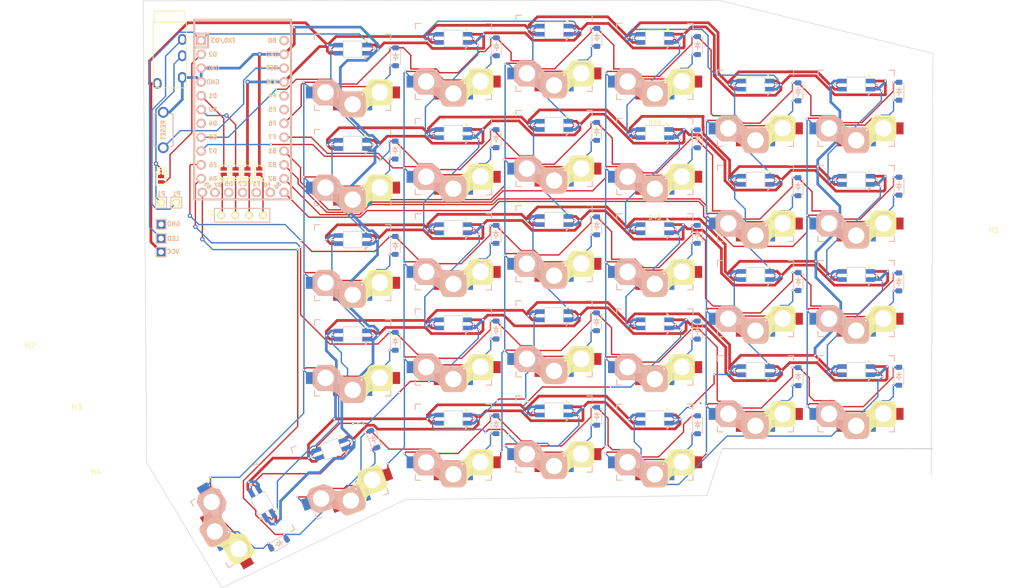
<source format=kicad_pcb>
(kicad_pcb (version 20221018) (generator pcbnew)
  (layers (0 "F.Cu" signal) (31 "B.Cu" signal) (34 "B.Paste" user) (35 "F.Paste" user) (36 "B.SilkS" user "B.Silkscreen") (37 "F.SilkS" user "F.Silkscreen") (38 "B.Mask" user) (39 "F.Mask" user) (44 "Edge.Cuts" user))
  (net 0 "")
  (net 1 "Row 0")
  (net 2 "Net-(D1-A)")
  (net 3 "Net-(D2-A)")
  (net 4 "Net-(D3-A)")
  (net 5 "Net-(D4-A)")
  (net 6 "Net-(D5-A)")
  (net 7 "Net-(D6-A)")
  (net 8 "Row 1")
  (net 9 "Net-(D7-A)")
  (net 10 "Net-(D8-A)")
  (net 11 "Net-(D9-A)")
  (net 12 "Net-(D10-A)")
  (net 13 "Net-(D11-A)")
  (net 14 "Net-(D12-A)")
  (net 15 "Row 2")
  (net 16 "Net-(D13-A)")
  (net 17 "Net-(D14-A)")
  (net 18 "Net-(D15-A)")
  (net 19 "Net-(D16-A)")
  (net 20 "Net-(D17-A)")
  (net 21 "Net-(D18-A)")
  (net 22 "Column 0")
  (net 23 "Column 1")
  (net 24 "Column 2")
  (net 25 "Column 3")
  (net 26 "Column 4")
  (net 27 "Column 5")
  (net 28 "GND")
  (net 29 "VCC")
  (net 31 "Net-(D30-DOUT)")
  (net 32 "Net-(D31-DOUT)")
  (net 33 "Net-(D32-DOUT)")
  (net 34 "Net-(D33-DOUT)")
  (net 35 "Net-(D34-DOUT)")
  (net 36 "Net-(D31-DIN)")
  (net 37 "LED")
  (net 38 "DATA")
  (net 39 "SDA")
  (net 40 "SCL")
  (net 41 "Row 3")
  (net 42 "Row 4")
  (net 43 "Net-(D35-DIN)")
  (net 44 "Net-(D40-DOUT)")
  (net 45 "Net-(D33-DIN)")
  (net 46 "unconnected-(D35-DOUT-Pad2)")
  (net 47 "Net-(D45-DIN)")
  (net 48 "Net-(D36-DOUT)")
  (net 49 "Net-(D47-DIN)")
  (net 50 "Net-(D54-DOUT)")
  (net 51 "Net-(D50-DOUT)")
  (net 52 "Net-(D38-DOUT)")
  (net 53 "Net-(D52-DOUT)")
  (net 54 "Net-(D39-DIN)")
  (net 57 "RESET")
  (net 64 "Net-(J3-Pin_1)")
  (net 65 "Net-(D19-A)")
  (net 66 "Net-(D20-A)")
  (net 67 "Net-(D21-A)")
  (net 68 "Net-(D22-A)")
  (net 69 "Net-(D23-A)")
  (net 70 "Net-(D24-A)")
  (net 71 "Net-(D25-A)")
  (net 72 "Net-(D26-A)")
  (net 73 "Net-(D27-A)")
  (net 74 "Net-(D28-A)")
  (net 75 "Net-(D29-A)")
  (net 76 "Net-(D41-DIN)")
  (net 77 "Net-(D37-DIN)")
  (net 78 "Net-(D43-DIN)")
  (net 79 "Net-(D46-DOUT)")
  (net 80 "Net-(D48-DOUT)")
  (net 81 "Net-(D42-DOUT)")
  (net 82 "Net-(D49-DIN)")
  (net 83 "Net-(D44-DOUT)")
  (net 84 "Net-(D51-DIN)")
  (net 85 "Net-(D53-DIN)")
  (net 86 "Net-(D56-DOUT)")
  (net 87 "Net-(J1-P1)")
  (net 88 "Net-(J1-P2)")
  (net 89 "Net-(J1-P3)")
  (net 90 "Net-(J1-P4)")
  (net 91 "Net-(J2-Pin_1)")
  (footprint "mylocal_footprints:Choc_Hotswap-double-sided" (layer "F.Cu") (at 142.231753 118.615542 180)
    (fp_text reference "S28" hide)
    (fp_text value "Keyswitch" hide)
  )
  (footprint "mylocal_footprints:SK6812-MINI-E-double-side" (layer "F.Cu") (at 179.231753 89.465542)
    (fp_text reference "D46" hide)
    (fp_text value "SK6812MINI-E" hide)
    (fp_line (start -1.7 -1.5) (end 1.7 -1.5) (stroke (width 0.12)) (layer "Edge.Cuts"))
    (fp_line (start -1.7 1.5) (end -1.7 -1.5) (stroke (width 0.12)) (layer "Edge.Cuts"))
    (fp_line (start 1.7 -1.5) (end 1.7 1.5) (stroke (width 0.12)) (layer "Edge.Cuts"))
    (fp_line (start 1.7 1.5) (end -1.7 1.5) (stroke (width 0.12)) (layer "Edge.Cuts"))
  )
  (footprint "mylocal_footprints:SK6812-MINI-E-double-side" (layer "F.Cu") (at 179.231753 54.465542)
    (fp_text reference "D34" hide)
    (fp_text value "SK6812MINI-E" hide)
    (fp_line (start -1.7 -1.5) (end 1.7 -1.5) (stroke (width 0.12)) (layer "Edge.Cuts"))
    (fp_line (start -1.7 1.5) (end -1.7 -1.5) (stroke (width 0.12)) (layer "Edge.Cuts"))
    (fp_line (start 1.7 -1.5) (end 1.7 1.5) (stroke (width 0.12)) (layer "Edge.Cuts"))
    (fp_line (start 1.7 1.5) (end -1.7 1.5) (stroke (width 0.12)) (layer "Edge.Cuts"))
  )
  (footprint "MountingHole:MountingHole_3.2mm_M3" (layer "F.Cu") (at 45.971753 106.545542)
    (fp_text reference "H2")
    (fp_text value "Mounting_Hole")
  )
  (footprint "mylocal_footprints:SK6812-MINI-E-double-side" (layer "F.Cu") (at 142.231753 79.365542)
    (fp_text reference "D44" hide)
    (fp_text value "SK6812MINI-E" hide)
    (fp_line (start -1.7 -1.5) (end 1.7 -1.5) (stroke (width 0.12)) (layer "Edge.Cuts"))
    (fp_line (start -1.7 1.5) (end -1.7 -1.5) (stroke (width 0.12)) (layer "Edge.Cuts"))
    (fp_line (start 1.7 -1.5) (end 1.7 1.5) (stroke (width 0.12)) (layer "Edge.Cuts"))
    (fp_line (start 1.7 1.5) (end -1.7 1.5) (stroke (width 0.12)) (layer "Edge.Cuts"))
  )
  (footprint "mylocal_footprints:SK6812-MINI-E-double-side" (layer "F.Cu") (at 197.731753 106.965542)
    (fp_text reference "D53" hide)
    (fp_text value "SK6812MINI-E" hide)
    (fp_line (start -1.7 -1.5) (end 1.7 -1.5) (stroke (width 0.12)) (layer "Edge.Cuts"))
    (fp_line (start -1.7 1.5) (end -1.7 -1.5) (stroke (width 0.12)) (layer "Edge.Cuts"))
    (fp_line (start 1.7 -1.5) (end 1.7 1.5) (stroke (width 0.12)) (layer "Edge.Cuts"))
    (fp_line (start 1.7 1.5) (end -1.7 1.5) (stroke (width 0.12)) (layer "Edge.Cuts"))
  )
  (footprint "mylocal_footprints:jumper_data-MOD" (layer "F.Cu") (at 85.903753 70.365922 90)
    (fp_text reference "JP3")
    (fp_text value "Jumper" hide)
  )
  (footprint "mylocal_footprints:SK6812-MINI-E-double-side" (layer "F.Cu") (at 88.578021 131.341084 -60)
    (fp_text reference "D54" hide)
    (fp_text value "SK6812MINI-E" hide)
    (fp_line (start -1.7 -1.5) (end 1.7 -1.5) (stroke (width 0.12)) (layer "Edge.Cuts"))
    (fp_line (start -1.7 1.5) (end -1.7 -1.5) (stroke (width 0.12)) (layer "Edge.Cuts"))
    (fp_line (start 1.7 -1.5) (end 1.7 1.5) (stroke (width 0.12)) (layer "Edge.Cuts"))
    (fp_line (start 1.7 1.5) (end -1.7 1.5) (stroke (width 0.12)) (layer "Edge.Cuts"))
  )
  (footprint "mylocal_footprints:SK6812-MINI-E-double-side" (layer "F.Cu") (at 142.231753 114.365542)
    (fp_text reference "D57" hide)
    (fp_text value "SK6812MINI-E" hide)
    (fp_line (start -1.7 -1.5) (end 1.7 -1.5) (stroke (width 0.12)) (layer "Edge.Cuts"))
    (fp_line (start -1.7 1.5) (end -1.7 -1.5) (stroke (width 0.12)) (layer "Edge.Cuts"))
    (fp_line (start 1.7 -1.5) (end 1.7 1.5) (stroke (width 0.12)) (layer "Edge.Cuts"))
    (fp_line (start 1.7 1.5) (end -1.7 1.5) (stroke (width 0.12)) (layer "Edge.Cuts"))
  )
  (footprint "mylocal_footprints:Choc_Hotswap-double-sided" (layer "F.Cu") (at 123.731753 50.115542 180)
    (fp_text reference "S2" hide)
    (fp_text value "Keyswitch" hide)
  )
  (footprint "mylocal_footprints:Choc_Hotswap-double-sided" (layer "F.Cu") (at 160.731753 120.115542 180)
    (fp_text reference "S29" hide)
    (fp_text value "Keyswitch" hide)
  )
  (footprint "untitled:1pin_conn" (layer "F.Cu") (at 72.831753 76.065542)
    (fp_text reference "J3")
    (fp_text value "i2c" hide)
  )
  (footprint "mylocal_footprints:SK6812-MINI-E-double-side" (layer "F.Cu") (at 160.731753 98.365542)
    (fp_text reference "D51" hide)
    (fp_text value "SK6812MINI-E" hide)
    (fp_line (start -1.7 -1.5) (end 1.7 -1.5) (stroke (width 0.12)) (layer "Edge.Cuts"))
    (fp_line (start -1.7 1.5) (end -1.7 -1.5) (stroke (width 0.12)) (layer "Edge.Cuts"))
    (fp_line (start 1.7 -1.5) (end 1.7 1.5) (stroke (width 0.12)) (layer "Edge.Cuts"))
    (fp_line (start 1.7 1.5) (end -1.7 1.5) (stroke (width 0.12)) (layer "Edge.Cuts"))
  )
  (footprint "mylocal_footprints:Choc_Hotswap-double-sided" (layer "F.Cu") (at 179.231753 93.715542 180)
    (fp_text reference "S17" hide)
    (fp_text value "Keyswitch" hide)
  )
  (footprint "mylocal_footprints:Choc_Hotswap-double-sided" (layer "F.Cu") (at 142.231753 66.115542 180)
    (fp_text reference "S9" hide)
    (fp_text value "Keyswitch" hide)
  )
  (footprint "mylocal_footprints:Choc_Hotswap-double-sided" (layer "F.Cu") (at 102.867959 125.306653 -160)
    (fp_text reference "S26" hide)
    (fp_text value "Keyswitch" hide)
  )
  (footprint "mylocal_footprints:Choc_Hotswap-double-sided" (layer "F.Cu") (at 197.731753 76.215542 180)
    (fp_text reference "S12" hide)
    (fp_text value "Keyswitch" hide)
  )
  (footprint "mylocal_footprints:SK6812-MINI-E-double-side" (layer "F.Cu") (at 105.231753 82.865542)
    (fp_text reference "D42" hide)
    (fp_text value "SK6812MINI-E" hide)
    (fp_line (start -1.7 -1.5) (end 1.7 -1.5) (stroke (width 0.12)) (layer "Edge.Cuts"))
    (fp_line (start -1.7 1.5) (end -1.7 -1.5) (stroke (width 0.12)) (layer "Edge.Cuts"))
    (fp_line (start 1.7 -1.5) (end 1.7 1.5) (stroke (width 0.12)) (layer "Edge.Cuts"))
    (fp_line (start 1.7 1.5) (end -1.7 1.5) (stroke (width 0.12)) (layer "Edge.Cuts"))
  )
  (footprint "mylocal_footprints:SK6812-MINI-E-double-side" (layer "F.Cu") (at 123.731753 115.865542)
    (fp_text reference "D56" hide)
    (fp_text value "SK6812MINI-E" hide)
    (fp_line (start -1.7 -1.5) (end 1.7 -1.5) (stroke (width 0.12)) (layer "Edge.Cuts"))
    (fp_line (start -1.7 1.5) (end -1.7 -1.5) (stroke (width 0.12)) (layer "Edge.Cuts"))
    (fp_line (start 1.7 -1.5) (end 1.7 1.5) (stroke (width 0.12)) (layer "Edge.Cuts"))
    (fp_line (start 1.7 1.5) (end -1.7 1.5) (stroke (width 0.12)) (layer "Edge.Cuts"))
  )
  (footprint "mylocal_footprints:SK6812-MINI-E-double-side" (layer "F.Cu") (at 142.231753 96.865542)
    (fp_text reference "D50" hide)
    (fp_text value "SK6812MINI-E" hide)
    (fp_line (start -1.7 -1.5) (end 1.7 -1.5) (stroke (width 0.12)) (layer "Edge.Cuts"))
    (fp_line (start -1.7 1.5) (end -1.7 -1.5) (stroke (width 0.12)) (layer "Edge.Cuts"))
    (fp_line (start 1.7 -1.5) (end 1.7 1.5) (stroke (width 0.12)) (layer "Edge.Cuts"))
    (fp_line (start 1.7 1.5) (end -1.7 1.5) (stroke (width 0.12)) (layer "Edge.Cuts"))
  )
  (footprint "mylocal_footprints:Choc_Hotswap-double-sided" (layer "F.Cu") (at 142.231753 48.615542 180)
    (fp_text reference "S3" hide)
    (fp_text value "Keyswitch" hide)
  )
  (footprint "mylocal_footprints:SK6812-MINI-E-double-side" (layer "F.Cu") (at 179.231753 106.965542)
    (fp_text reference "D52" hide)
    (fp_text value "SK6812MINI-E" hide)
    (fp_line (start -1.7 -1.5) (end 1.7 -1.5) (stroke (width 0.12)) (layer "Edge.Cuts"))
    (fp_line (start -1.7 1.5) (end -1.7 -1.5) (stroke (width 0.12)) (layer "Edge.Cuts"))
    (fp_line (start 1.7 -1.5) (end 1.7 1.5) (stroke (width 0.12)) (layer "Edge.Cuts"))
    (fp_line (start 1.7 1.5) (end -1.7 1.5) (stroke (width 0.12)) (layer "Edge.Cuts"))
  )
  (footprint "mylocal_footprints:SK6812-MINI-E-double-side" (layer "F.Cu") (at 123.731753 63.365542)
    (fp_text reference "D37" hide)
    (fp_text value "SK6812MINI-E" hide)
    (fp_line (start -1.7 -1.5) (end 1.7 -1.5) (stroke (width 0.12)) (layer "Edge.Cuts"))
    (fp_line (start -1.7 1.5) (end -1.7 -1.5) (stroke (width 0.12)) (layer "Edge.Cuts"))
    (fp_line (start 1.7 -1.5) (end 1.7 1.5) (stroke (width 0.12)) (layer "Edge.Cuts"))
    (fp_line (start 1.7 1.5) (end -1.7 1.5) (stroke (width 0.12)) (layer "Edge.Cuts"))
  )
  (footprint "mylocal_footprints:Choc_Hotswap-double-sided" (layer "F.Cu") (at 142.231753 83.615542 180)
    (fp_text reference "S15" hide)
    (fp_text value "Keyswitch" hide)
  )
  (footprint "mylocal_footprints:Choc_Hotswap-double-sided" (layer "F.Cu") (at 160.731753 85.115542 180)
    (fp_text reference "S16" hide)
    (fp_text value "Keyswitch" hide)
  )
  (footprint "mylocal_footprints:jumper_data-MOD" (layer "F.Cu") (at 88.081753 70.365922 90)
    (fp_text reference "JP4")
    (fp_text value "Jumper" hide)
  )
  (footprint "mylocal_footprints:Choc_Hotswap-double-sided" (layer "F.Cu") (at 179.231753 76.215542 180)
    (fp_text reference "S11" hide)
    (fp_text value "Keyswitch" hide)
  )
  (footprint "mylocal_footprints:Choc_Hotswap-double-sided" (layer "F.Cu") (at 197.731753 93.715542 180)
    (fp_text reference "S18" hide)
    (fp_text value "Keyswitch" hide)
  )
  (footprint "mylocal_footprints:Choc_Hotswap-double-sided" (layer "F.Cu") (at 123.731753 67.615542 180)
    (fp_text reference "S8" hide)
    (fp_text value "Keyswitch" hide)
  )
  (footprint "mylocal_footprints:Choc_Hotswap-double-sided" (layer "F.Cu") (at 160.731753 50.115542 180)
    (fp_text reference "S4" hide)
    (fp_text value "Keyswitch" hide)
  )
  (footprint "Keebio-Parts:Elite-C" (layer "F.Cu") (at 85.011753 60.235542 -90)
    (fp_text reference "U1" hide)
    (fp_text value "EliteC_Pro_Micro" hide)
  )
  (footprint "mylocal_footprints:Choc_Hotswap-double-sided" (layer "F.Cu") (at 105.231753 104.615542 180)
    (fp_text reference "S19" hide)
    (fp_text value "Keyswitch" hide)
  )
  (footprint "mylocal_footprints:Choc_Hotswap-double-sided" (layer "F.Cu") (at 105.231753 87.115542 180)
    (fp_text reference "S13" hide)
    (fp_text value "Keyswitch" hide)
  )
  (footprint "mylocal_footprints:SK6812-MINI-E-double-side" (layer "F.Cu") (at 197.731753 71.965542)
    (fp_text reference "D41" hide)
    (fp_text value "SK6812MINI-E" hide)
    (fp_line (start -1.7 -1.5) (end 1.7 -1.5) (stroke (width 0.12)) (layer "Edge.Cuts"))
    (fp_line (start -1.7 1.5) (end -1.7 -1.5) (stroke (width 0.12)) (layer "Edge.Cuts"))
    (fp_line (start 1.7 -1.5) (end 1.7 1.5) (stroke (width 0.12)) (layer "Edge.Cuts"))
    (fp_line (start 1.7 1.5) (end -1.7 1.5) (stroke (width 0.12)) (layer "Edge.Cuts"))
  )
  (footprint "mylocal_footprints:Choc_Hotswap-double-sided" (layer "F.Cu") (at 197.731753 111.215542 180)
    (fp_text reference "S24" hide)
    (fp_text value "Keyswitch" hide)
  )
  (footprint "MountingHole:MountingHole_3.2mm_M3" (layer "F.Cu") (at 223.04 85.27)
    (fp_text reference "H1")
    (fp_text value "Mounting_Hole")
  )
  (footprint "mylocal_footprints:SK6812-MINI-E-double-side" (layer "F.Cu") (at 160.731753 63.365542)
    (fp_text reference "D39")
    (fp_text value "SK6812MINI-E" hide)
    (fp_line (start -1.7 -1.5) (end 1.7 -1.5) (stroke (width 0.12)) (layer "Edge.Cuts"))
    (fp_line (start -1.7 1.5) (end -1.7 -1.5) (stroke (width 0.12)) (layer "Edge.Cuts"))
    (fp_line (start 1.7 -1.5) (end 1.7 1.5) (stroke (width 0.12)) (layer "Edge.Cuts"))
    (fp_line (start 1.7 1.5) (end -1.7 1.5) (stroke (width 0.12)) (layer "Edge.Cuts"))
  )
  (footprint "mylocal_footprints:SK6812-MINI-E-double-side" (layer "F.Cu") (at 123.731753 80.865542)
    (fp_text reference "D43" hide)
    (fp_text value "SK6812MINI-E" hide)
    (fp_line (start -1.7 -1.5) (end 1.7 -1.5) (stroke (width 0.12)) (layer "Edge.Cuts"))
    (fp_line (start -1.7 1.5) (end -1.7 -1.5) (stroke (width 0.12)) (layer "Edge.Cuts"))
    (fp_line (start 1.7 -1.5) (end 1.7 1.5) (stroke (width 0.12)) (layer "Edge.Cuts"))
    (fp_line (start 1.7 1.5) (end -1.7 1.5) (stroke (width 0.12)) (layer "Edge.Cuts"))
  )
  (footprint "mylocal_footprints:SK6812-MINI-E-double-side" (layer "F.Cu") (at 105.231753 100.415542)
    (fp_text reference "D48" hide)
    (fp_text value "SK6812MINI-E" hide)
    (fp_line (start -1.7 -1.5) (end 1.7 -1.5) (stroke (width 0.12)) (layer "Edge.Cuts"))
    (fp_line (start -1.7 1.5) (end -1.7 -1.5) (stroke (width 0.12)) (layer "Edge.Cuts"))
    (fp_line (start 1.7 -1.5) (end 1.7 1.5) (stroke (width 0.12)) (layer "Edge.Cuts"))
    (fp_line (start 1.7 1.5) (end -1.7 1.5) (stroke (width 0.12)) (layer "Edge.Cuts"))
  )
  (footprint "mylocal_footprints:Choc_Hotswap-double-sided" (layer "F.Cu") (at 160.731753 102.615542 180)
    (fp_text reference "S22" hide)
    (fp_text value "Keyswitch" hide)
  )
  (footprint "mylocal_footprints:SK6812-MINI-E-double-side" (layer "F.Cu") (at 197.731753 54.465542)
    (fp_text reference "D35" hide)
    (fp_text value "SK6812MINI-E" hide)
    (fp_line (start -1.7 -1.5) (end 1.7 -1.5) (stroke (width 0.12)) (layer "Edge.Cuts"))
    (fp_line (start -1.7 1.5) (end -1.7 -1.5) (stroke (width 0.12)) (layer "Edge.Cuts"))
    (fp_line (start 1.7 -1.5) (end 1.7 1.5) (stroke (width 0.12)) (layer "Edge.Cuts"))
    (fp_line (start 1.7 1.5) (end -1.7 1.5) (stroke (width 0.12)) (layer "Edge.Cuts"))
  )
  (footprint "untitled:TACT_SWITCH_TVBP06" (layer "F.Cu") (at 70.431753 62.715542 -90)
    (fp_text reference "RSW1" hide)
    (fp_text value "SW_RST" hide)
  )
  (footprint "mylocal_footprints:SK6812-MINI-E-double-side" (layer "F.Cu") (at 179.231753 71.965542)
    (fp_text reference "D40" hide)
    (fp_text value "SK6812MINI-E" hide)
    (fp_line (start -1.7 -1.5) (end 1.7 -1.5) (stroke (width 0.12)) (layer "Edge.Cuts"))
    (fp_line (start -1.7 1.5) (end -1.7 -1.5) (stroke (width 0.12)) (layer "Edge.Cuts"))
    (fp_line (start 1.7 -1.5) (end 1.7 1.5) (stroke (width 0.12)) (layer "Edge.Cuts"))
    (fp_line (start 1.7 1.5) (end -1.7 1.5) (stroke (width 0.12)) (layer "Edge.Cuts"))
  )
  (footprint "mylocal_footprints:SK6812-MINI-E-double-side" (layer "F.Cu") (at 160.731753 45.865542)
    (fp_text reference "D33" hide)
    (fp_text value "SK6812MINI-E" hide)
    (fp_line (start -1.7 -1.5) (end 1.7 -1.5) (stroke (width 0.12)) (layer "Edge.Cuts"))
    (fp_line (start -1.7 1.5) (end -1.7 -1.5) (stroke (width 0.12)) (layer "Edge.Cuts"))
    (fp_line (start 1.7 -1.5) (end 1.7 1.5) (stroke (width 0.12)) (layer "Edge.Cuts"))
    (fp_line (start 1.7 1.5) (end -1.7 1.5) (stroke (width 0.12)) (layer "Edge.Cuts"))
  )
  (footprint "untitled:OLED_4Pin" (layer "F.Cu") (at 81.121753 78.385542)
    (fp_text reference "J1")
    (fp_text value "OLED" hide)
  )
  (footprint "untitled:1pin_conn" (layer "F.Cu") (at 70.031753 76.065542)
    (fp_text reference "J2")
    (fp_text value "i2c" hide)
  )
  (footprint "mylocal_footprints:SK6812-MINI-E-double-side" (layer "F.Cu") (at 123.731753 45.865542)
    (fp_text reference "D31" hide)
    (fp_text value "SK6812MINI-E" hide)
    (fp_line (start -1.7 -1.5) (end 1.7 -1.5) (stroke (width 0.12)) (layer "Edge.Cuts"))
    (fp_line (start -1.7 1.5) (end -1.7 -1.5) (stroke (width 0.12)) (layer "Edge.Cuts"))
    (fp_line (start 1.7 -1.5) (end 1.7 1.5) (stroke (width 0.12)) (layer "Edge.Cuts"))
    (fp_line (start 1.7 1.5) (end -1.7 1.5) (stroke (width 0.12)) (layer "Edge.Cuts"))
  )
  (footprint "mylocal_footprints:Choc_Hotswap-double-sided" (layer "F.Cu") (at 105.22 52.11 180)
    (fp_text reference "S1" hide)
    (fp_text value "Keyswitch" hide)
  )
  (footprint "mylocal_footprints:Choc_Hotswap-double-sided" (layer "F.Cu") (at 197.731753 58.715542 180)
    (fp_text reference "S6" hide)
    (fp_text value "Keyswitch" hide)
  )
  (footprint "untitled:LED" (layer "F.Cu") (at 70.031753 85.165542 180)
    (fp_text reference "J4" hide)
    (fp_text value "LED" hide)
  )
  (footprint "mylocal_footprints:SK6812-MINI-E-double-side" (layer "F.Cu") (at 197.731753 89.465542)
    (fp_text reference "D47" hide)
    (fp_text value "SK6812MINI-E" hide)
    (fp_line (start -1.7 -1.5) (end 1.7 -1.5) (stroke (width 0.12)) (layer "Edge.Cuts"))
    (fp_line (start -1.7 1.5) (end -1.7 -1.5) (stroke (width 0.12)) (layer "Edge.Cuts"))
    (fp_line (start 1.7 -1.5) (end 1.7 1.5) (stroke (width 0.12)) (layer "Edge.Cuts"))
    (fp_line (start 1.7 1.5) (end -1.7 1.5) (stroke (width 0.12)) (layer "Edge.Cuts"))
  )
  (footprint "mylocal_footprints:Choc_Hotswap-double-sided" (layer "F.Cu") (at 160.731753 67.615542 180)
    (fp_text reference "S10" hide)
    (fp_text value "Keyswitch" hide)
  )
  (footprint "ScottoKeebs_Components:TRRS_PJ-320A" (layer "F.Cu") (at 71.631753 42.865542)
    (fp_text reference "U2")
    (fp_text value "TRRS")
  )
  (footprint "MountingHole:MountingHole_3.2mm_M3" (layer "F.Cu") (at 58.071753 129.815542)
    (fp_text reference "H4")
    (fp_text value "Mounting_Hole")
  )
  (footprint "mylocal_footprints:SK6812-MINI-E-double-side" (layer "F.Cu") (at 105.231753 65.365542)
    (fp_text reference "D36" hide)
    (fp_text value "SK6812MINI-E" hide)
    (fp_line (start -1.7 -1.5) (end 1.7 -1.5) (stroke (width 0.12)) (layer "Edge.Cuts"))
    (fp_line (start -1.7 1.5) (end -1.7 -1.5) (stroke (width 0.12)) (layer "Edge.Cuts"))
    (fp_line (start 1.7 -1.5) (end 1.7 1.5) (stroke (width 0.12)) (layer "Edge.Cuts"))
    (fp_line (start 1.7 1.5) (end -1.7 1.5) (stroke (width 0.12)) (layer "Edge.Cuts"))
  )
  (footprint "mylocal_footprints:Choc_Hotswap-double-sided" (layer "F.Cu") (at 123.731753 120.115542 180)
    (fp_text reference "S27" hide)
    (fp_text value "Keyswitch" hide)
  )
  (footprint "mylocal_footprints:Choc_Hotswap-double-sided" (layer "F.Cu") (at 123.731753 102.615542 180)
    (fp_text reference "S20" hide)
    (fp_text value "Keyswitch" hide)
  )
  (footprint "mylocal_footprints:SK6812-MINI-E-double-side" (layer "F.Cu") (at 142.231753 61.865542)
    (fp_text reference "D38" hide)
    (fp_text value "SK6812MINI-E" hide)
    (fp_line (start -1.7 -1.5) (end 1.7 -1.5) (stroke (width 0.12)) (layer "Edge.Cuts"))
    (fp_line (start -1.7 1.5) (end -1.7 -1.5) (stroke (width 0.12)) (layer "Edge.Cuts"))
    (fp_line (start 1.7 -1.5) (end 1.7 1.5) (stroke (width 0.12)) (layer "Edge.Cuts"))
    (fp_line (start 1.7 1.5) (end -1.7 1.5) (stroke (width 0.12)) (layer "Edge.Cuts"))
  )
  (footprint "mylocal_footprints:Choc_Hotswap-double-sided" (layer "F.Cu") (at 123.731753 85.115542 180)
    (fp_text reference "S14" hide)
    (fp_text value "Keyswitch" hide)
  )
  (footprint "mylocal_footprints:SK6812-MINI-E-double-side" (layer "F.Cu") (at 142.231753 44.365542)
    (fp_text reference "D32" hide)
    (fp_text value "SK6812MINI-E" hide)
    (fp_line (start -1.7 -1.5) (end 1.7 -1.5) (stroke (width 0.12)) (layer "Edge.Cuts"))
    (fp_line (start -1.7 1.5) (end -1.7 -1.5) (stroke (width 0.12)) (layer "Edge.Cuts"))
    (fp_line (start 1.7 -1.5) (end 1.7 1.5) (stroke (width 0.12)) (layer "Edge.Cuts"))
    (fp_line (start 1.7 1.5) (end -1.7 1.5) (stroke (width 0.12)) (layer "Edge.Cuts"))
  )
  (footprint "mylocal_footprints:Choc_Hotswap-double-sided" (layer "F.Cu") (at 85.016268 133.585542 120)
    (fp_text reference "S25" hide)
    (fp_text value "Keyswitch" hide)
  )
  (footprint "mylocal_footprints:SK6812-MINI-E-double-side" (layer "F.Cu") (at 101.314515 121.38 20)
    (fp_text reference "D55" hide)
    (fp_text value "SK6812MINI-E" hide)
    (fp_line (start -1.7 -1.5) (end 1.7 -1.5) (stroke (width 0.12)) (layer "Edge.Cuts"))
    (fp_line (start -1.7 1.5) (end -1.7 -1.5) (stroke (width 0.12)) (layer "Edge.Cuts"))
    (fp_line (start 1.7 -1.5) (end 1.7 1.5) (stroke (width 0.12)) (layer "Edge.Cuts"))
    (fp_line (start 1.7 1.5) (end -1.7 1.5) (stroke (width 0.12)) (layer "Edge.Cuts"))
  )
  (footprint "mylocal_footprints:Choc_Hotswap-double-sided" (layer "F.Cu") (at 105.231753 69.615542 180)
    (fp_text reference "S7" hide)
    (fp_text value "Keyswitch" hide)
  )
  (footprint "mylocal_footprints:jumper_data-MOD" (layer "F.Cu") (at 83.725753 70.365922 90)
    (fp_text reference "JP2")
    (fp_text value "Jumper" hide)
  )
  (footprint "mylocal_footprints:Choc_Hotswap-double-sided" (layer "F.Cu") (at 142.231753 101.115542 180)
    (fp_text reference "S21" hide)
    (fp_text value "Keyswitch" hide)
  )
  (footprint "MountingHole:MountingHole_3.2mm_M3" (layer "F.Cu") (at 54.521753 117.825542)
    (fp_text reference "H3")
    (fp_text value "Mounting_Hole")
  )
  (footprint "mylocal_footprints:SK6812-MINI-E-double-side" (layer "F.Cu") (at 160.731753 80.865542)
    (fp_text reference "D45")
    (fp_text value "SK6812MINI-E" hide)
    (fp_line (start -1.7 -1.5) (end 1.7 -1.5) (stroke (width 0.12)) (layer "Edge.Cuts"))
    (fp_line (start -1.7 1.5) (end -1.7 -1.5) (stroke (width 0.12)) (layer "Edge.Cuts"))
    (fp_line (start 1.7 -1.5) (end 1.7 1.5) (stroke (width 0.12)) (layer "Edge.Cuts"))
    (fp_line (start 1.7 1.5) (end -1.7 1.5) (stroke (width 0.12)) (layer "Edge.Cuts"))
  )
  (footprint "mylocal_footprints:SK6812-MINI-E-double-side" (layer "F.Cu") (at 160.731753 115.865542)
    (fp_text reference "D58" hide)
    (fp_text value "SK6812MINI-E" hide)
    (fp_line (start -1.7 -1.5) (end 1.7 -1.5) (stroke (width 0.12)) (layer "Edge.Cuts"))
    (fp_line (start -1.7 1.5) (end -1.7 -1.5) (stroke (width 0.12)) (layer "Edge.Cuts"))
    (fp_line (start 1.7 -1.5) (end 1.7 1.5) (stroke (width 0.12)) (layer "Edge.Cuts"))
    (fp_line (start 1.7 1.5) (end -1.7 1.5) (stroke (width 0.12)) (layer "Edge.Cuts"))
  )
  (footprint "mylocal_footprints:SK6812-MINI-E-double-side" (layer "F.Cu") (at 105.219753 47.859542)
    (fp_text reference "D30" hide)
    (fp_text value "SK6812MINI-E" hide)
    (fp_line (start -1.7 -1.5) (end 1.7 -1.5) (stroke (width 0.12)) (layer "Edge.Cuts"))
    (fp_line (start -1.7 1.5) (end -1.7 -1.5) (stroke (width 0.12)) (layer "Edge.Cuts"))
    (fp_line (start 1.7 -1.5) (end 1.7 1.5) (stroke (width 0.12)) (layer "Edge.Cuts"))
    (fp_line (start 1.7 1.5) (end -1.7 1.5) (stroke (width 0.12)) (layer "Edge.Cuts"))
  )
  (footprint "mylocal_footprints:Choc_Hotswap-double-sided" (layer "F.Cu") (at 179.231753 58.715542 180)
    (fp_text reference "S5" hide)
    (fp_text value "Keyswitch" hide)
  )
  (footprint "mylocal_footprints:SK6812-MINI-E-double-side" (layer "F.Cu") (at 123.731753 98.365542)
    (fp_text reference "D49" hide)
    (fp_text value "SK6812MINI-E" hide)
    (fp_line (start -1.7 -1.5) (end 1.7 -1.5) (stroke (width 0.12)) (layer "Edge.Cuts"))
    (fp_line (start -1.7 1.5) (end -1.7 -1.5) (stroke (width 0.12)) (layer "Edge.Cuts"))
    (fp_line (start 1.7 -1.5) (end 1.7 1.5) (stroke (width 0.12)) (layer "Edge.Cuts"))
    (fp_line (start 1.7 1.5) (end -1.7 1.5) (stroke (width 0.12)) (layer "Edge.Cuts"))
  )
  (footprint "mylocal_footprints:jumper_data-MOD" (layer "F.Cu") (at 81.547753 70.365922 90)
    (fp_text reference "JP1")
    (fp_text value "Jumper" hide)
  )
  (footprint "mylocal_footprints:Choc_Hotswap-double-sided" (layer "F.Cu") (at 179.231753 111.215542 180)
    (fp_text reference "S23" hide)
    (fp_text value "Keyswitch" hide)
  )
  (footprint "mylocal_footprints:jumper_data-MOD" (layer "F.Cu") (at 70.031753 71.765922 -90)
    (fp_text reference "JP5")
    (fp_text value "Jumper" hide)
  )
  (footprint "mylocal_footprints:Diode_SOD-123-double-sided" (layer "B.Cu") (at 205.57 108 -90)
    (fp_text reference "D24" hide)
    (fp_text value "Diode" hide)
  )
  (footprint "mylocal_footprints:Diode_SOD-123-double-sided" (layer "B.Cu") (at 168.55 81.89 -90)
    (fp_text reference "D16" hide)
    (fp_text value "Diode" hide)
  )
  (footprint "mylocal_footprints:Diode_SOD-123-double-sided" (layer "B.Cu") (at 168.59 116.92 -90)
    (fp_text reference "D29" hide)
    (fp_text value "Diode" hide)
  )
  (footprint "mylocal_footprints:Diode_SOD-123-double-sided" (layer "B.Cu") (at 131.57 99.49 -90)
    (fp_text reference "D20" hide)
    (fp_text value "Diode" hide)
  )
  (footprint "mylocal_footprints:Diode_SOD-123-double-sided" (layer "B.Cu") (at 131.64 47.41 -90)
    (fp_text reference "D2" hide)
    (fp_text value "Diode" hide)
  )
  (footprint "mylocal_footprints:Diode_SOD-123-double-sided" (layer "B.Cu") (at 131.57 116.9 -90)
    (fp_text reference "D27" hide)
    (fp_text value "Diode" hide)
  )
  (footprint "mylocal_footprints:Diode_SOD-123-double-sided" (layer "B.Cu") (at 205.57 90.65 -90)
    (fp_text reference "D18" hide)
    (fp_text value "Diode" hide)
  )
  (footprint "mylocal_footprints:Diode_SOD-123-double-sided" (layer "B.Cu") (at 150.03 97.98 -90)
    (fp_text reference "D21" hide)
    (fp_text value "Diode" hide)
  )
  (footprint "mylocal_footprints:Diode_SOD-123-double-sided" (layer "B.Cu") (at 150.07 80.33 -90)
    (fp_text reference "D15" hide)
    (fp_text value "Diode" hide)
  )
  (footprint "mylocal_footprints:Diode_SOD-123-double-sided" (layer "B.Cu") (at 91.69 138.77 -150)
    (fp_text reference "D25" hide)
    (fp_text value "Diode" hide)
  )
  (footprint "mylocal_footprints:Diode_SOD-123-double-sided" (layer "B.Cu") (at 113.11 49.25 -90)
    (fp_text reference "D1" hide)
    (fp_text value "Diode" hide)
  )
  (footprint "mylocal_footprints:Diode_SOD-123-double-sided" (layer "B.Cu") (at 168.57 64.33 -90)
    (fp_text reference "D10" hide)
    (fp_text value "Diode" hide)
  )
  (footprint "mylocal_footprints:Diode_SOD-123-double-sided" (layer "B.Cu") (at 150.07 115.32 -90)
    (fp_text reference "D28" hide)
    (fp_text value "Diode" hide)
  )
  (footprint "mylocal_footprints:Diode_SOD-123-double-sided" (layer "B.Cu") (at 150.1 45.68 -90)
    (fp_text reference "D3" hide)
    (fp_text value "Diode" hide)
  )
  (footprint "mylocal_footprints:Diode_SOD-123-double-sided" (layer "B.Cu") (at 168.59 47.2 -90)
    (fp_text reference "D4" hide)
    (fp_text value "Diode" hide)
  )
  (footprint "mylocal_footprints:Diode_SOD-123-double-sided" (layer "B.Cu") (at 150.06 62.97 -90)
    (fp_text reference "D9" hide)
    (fp_text value "Diode" hide)
  )
  (footprint "mylocal_footprints:Diode_SOD-123-double-sided" (layer "B.Cu") (at 187.07 108.05 -90)
    (fp_text reference "D23" hide)
    (fp_text value "Diode" hide)
  )
  (footprint "mylocal_footprints:Diode_SOD-123-double-sided" (layer "B.Cu") (at 205.6 73.04 -90)
    (fp_text reference "D12" hide)
    (fp_text value "Diode" hide)
  )
  (footprint "mylocal_footprints:Diode_SOD-123-double-sided" (layer "B.Cu") (at 131.58 64.31 -90)
    (fp_text reference "D8" hide)
    (fp_text value "Diode" hide)
  )
  (footprint "mylocal_footprints:Diode_SOD-123-double-sided" (layer "B.Cu") (at 113.06 83.94 -90)
    (fp_text reference "D13" hide)
    (fp_text value "Diode" hide)
  )
  (footprint "mylocal_footprints:Diode_SOD-123-double-sided" (layer "B.Cu") (at 113.07 101.57 -90)
    (fp_text reference "D19" hide)
    (fp_text value "Diode" hide)
  )
  (footprint "mylocal_footprints:Diode_SOD-123-double-sided" (layer "B.Cu") (at 205.59 55.59 -90)
    (fp_text reference "D6" hide)
    (fp_text value "Diode" hide)
  )
  (footprint "mylocal_footprints:Diode_SOD-123-double-sided" (layer "B.Cu") (at 187.08 90.58 -90)
    (fp_text reference "D17" hide)
    (fp_text value "Diode" hide)
  )
  (footprint "mylocal_footprints:Diode_SOD-123-double-sided" (layer "B.Cu") (at 187.05 55.69 -90)
    (fp_text reference "D5" hide)
    (fp_text value "Diode" hide)
  )
  (footprint "mylocal_footprints:Diode_SOD-123-double-sided" (layer "B.Cu") (at 113.04 66.41 -90)
    (fp_text reference "D7" hide)
    (fp_text value "Diode" hide)
  )
  (footprint "mylocal_footprints:Diode_SOD-123-double-sided" (layer "B.Cu") (at 109.12 119.57 -70)
    (fp_text reference "D26" hide)
    (fp_text value "Diode" hide)
  )
  (footprint "mylocal_footprints:Diode_SOD-123-double-sided" (layer "B.Cu") (at 131.57 81.9 -90)
    (fp_text reference "D14" hide)
    (fp_text value "Diode" hide)
  )
  (footprint "mylocal_footprints:Diode_SOD-123-double-sided" (layer "B.Cu") (at 168.56 99.5 -90)
    (fp_text reference "D22" hide)
    (fp_text value "Diode" hide)
  )
  (footprint "mylocal_footprints:Diode_SOD-123-double-sided" (layer "B.Cu") (at 187.05 73.14 -90)
    (fp_text reference "D11" hide)
    (fp_text value "Diode" hide)
  )
  (gr_line (start 67.391753 123.855542) (end 81.231753 146.905542) (stroke (width 0.1)) (layer "Edge.Cuts"))
  (gr_line (start 170.316753 129.921792) (end 173.101753 121.290542) (stroke (width 0.1)) (layer "Edge.Cuts"))
  (gr_line (start 114.866753 130.689292) (end 170.316753 129.921792) (stroke (width 0.1)) (layer "Edge.Cuts"))
  (gr_line (start 211.531753 126.165542) (end 211.831753 48.665542) (stroke (width 0.1)) (layer "Edge.Cuts"))
  (gr_line (start 81.231753 146.905542) (end 114.866753 130.689292) (stroke (width 0.1)) (layer "Edge.Cuts"))
  (gr_line (start 173.101753 121.290542) (end 211.741753 121.320542) (stroke (width 0.2)) (layer "Edge.Cuts"))
  (gr_line (start 211.831753 48.665542) (end 172.531753 38.865542) (stroke (width 0.1)) (layer "Edge.Cuts"))
  (gr_line (start 172.531753 38.865542) (end 66.731753 38.965542) (stroke (width 0.1)) (layer "Edge.Cuts"))
  (gr_line (start 66.731753 38.965542) (end 67.391753 123.855542) (stroke (width 0.1)) (layer "Edge.Cuts"))
  (segment (start 139.796396 51.48) (end 138.306938 49.990542) (width 0.25) (layer "F.Cu") (net 1))
  (segment (start 202.703631 57.440542) (end 201.956753 58.18742) (width 0.25) (layer "F.Cu") (net 1))
  (segment (start 149.09 44.03) (end 149.07 44.01) (width 0.25) (layer "F.Cu") (net 1))
  (segment (start 198.79 61.36) (end 194.964257 61.36) (width 0.25) (layer "F.Cu") (net 1))
  (segment (start 186.03 54.05) (end 186.03 55.44) (width 0.25) (layer "F.Cu") (net 1))
  (segment (start 112.06 48.204493) (end 106.004493 54.26) (width 0.25) (layer "F.Cu") (net 1))
  (segment (start 130.62 47.163172) (end 129.488173 48.295) (width 0.25) (layer "F.Cu") (net 1))
  (segment (start 93.03 55.22) (end 91.19 55.22) (width 0.25) (layer "F.Cu") (net 1))
  (segment (start 193.694799 60.090542) (end 189.390542 60.090542) (width 0.25) (layer "F.Cu") (net 1))
  (segment (start 167.57 45.55) (end 167.57 46.88) (width 0.25) (layer "F.Cu") (net 1))
  (segment (start 115.920542 51.490542) (end 115.9 51.47) (width 0.25) (layer "F.Cu") (net 1))
  (segment (start 134.33 49.971084) (end 134.33 48.45) (width 0.25) (layer "F.Cu") (net 1))
  (segment (start 150.1 44.03) (end 149.09 44.03) (width 0.25) (layer "F.Cu") (net 1))
  (segment (start 180.01 61.46) (end 176.946396 61.46) (width 0.25) (layer "F.Cu") (net 1))
  (segment (start 204.58 55.57) (end 202.709458 57.440542) (width 0.25) (layer "F.Cu") (net 1))
  (segment (start 106.004493 54.26) (end 102.22 54.26) (width 0.25) (layer "F.Cu") (net 1))
  (segment (start 156.694799 51.490542) (end 153.190542 51.490542) (width 0.25) (layer "F.Cu") (net 1))
  (segment (start 115.9 51.47) (end 115.9 48.96) (width 0.25) (layer "F.Cu") (net 1))
  (segment (start 142.301788 51.48) (end 139.796396 51.48) (width 0.25) (layer "F.Cu") (net 1))
  (segment (start 158.064257 52.86) (end 156.694799 51.490542) (width 0.25) (layer "F.Cu") (net 1))
  (segment (start 189.4 56.39) (end 187.05 54.04) (width 0.25) (layer "F.Cu") (net 1))
  (segment (start 134.310542 49.990542) (end 134.33 49.971084) (width 0.25) (layer "F.Cu") (net 1))
  (segment (start 124.591246 52.190542) (end 121.246938 52.190542) (width 0.25) (layer "F.Cu") (net 1))
  (segment (start 149.07 44.711788) (end 142.301788 51.48) (width 0.25) (layer "F.Cu") (net 1))
  (segment (start 94.85 53.4) (end 93.03 55.22) (width 0.25) (layer "F.Cu") (net 1))
  (segment (start 153.2 51.481084) (end 153.2 47.13) (width 0.25) (layer "F.Cu") (net 1))
  (segment (start 120.546938 51.490542) (end 115.920542 51.490542) (width 0.25) (layer "F.Cu") (net 1))
  (segment (start 121.246938 52.190542) (end 120.546938 51.490542) (width 0.25) (layer "F.Cu") (net 1))
  (segment (start 138.306938 49.990542) (end 134.310542 49.990542) (width 0.25) (layer "F.Cu") (net 1))
  (segment (start 101.36 53.4) (end 94.85 53.4) (width 0.25) (layer "F.Cu") (net 1))
  (segment (start 171.08 59.72) (end 171.08 48.04) (width 0.25) (layer "F.Cu") (net 1))
  (segment (start 194.964257 61.36) (end 193.694799 60.090542) (width 0.25) (layer "F.Cu") (net 1))
  (segment (start 189.4 60.081084) (end 189.4 56.39) (width 0.25) (layer "F.Cu") (net 1))
  (segment (start 115.9 48.96) (end 114.54 47.6) (width 0.25) (layer "F.Cu") (net 1))
  (segment (start 204.58 53.94) (end 204.58 55.57) (width 0.25) (layer "F.Cu") (net 1))
  (segment (start 153.2 47.13) (end 150.1 44.03) (width 0.25) (layer "F.Cu") (net 1))
  (segment (start 129.488173 48.295) (end 128.486788 48.295) (width 0.25) (layer "F.Cu") (net 1))
  (segment (start 186.03 54.05) (end 186.04 54.04) (width 0.25) (layer "F.Cu") (net 1))
  (segment (start 189.390542 60.090542) (end 189.4 60.081084) (width 0.25) (layer "F.Cu") (net 1))
  (segment (start 128.486788 48.295) (end 124.591246 52.190542) (width 0.25) (layer "F.Cu") (net 1))
  (segment (start 114.54 47.6) (end 113.11 47.6) (width 0.25) (layer "F.Cu") (net 1))
  (segment (start 201.956753 58.193247) (end 198.79 61.36) (width 0.25) (layer "F.Cu") (net 1))
  (segment (start 202.709458 57.440542) (end 202.703631 57.440542) (width 0.25) (layer "F.Cu") (net 1))
  (segment (start 176.946396 61.46) (end 175.576938 60.090542) (width 0.25) (layer "F.Cu") (net 1))
  (segment (start 130.62 45.74) (end 130.62 47.163172) (width 0.25) (layer "F.Cu") (net 1))
  (segment (start 149.07 44.01) (end 149.07 44.711788) (width 0.25) (layer "F.Cu") (net 1))
  (segment (start 161.59 52.86) (end 158.064257 52.86) (width 0.25) (layer "F.Cu") (net 1))
  (segment (start 201.956753 58.18742) (end 201.956753 58.193247) (width 0.25) (layer "F.Cu") (net 1))
  (segment (start 171.450542 60.090542) (end 171.08 59.72) (width 0.25) (layer "F.Cu") (net 1))
  (segment (start 130.62 45.74) (end 131.62 45.74) (width 0.25) (layer "F.Cu") (net 1))
  (segment (start 131.62 45.74) (end 131.64 45.76) (width 0.25) (layer "F.Cu") (net 1))
  (segment (start 167.57 45.55) (end 168.59 45.55) (width 0.25) (layer "F.Cu") (net 1))
  (segment (start 134.33 48.45) (end 131.64 45.76) (width 0.25) (layer "F.Cu") (net 1))
  (segment (start 112.06 47.6) (end 112.06 48.204493) (width 0.25) (layer "F.Cu") (net 1))
  (segment (start 112.06 47.6) (end 113.11 47.6) (width 0.25) (layer "F.Cu") (net 1))
  (segment (start 153.190542 51.490542) (end 153.2 51.481084) (width 0.25) (layer "F.Cu") (net 1))
  (segment (start 175.576938 60.090542) (end 171.450542 60.090542) (width 0.25) (layer "F.Cu") (net 1))
  (segment (start 167.57 46.88) (end 161.59 52.86) (width 0.25) (layer "F.Cu") (net 1))
  (segment (start 102.22 54.26) (end 101.36 53.4) (width 0.25) (layer "F.Cu") (net 1))
  (segment (start 186.03 55.44) (end 180.01 61.46) (width 0.25) (layer "F.Cu") (net 1))
  (segment (start 186.04 54.04) (end 187.05 54.04) (width 0.25) (layer "F.Cu") (net 1))
  (segment (start 171.08 48.04) (end 168.59 45.55) (width 0.25) (layer "F.Cu") (net 1))
  (segment (start 204.58 53.94) (end 205.59 53.94) (width 0.25) (layer "F.Cu") (net 1))
  (via (at 112.06 47.6) (size 0.4) (drill 0.3) (layers "F.Cu" "B.Cu") (net 1))
  (via (at 186.03 54.05) (size 0.4) (drill 0.3) (layers "F.Cu" "B.Cu") (net 1))
  (via (at 167.57 45.55) (size 0.4) (drill 0.3) (layers "F.Cu" "B.Cu") (net 1))
  (via (at 130.62 45.74) (size 0.4) (drill 0.3) (layers "F.Cu" "B.Cu") (net 1))
  (via (at 149.07 44.01) (size 0.4) (drill 0.3) (layers "F.Cu" "B.Cu") (net 1))
  (via (at 91.19 55.22) (size 0.4) (drill 0.3) (layers "F.Cu" "B.Cu") (net 1))
  (via (at 204.58 53.94) (size 0.4) (drill 0.3) (layers "F.Cu" "B.Cu") (net 1))
  (segment (start 112.06 47.6) (end 113.11 47.6) (width 0.25) (layer "B.Cu") (net 1))
  (segment (start 131.64 45.76) (end 130.64 45.76) (width 0.25) (layer "B.Cu") (net 1))
  (segment (start 82.364458 64.045542) (end 77.391753 64.045542) (width 0.25) (layer "B.Cu") (net 1))
  (segment (start 91.19 55.22) (end 82.364458 64.045542) (width 0.25) (layer "B.Cu") (net 1))
  (segment (start 186.03 54.05) (end 187.04 54.05) (width 0.25) (layer "B.Cu") (net 1))
  (segment (start 150.08 44.01) (end 150.1 44.03) (width 0.25) (layer "B.Cu") (net 1))
  (segment (start 149.07 44.01) (end 150.08 44.01) (width 0.25) (layer "B.Cu") (net 1))
  (segment (start 187.04 54.05) (end 187.05 54.04) (width 0.25) (layer "B.Cu") (net 1))
  (segment (start 130.64 45.76) (end 130.62 45.74) (width 0.25) (layer "B.Cu") (net 1))
  (segment (start 167.57 45.55) (end 168.59 45.55) (width 0.25) (layer "B.Cu") (net 1))
  (segment (start 204.58 53.94) (end 205.59 53.94) (width 0.25) (layer "B.Cu") (net 1))
  (segment (start 104.295 56.135) (end 106.945 56.135) (width 0.25) (layer "F.Cu") (net 2))
  (segment (start 102.42 58.01) (end 104.295 56.135) (width 0.25) (layer "F.Cu") (net 2))
  (segment (start 113.09 50.88) (end 113.11 50.9) (width 0.25) (layer "F.Cu") (net 2))
  (segment (start 106.945 56.135) (end 106.98 56.17) (width 0.25) (layer "F.Cu") (net 2))
  (segment (start 112.09 50.88) (end 113.09 50.88) (width 0.25) (layer "F.Cu") (net 2))
  (via (at 112.09 50.88) (size 0.4) (drill 0.3) (layers "F.Cu" "B.Cu") (net 2))
  (via (at 106.98 56.17) (size 0.4) (drill 0.3) (layers "F.Cu" "B.Cu") (net 2))
  (segment (start 110.814594 53.818528) (end 112.09 52.543122) (width 0.25) (layer "B.Cu") (net 2))
  (segment (start 106.98 56.17) (end 109.331472 53.818528) (width 0.25) (layer "B.Cu") (net 2))
  (segment (start 106.98 56.17) (end 106.98 56.97) (width 0.25) (layer "B.Cu") (net 2))
  (segment (start 109.331472 53.818528) (end 110.814594 53.818528) (width 0.25) (layer "B.Cu") (net 2))
  (segment (start 113.11 50.9) (end 112.11 50.9) (width 0.25) (layer "B.Cu") (net 2))
  (segment (start 106.98 56.97) (end 108.02 58.01) (width 0.25) (layer "B.Cu") (net 2))
  (segment (start 112.09 52.543122) (end 112.09 50.88) (width 0.25) (layer "B.Cu") (net 2))
  (segment (start 112.11 50.9) (end 112.09 50.88) (width 0.25) (layer "B.Cu") (net 2))
  (segment (start 131.62 49.04) (end 131.64 49.06) (width 0.25) (layer "F.Cu") (net 3))
  (segment (start 122.837295 54.11) (end 125.74 54.11) (width 0.25) (layer "F.Cu") (net 3))
  (segment (start 130.63 49.04) (end 131.62 49.04) (width 0.25) (layer "F.Cu") (net 3))
  (segment (start 120.931753 56.015542) (end 122.837295 54.11) (width 0.25) (layer "F.Cu") (net 3))
  (via (at 125.74 54.11) (size 0.4) (drill 0.3) (layers "F.Cu" "B.Cu") (net 3))
  (via (at 130.63 49.04) (size 0.4) (drill 0.3) (layers "F.Cu" "B.Cu") (net 3))
  (segment (start 125.74 54.11) (end 125.74 55.223789) (width 0.25) (layer "B.Cu") (net 3))
  (segment (start 125.74 55.223789) (end 126.531753 56.015542) (width 0.25) (layer "B.Cu") (net 3))
  (segment (start 128.045827 51.804173) (end 129.345827 51.804173) (width 0.25) (layer "B.Cu") (net 3))
  (segment (start 129.345827 51.804173) (end 130.63 50.52) (width 0.25) (layer "B.Cu") (net 3))
  (segment (start 125.74 54.11) (end 128.045827 51.804173) (width 0.25) (layer "B.Cu") (net 3))
  (segment (start 131.64 49.06) (end 130.65 49.06) (width 0.25) (layer "B.Cu") (net 3))
  (segment (start 130.65 49.06) (end 130.63 49.04) (width 0.25) (layer "B.Cu") (net 3))
  (segment (start 130.63 50.52) (end 130.63 49.04) (width 0.25) (layer "B.Cu") (net 3))
  (segment (start 139.431753 54.515542) (end 141.317295 52.63) (width 0.25) (layer "F.Cu") (net 4))
  (segment (start 141.317295 52.63) (end 144.06 52.63) (width 0.25) (layer "F.Cu") (net 4))
  (segment (start 150.1 47.33) (end 149.1 47.33) (width 0.25) (layer "F.Cu") (net 4))
  (via (at 144.06 52.63) (size 0.4) (drill 0.3) (layers "F.Cu" "B.Cu") (net 4))
  (via (at 149.1 47.33) (size 0.4) (drill 0.3) (layers "F.Cu" "B.Cu") (net 4))
  (segment (start 144.06 52.63) (end 146.799458 49.890542) (width 0.25) (layer "B.Cu") (net 4))
  (segment (start 144.06 52.63) (end 144.06 53.543789) (width 0.25) (layer "B.Cu") (net 4))
  (segment (start 149.1 49.050417) (end 149.1 47.33) (width 0.25) (layer "B.Cu") (net 4))
  (segment (start 144.06 53.543789) (end 145.031753 54.515542) (width 0.25) (layer "B.Cu") (net 4))
  (segment (start 146.799458 49.890542) (end 148.259875 49.890542) (width 0.25) (layer "B.Cu") (net 4))
  (segment (start 148.259875 49.890542) (end 149.1 49.050417) (width 0.25) (layer "B.Cu") (net 4))
  (segment (start 149.1 47.33) (end 150.1 47.33) (width 0.25) (layer "B.Cu") (net 4))
  (segment (start 159.957295 53.99) (end 162.65 53.99) (width 0.25) (layer "F.Cu") (net 5))
  (segment (start 167.59 48.85) (end 168.59 48.85) (width 0.25) (layer "F.Cu") (net 5))
  (segment (start 157.931753 56.015542) (end 159.957295 53.99) (width 0.25) (layer "F.Cu") (net 5))
  (via (at 167.59 48.85) (size 0.4) (drill 0.3) (layers "F.Cu" "B.Cu") (net 5))
  (via (at 162.65 53.99) (size 0.4) (drill 0.3) (layers "F.Cu" "B.Cu") (net 5))
  (segment (start 165.505103 51.390542) (end 166.759875 51.390542) (width 0.25) (layer "B.Cu") (net 5))
  (segment (start 162.905645 53.99) (end 165.505103 51.390542) (width 0.25) (layer "B.Cu") (net 5))
  (segment (start 166.759875 51.390542) (end 167.59 50.560417) (width 0.25) (layer "B.Cu") (net 5))
  (segment (start 162.65 55.133789) (end 163.531753 56.015542) (width 0.25) (layer "B.Cu") (net 5))
  (segment (start 167.59 48.85) (end 168.59 48.85) (width 0.25) (layer "B.Cu") (net 5))
  (segment (start 167.59 50.560417) (end 167.59 48.85) (width 0.25) (layer "B.Cu") (net 5))
  (segment (start 162.65 53.99) (end 162.905645 53.99) (width 0.25) (layer "B.Cu") (net 5))
  (segment (start 162.65 53.99) (end 162.65 55.133789) (width 0.25) (layer "B.Cu") (net 5))
  (segment (start 187.05 57.34) (end 186.05 57.34) (width 0.25) (layer "F.Cu") (net 6))
  (segment (start 178.307295 62.74) (end 181.38 62.74) (width 0.25) (layer "F.Cu") (net 6))
  (segment (start 176.431753 64.615542) (end 178.307295 62.74) (width 0.25) (layer "F.Cu") (net 6))
  (via (at 186.05 57.34) (size 0.4) (drill 0.3) (layers "F.Cu" "B.Cu") (net 6))
  (via (at 181.38 62.74) (size 0.4) (drill 0.3) (layers "F.Cu" "B.Cu") (net 6))
  (segment (start 184.985827 60.264173) (end 186.05 59.2) (width 0.25) (layer "B.Cu") (net 6))
  (segment (start 181.38 62.74) (end 181.38 63.963789) (width 0.25) (layer "B.Cu") (net 6))
  (segment (start 186.05 57.34) (end 187.05 57.34) (width 0.25) (layer "B.Cu") (net 6))
  (segment (start 181.38 62.615645) (end 183.731472 60.264173) (width 0.25) (layer "B.Cu") (net 6))
  (segment (start 186.05 59.2) (end 186.05 57.34) (width 0.25) (layer "B.Cu") (net 6))
  (segment (start 183.731472 60.264173) (end 184.985827 60.264173) (width 0.25) (layer "B.Cu") (net 6))
  (segment (start 181.38 62.74) (end 181.38 62.615645) (width 0.25) (layer "B.Cu") (net 6))
  (segment (start 181.38 63.963789) (end 182.031753 64.615542) (width 0.25) (layer "B.Cu") (net 6))
  (segment (start 194.931753 64.615542) (end 196.807295 62.74) (width 0.25) (layer "F.Cu") (net 7))
  (segment (start 196.807295 62.74) (end 199.63 62.74) (width 0.25) (layer "F.Cu") (net 7))
  (segment (start 204.59 57.24) (end 205.59 57.24) (width 0.25) (layer "F.Cu") (net 7))
  (via (at 204.59 57.24) (size 0.4) (drill 0.3) (layers "F.Cu" "B.Cu") (net 7))
  (via (at 199.63 62.74) (size 0.4) (drill 0.3) (layers "F.Cu" "B.Cu") (net 7))
  (segment (start 199.63 62.74) (end 202.379458 59.990542) (width 0.25) (layer "B.Cu") (net 7))
  (segment (start 203.759875 59.990542) (end 204.59 59.160417) (width 0.25) (layer "B.Cu") (net 7))
  (segment (start 199.63 63.713789) (end 200.531753 64.615542) (width 0.25) (layer "B.Cu") (net 7))
  (segment (start 204.59 59.160417) (end 204.59 57.24) (width 0.25) (layer "B.Cu") (net 7))
  (segment (start 199.63 62.74) (end 199.63 63.713789) (width 0.25) (layer "B.Cu") (net 7))
  (segment (start 202.379458 59.990542) (end 203.759875 59.990542) (width 0.25) (layer "B.Cu") (net 7))
  (segment (start 204.59 57.24) (end 205.59 57.24) (width 0.25) (layer "B.Cu") (net 7))
  (segment (start 152.93 64.19) (end 150.06 61.32) (width 0.25) (layer "F.Cu") (net 8))
  (segment (start 195.204257 79.1) (end 193.694799 77.590542) (width 0.25) (layer "F.Cu") (net 8))
  (segment (start 176.704257 79.1) (end 175.194799 77.590542) (width 0.25) (layer "F.Cu") (net 8))
  (segment (start 113.04 64.76) (end 112.01 64.76) (width 0.25) (layer "F.Cu") (net 8))
  (segment (start 189.620542 77.590542) (end 189.62 77.59) (width 0.25) (layer "F.Cu") (net 8))
  (segment (start 204.59 72.97) (end 198.46 79.1) (width 0.25) (layer "F.Cu") (net 8))
  (segment (start 130.56 62.66) (end 130.56 64.39) (width 0.25) (layer "F.Cu") (net 8))
  (segment (start 117.26 68.98) (end 113.04 64.76) (width 0.25) (layer "F.Cu") (net 8))
  (segment (start 186.04 71.49) (end 186.04 73.09) (width 0.25) (layer "F.Cu") (net 8))
  (segment (start 119.846396 68.98) (end 117.26 68.98) (width 0.25) (layer "F.Cu") (net 8))
  (segment (start 186.04 73.09) (end 180.03 79.1) (width 0.25) (layer "F.Cu") (net 8))
  (segment (start 171.330542 77.590542) (end 171.35 77.571084) (width 0.25) (layer "F.Cu") (net 8))
  (segment (start 189.62 77.59) (end 189.62 74.06) (width 0.25) (layer "F.Cu") (net 8))
  (segment (start 161.16 70.6) (end 158.626396 70.6) (width 0.25) (layer "F.Cu") (net 8))
  (segment (start 187.05 71.49) (end 186.04 71.49) (width 0.25) (layer "F.Cu") (net 8))
  (segment (start 109.590542 67.540542) (end 100.040542 67.540542) (width 0.25) (layer "F.Cu") (net 8))
  (segment (start 149.04 62.241788) (end 142.271788 69.01) (width 0.25) (layer "F.Cu") (net 8))
  (segment (start 167.53 64.23) (end 161.16 70.6) (width 0.25) (layer "F.Cu") (net 8))
  (segment (start 198.46 79.1) (end 195.204257 79.1) (width 0.25) (layer "F.Cu") (net 8))
  (segment (start 171.35 77.571084) (end 171.35 67.375948) (width 0.25) (layer "F.Cu") (net 8))
  (segment (start 138.356396 67.44) (end 135.81 67.44) (width 0.25) (layer "F.Cu") (net 8))
  (segment (start 120.856396 69.99) (end 119.846396 68.98) (width 0.25) (layer "F.Cu") (net 8))
  (segment (start 142.271788 69.01) (end 139.926396 69.01) (width 0.25) (layer "F.Cu") (net 8))
  (segment (start 149.04 61.31) (end 149.04 62.241788) (width 0.25) (layer "F.Cu") (net 8))
  (segment (start 171.35 67.375948) (end 168.204052 64.23) (width 0.25) (layer "F.Cu") (net 8))
  (segment (start 97.884242 65.384242) (end 90.225758 65.384242) (width 0.25) (layer "F.Cu") (net 8))
  (segment (start 175.194799 77.590542) (end 171.330542 77.590542) (width 0.25) (layer "F.Cu") (net 8))
  (segment (start 205.6 71.39) (end 204.59 71.39) (width 0.25) (layer "F.Cu") (net 8))
  (segment (start 110.3 68.25) (end 109.590542 67.540542) (width 0.25) (layer "F.Cu") (net 8))
  (segment (start 131.58 63.21) (end 131.58 62.66) (width 0.25) (layer "F.Cu") (net 8))
  (segment (start 158.626396 70.6) (end 157.016396 68.99) (width 0.25) (layer "F.Cu") (net 8))
  (segment (start 130.56 64.39) (end 124.96 69.99) (width 0.25) (layer "F.Cu") (net 8))
  (segment (start 150.06 61.32) (end 149.05 61.32) (width 0.25) (layer "F.Cu") (net 8))
  (segment (start 152.93 68.99) (end 152.93 64.19) (width 0.25) (layer "F.Cu") (net 8))
  (segment (start 100.040542 67.540542) (end 97.884242 65.384242) (width 0.25) (layer "F.Cu") (net 8))
  (segment (start 189.62 74.06) (end 187.05 71.49) (width 0.25) (layer "F.Cu") (net 8))
  (segment (start 139.926396 69.01) (end 138.356396 67.44) (width 0.25) (layer "F.Cu") (net 8))
  (segment (start 131.58 62.66) (end 130.56 62.66) (width 0.25) (layer "F.Cu") (net 8))
  (segment (start 168.204052 64.23) (end 167.53 64.23) (width 0.25) (layer "F.Cu") (net 8))
  (segment (start 124.96 69.99) (end 120.856396 69.99) (width 0.25) (layer "F.Cu") (net 8))
  (segment (start 149.05 61.32) (end 149.04 61.31) (width 0.25) (layer "F.Cu") (net 8))
  (segment (start 157.016396 68.99) (end 152.93 68.99) (width 0.25) (layer "F.Cu") (net 8))
  (segment (start 180.03 79.1) (end 176.704257 79.1) (width 0.25) (layer "F.Cu") (net 8))
  (segment (start 90.225758 65.384242) (end 90.22 65.39) (width 0.25) (layer "F.Cu") (net 8))
  (segment (start 204.59 71.39) (end 204.59 72.97) (width 0.25) (layer "F.Cu") (net 8))
  (segment (start 193.694799 77.590542) (end 189.620542 77.590542) (width 0.25) (layer "F.Cu") (net 8))
  (segment (start 135.81 67.44) (end 131.58 63.21) (width 0.25) (layer "F.Cu") (net 8))
  (segment (start 168.57 62.68) (end 167.55 62.68) (width 0.25) (layer "F.Cu") (net 8))
  (via (at 110.3 68.25) (size 0.4) (drill 0.3) (layers "F.Cu" "B.Cu") (net 8))
  (via (at 130.56 62.66) (size 0.4) (drill 0.3) (layers "F.Cu" "B.Cu") (net 8))
  (via (at 167.55 62.68) (size 0.4) (drill 0.3) (layers "F.Cu" "B.Cu") (net 8))
  (via (at 149.04 61.31) (size 0.4) (drill 0.3) (layers "F.Cu" "B.Cu") (net 8))
  (via (at 90.22 65.39) (size 0.4) (drill 0.3) (layers "F.Cu" "B.Cu") (net 8))
  (via (at 186.04 71.49) (size 0.4) (drill 0.3) (layers "F.Cu" "B.Cu") (net 8))
  (via (at 204.59 71.39) (size 0.4) (drill 0.3) (layers "F.Cu" "B.Cu") (net 8))
  (via (at 112.01 64.76) (size 0.4) (drill 0.3) (layers "F.Cu" "B.Cu") (net 8))
  (via (at 167.53 64.23) (size 0.4) (drill 0.3) (layers "F.Cu" "B.Cu") (net 8))
  (segment (start 167.55 62.68) (end 167.55 64.21) (width 0.25) (layer "B.Cu") (net 8))
  (segment (start 150.05 61.31) (end 150.06 61.32) (width 0.25) (layer "B.Cu") (net 8))
  (segment (start 130.56 62.66) (end 131.58 62.66) (width 0.25) (layer "B.Cu") (net 8))
  (segment (start 167.55 64.21) (end 167.53 64.23) (width 0.25) (layer "B.Cu") (net 8))
  (segment (start 110.3 68.25) (end 110.32 68.25) (width 0.25) (layer "B.Cu") (net 8))
  (segment (start 204.59 71.39) (end 205.6 71.39) (width 0.25) (layer "B.Cu") (net 8))
  (segment (start 78.587295 65.39) (end 77.391753 66.585542) (width 0.25) (layer "B.Cu") (net 8))
  (segment (start 112.01 66.56) (end 112.01 64.76) (width 0.25) (layer "B.Cu") (net 8))
  (segment (start 110.32 68.25) (end 112.01 66.56) (width 0.25) (layer "B.Cu") (net 8))
  (segment (start 186.04 71.49) (end 187.05 71.49) (width 0.25) (layer "B.Cu") (net 8))
  (segment (start 90.22 65.39) (end 78.587295 65.39) (width 0.25) (layer "B.Cu") (net 8))
  (segment (start 149.04 61.31) (end 150.05 61.31) (width 0.25) (layer "B.Cu") (net 8))
  (segment (start 167.55 62.68) (end 168.57 62.68) (width 0.25) (layer "B.Cu") (net 8))
  (segment (start 112.01 64.76) (end 113.04 64.76) (width 0.25) (layer "B.Cu") (net 8))
  (segment (start 104.306753 73.640542) (end 107.060542 73.640542) (width 0.25) (layer "F.Cu") (net 9))
  (segment (start 102.431753 75.515542) (end 104.306753 73.640542) (width 0.25) (layer "F.Cu") (net 9))
  (segment (start 113.04 68.06) (end 112.02 68.06) (width 0.25) (layer "F.Cu") (net 9))
  (segment (start 107.060542 73.640542) (end 107.07 73.65) (width 0.25) (layer "F.Cu") (net 9))
  (segment (start 112.02 68.06) (end 112.01 68.05) (width 0.25) (layer "F.Cu") (net 9))
  (via (at 107.07 73.65) (size 0.4) (drill 0.3) (layers "F.Cu" "B.Cu") (net 9))
  (via (at 112.01 68.05) (size 0.4) (drill 0.3) (layers "F.Cu" "B.Cu") (net 9))
  (segment (start 113.03 68.05) (end 113.04 68.06) (width 0.25) (layer "B.Cu") (net 9))
  (segment (start 112.01 70.140417) (end 112.01 68.05) (width 0.25) (layer "B.Cu") (net 9))
  (segment (start 109.279458 71.440542) (end 110.709875 71.440542) (width 0.25) (layer "B.Cu") (net 9))
  (segment (start 107.07 74.553789) (end 108.031753 75.515542) (width 0.25) (layer "B.Cu") (net 9))
  (segment (start 107.07 73.65) (end 107.07 74.553789) (width 0.25) (layer "B.Cu") (net 9))
  (segment (start 107.07 73.65) (end 109.279458 71.440542) (width 0.25) (layer "B.Cu") (net 9))
  (segment (start 110.709875 71.440542) (end 112.01 70.140417) (width 0.25) (layer "B.Cu") (net 9))
  (segment (start 112.01 68.05) (end 113.03 68.05) (width 0.25) (layer "B.Cu") (net 9))
  (segment (start 120.931753 73.515542) (end 122.837295 71.61) (width 0.25) (layer "F.Cu") (net 10))
  (segment (start 131.58 65.96) (end 130.56 65.96) (width 0.25) (layer "F.Cu") (net 10))
  (segment (start 122.837295 71.61) (end 126.03 71.61) (width 0.25) (layer "F.Cu") (net 10))
  (via (at 130.56 65.96) (size 0.4) (drill 0.3) (layers "F.Cu" "B.Cu") (net 10))
  (via (at 126.03 71.61) (size 0.4) (drill 0.3) (layers "F.Cu" "B.Cu") (net 10))
  (segment (start 130.56 68.090417) (end 130.56 65.96) (width 0.25) (layer "B.Cu") (net 10))
  (segment (start 130.56 65.96) (end 131.58 65.96) (width 0.25) (layer "B.Cu") (net 10))
  (segment (start 128.505103 68.890542) (end 129.759875 68.890542) (width 0.25) (layer "B.Cu") (net 10))
  (segment (start 126.03 71.61) (end 126.03 71.365645) (width 0.25) (layer "B.Cu") (net 10))
  (segment (start 126.03 73.013789) (end 126.531753 73.515542) (width 0.25) (layer "B.Cu") (net 10))
  (segment (start 126.03 71.61) (end 126.03 73.013789) (width 0.25) (layer "B.Cu") (net 10))
  (segment (start 126.03 71.365645) (end 128.505103 68.890542) (width 0.25) (layer "B.Cu") (net 10))
  (segment (start 129.759875 68.890542) (end 130.56 68.090417) (width 0.25) (layer "B.Cu") (net 10))
  (segment (start 139.431753 72.015542) (end 141.307295 70.14) (width 0.25) (layer "F.Cu") (net 11))
  (segment (start 150.06 64.62) (end 149.05 64.62) (width 0.25) (layer "F.Cu") (net 11))
  (segment (start 141.307295 70.14) (end 144.22 70.14) (width 0.25) (layer "F.Cu") (net 11))
  (via (at 149.05 64.62) (size 0.4) (drill 0.3) (layers "F.Cu" "B.Cu") (net 11))
  (via (at 144.22 70.14) (size 0.4) (drill 0.3) (layers "F.Cu" "B.Cu") (net 11))
  (segment (start 144.22 71.203789) (end 145.031753 72.015542) (width 0.25) (layer "B.Cu") (net 11))
  (segment (start 149.05 66.600417) (end 149.05 64.62) (width 0.25) (layer "B.Cu") (net 11))
  (segment (start 147.740417 67.91) (end 149.05 66.600417) (width 0.25) (layer "B.Cu") (net 11))
  (segment (start 146.45 67.91) (end 147.740417 67.91) (width 0.25) (layer "B.Cu") (net 11))
  (segment (start 144.22 70.14) (end 144.22 71.203789) (width 0.25) (layer "B.Cu") (net 11))
  (segment (start 144.22 70.14) (end 146.45 67.91) (width 0.25) (layer "B.Cu") (net 11))
  (segment (start 149.05 64.62) (end 150.06 64.62) (width 0.25) (layer "B.Cu") (net 11))
  (segment (start 157.931753 73.515542) (end 159.807295 71.64) (width 0.25) (layer "F.Cu") (net 12))
  (segment (start 167.57 65.98) (end 167.56 65.97) (width 0.25) (layer "F.Cu") (net 12))
  (segment (start 168.57 65.98) (end 167.57 65.98) (width 0.25) (layer "F.Cu") (net 12))
  (segment (start 159.807295 71.64) (end 162.71 71.64) (width 0.25) (layer "F.Cu") (net 12))
  (via (at 162.71 71.64) (size 0.4) (drill 0.3) (layers "F.Cu" "B.Cu") (net 12))
  (via (at 167.56 65.97) (size 0.4) (drill 0.3) (layers "F.Cu" "B.Cu") (net 12))
  (segment (start 167.56 68.15) (end 167.56 65.97) (width 0.25) (layer "B.Cu") (net 12))
  (segment (start 162.71 71.64) (end 162.71 72.693789) (width 0.25) (layer "B.Cu") (net 12))
  (segment (start 162.71 71.64) (end 165.015827 69.334173) (width 0.25) (layer "B.Cu") (net 12))
  (segment (start 168.56 65.97) (end 168.57 65.98) (width 0.25) (layer "B.Cu") (net 12))
  (segment (start 165.015827 69.334173) (end 166.375827 69.334173) (width 0.25) (layer "B.Cu") (net 12))
  (segment (start 162.71 72.693789) (end 163.531753 73.515542) (width 0.25) (layer "B.Cu") (net 12))
  (segment (start 166.375827 69.334173) (end 167.56 68.15) (width 0.25) (layer "B.Cu") (net 12))
  (segment (start 167.56 65.97) (end 168.56 65.97) (width 0.25) (layer "B.Cu") (net 12))
  (segment (start 178.306753 80.240542) (end 181.140542 80.240542) (width 0.25) (layer "F.Cu") (net 13))
  (segment (start 181.140542 80.240542) (end 181.15 80.25) (width 0.25) (layer "F.Cu") (net 13))
  (segment (start 186.02 74.79) (end 187.05 74.79) (width 0.25) (layer "F.Cu") (net 13))
  (segment (start 176.431753 82.115542) (end 178.306753 80.240542) (width 0.25) (layer "F.Cu") (net 13))
  (via (at 186.02 74.79) (size 0.4) (drill 0.3) (layers "F.Cu" "B.Cu") (net 13))
  (via (at 181.15 80.25) (size 0.4) (drill 0.3) (layers "F.Cu" "B.Cu") (net 13))
  (segment (start 185.362708 77.575) (end 186.02 76.917708) (width 0.25) (layer "B.Cu") (net 13))
  (segment (start 181.15 80.25) (end 183.825 77.575) (width 0.25) (layer "B.Cu") (net 13))
  (segment (start 186.02 76.917708) (end 186.02 74.79) (width 0.25) (layer "B.Cu") (net 13))
  (segment (start 183.825 77.575) (end 185.362708 77.575) (width 0.25) (layer "B.Cu") (net 13))
  (segment (start 187.05 74.79) (end 186.02 74.79) (width 0.25) (layer "B.Cu") (net 13))
  (segment (start 181.15 81.233789) (end 182.031753 82.115542) (width 0.25) (layer "B.Cu") (net 13))
  (segment (start 181.15 80.25) (end 181.15 81.233789) (width 0.25) (layer "B.Cu") (net 13))
  (segment (start 196.806753 80.240542) (end 199.730542 80.240542) (width 0.25) (layer "F.Cu") (net 14))
  (segment (start 194.931753 82.115542) (end 196.806753 80.240542) (width 0.25) (layer "F.Cu") (net 14))
  (segment (start 199.730542 80.240542) (end 199.75 80.26) (width 0.25) (layer "F.Cu") (net 14))
  (segment (start 205.6 74.69) (end 204.58 74.69) (width 0.25) (layer "F.Cu") (net 14))
  (via (at 204.58 74.69) (size 0.4) (drill 0.3) (layers "F.Cu" "B.Cu") (net 14))
  (via (at 199.75 80.26) (size 0.4) (drill 0.3) (layers "F.Cu" "B.Cu") (net 14))
  (segment (start 204.58 74.69) (end 205.6 74.69) (width 0.25) (layer "B.Cu") (net 14))
  (segment (start 199.75 81.333789) (end 200.531753 82.115542) (width 0.25) (layer "B.Cu") (net 14))
  (segment (start 202.101472 77.894173) (end 203.385827 77.894173) (width 0.25) (layer "B.Cu") (net 14))
  (segment (start 199.75 80.245645) (end 202.101472 77.894173) (width 0.25) (layer "B.Cu") (net 14))
  (segment (start 204.58 76.7) (end 204.58 74.69) (width 0.25) (layer "B.Cu") (net 14))
  (segment (start 203.385827 77.894173) (end 204.58 76.7) (width 0.25) (layer "B.Cu") (net 14))
  (segment (start 199.75 80.26) (end 199.75 81.333789) (width 0.25) (layer "B.Cu") (net 14))
  (segment (start 199.75 80.26) (end 199.75 80.245645) (width 0.25) (layer "B.Cu") (net 14))
  (segment (start 95.73 83.05) (end 97.720542 85.040542) (width 0.25) (layer "F.Cu") (net 15))
  (segment (start 130.5 80.275) (end 130.5 81.97) (width 0.25) (layer "F.Cu") (net 15))
  (segment (start 180.14 96.34) (end 176.476396 96.34) (width 0.25) (layer "F.Cu") (net 15))
  (segment (start 167.52538 82.01462) (end 161.51 88.03) (width 0.25) (layer "F.Cu") (net 15))
  (segment (start 195.156396 96.53) (end 193.716938 95.090542) (width 0.25) (layer "F.Cu") (net 15))
  (segment (start 193.716938 95.090542) (end 189.410542 95.090542) (width 0.25) (layer "F.Cu") (net 15))
  (segment (start 171.440542 95.090542) (end 170.056753 93.706753) (width 0.25) (layer "F.Cu") (net 15))
  (segment (start 167.56 80.24) (end 168.55 80.24) (width 0.25) (layer "F.Cu") (net 15))
  (segment (start 136.160542 84.890542) (end 131.57 80.3) (width 0.25) (layer "F.Cu") (net 15))
  (segment (start 119.756938 86.490542) (end 117.260542 86.490542) (width 0.25) (layer "F.Cu") (net 15))
  (segment (start 120.563198 87.296802) (end 119.756938 86.490542) (width 0.25) (layer "F.Cu") (net 15))
  (segment (start 204.56 90.3) (end 198.33 96.53) (width 0.25) (layer "F.Cu") (net 15))
  (segment (start 138.620542 84.890542) (end 136.160542 84.890542) (width 0.25) (layer "F.Cu") (net 15))
  (segment (start 176.476396 96.34) (end 175.226938 95.090542) (width 0.25) (layer "F.Cu") (net 15))
  (segment (start 109.289458 85.040542) (end 112.04 82.29) (width 0.25) (layer "F.Cu") (net 15))
  (segment (start 170.056753 83.056753) (end 168.77462 81.77462) (width 0.25) (layer "F.Cu") (net 15))
  (segment (start 189.410542 95.090542) (end 189.41 95.09) (width 0.25) (layer "F.Cu") (net 15))
  (segment (start 204.56 88.99) (end 204.56 90.3) (width 0.25) (layer "F.Cu") (net 15))
  (segment (start 139.420542 85.690542) (end 138.620542 84.890542) (width 0.25) (layer "F.Cu") (net 15))
  (segment (start 152.8 86.48) (end 152.8 81.41) (width 0.25) (layer "F.Cu") (net 15))
  (segment (start 152.810542 86.490542) (end 152.8 86.48) (width 0.25) (layer "F.Cu") (net 15))
  (segment (start 143.091246 85.690542) (end 139.420542 85.690542) (width 0.25) (layer "F.Cu") (net 15))
  (segment (start 175.226938 95.090542) (end 171.440542 95.090542) (width 0.25) (layer "F.Cu") (net 15))
  (segment (start 170.056753 93.706753) (end 170.056753 83.056753) (width 0.25) (layer "F.Cu") (net 15))
  (segment (start 157.096938 86.490542) (end 152.810542 86.490542) (width 0.25) (layer "F.Cu") (net 15))
  (segment (start 204.56 88.99) (end 205.56 88.99) (width 0.25) (layer "F.Cu") (net 15))
  (segment (start 117.260542 86.490542) (end 113.06 82.29) (width 0.25) (layer "F.Cu") (net 15))
  (segment (start 97.720542 85.040542) (end 109.289458 85.040542) (width 0.25) (layer "F.Cu") (net 15))
  (segment (start 75.531753 69.065542) (end 77.331753 69.065542) (width 0.25) (layer "F.Cu") (net 15))
  (segment (start 168.77462 81.77462) (end 167.52538 81.77462) (width 0.25) (layer "F.Cu") (net 15))
  (segment (start 125.173198 87.296802) (end 120.563198 87.296802) (width 0.25) (layer "F.Cu") (net 15))
  (segment (start 130.5 81.97) (end 125.173198 87.296802) (width 0.25) (layer "F.Cu") (net 15))
  (segment (start 149.07 78.68) (end 150.07 78.68) (width 0.25) (layer "F.Cu") (net 15))
  (segment (start 186.06 88.93) (end 186.06 90.42) (width 0.25) (layer "F.Cu") (net 15))
  (segment (start 112.04 82.29) (end 113.06 82.29) (width 0.25) (layer "F.Cu") (net 15))
  (segment (start 198.33 96.53) (end 195.156396 96.53) (width 0.25) (layer "F.Cu") (net 15))
  (segment (start 186.06 88.93) (end 187.08 88.93) (width 0.25) (layer "F.Cu") (net 15))
  (segment (start 149.07 79.711788) (end 143.091246 85.690542) (width 0.25) (layer "F.Cu") (net 15))
  (segment (start 189.41 95.09) (end 189.41 91.26) (width 0.25) (layer "F.Cu") (net 15))
  (segment (start 77.331753 69.065542) (end 77.391753 69.125542) (width 0.25) (layer "F.Cu") (net 15))
  (segment (start 130.5 80.275) (end 131.545 80.275) (width 0.25) (layer "F.Cu") (net 15))
  (segment (start 205.56 88.99) (end 205.57 89) (width 0.25) (layer "F.Cu") (net 15))
  (segment (start 75.331753 78.465542) (end 75.331753 69.265542) (width 0.25) (layer "F.Cu") (net 15))
  (segment (start 186.06 90.42) (end 180.14 96.34) (width 0.25) (layer "F.Cu") (net 15))
  (segment (start 161.51 88.03) (end 158.636396 88.03) (width 0.25) (layer "F.Cu") (net 15))
  (segment (start 131.545 80.275) (end 131.57 80.25) (width 0.25) (layer "F.Cu") (net 15))
  (segment (start 152.8 81.41) (end 150.07 78.68) (width 0.25) (layer "F.Cu") (net 15))
  (segment (start 131.57 80.3) (end 131.57 80.25) (width 0.25) (layer "F.Cu") (net 15))
  (segment (start 158.636396 88.03) (end 157.096938 86.490542) (width 0.25) (layer "F.Cu") (net 15))
  (segment (start 75.331753 69.265542) (end 75.531753 69.065542) (width 0.25) (layer "F.Cu") (net 15))
  (segment (start 167.52538 81.77462) (end 167.52538 82.01462) (width 0.25) (layer "F.Cu") (net 15))
  (segment (start 149.07 78.68) (end 149.07 79.711788) (width 0.25) (layer "F.Cu") (net 15))
  (segment (start 189.41 91.26) (end 187.08 88.93) (width 0.25) (layer "F.Cu") (net 15))
  (via (at 95.73 83.05) (size 0.4) (drill 0.3) (layers "F.Cu" "B.Cu") (net 15))
  (via (at 149.07 78.68) (size 0.4) (drill 0.3) (layers "F.Cu" "B.Cu") (net 15))
  (via (at 75.331753 78.465542) (size 0.8) (drill 0.4) (layers "F.Cu" "B.Cu") (net 15))
  (via (at 167.56 80.24) (size 0.4) (drill 0.3) (layers "F.Cu" "B.Cu") (net 15))
  (via (at 112.04 82.29) (size 0.4) (drill 0.3) (layers "F.Cu" "B.Cu") (net 15))
  (via (at 130.5 80.275) (size 0.4) (drill 0.3) (layers "F.Cu" "B.Cu") (net 15))
  (via (at 186.06 88.93) (size 0.4) (drill 0.3) (layers "F.Cu" "B.Cu") (net 15))
  (via (at 204.56 88.99) (size 0.4) (drill 0.3) (layers "F.Cu" "B.Cu") (net 15))
  (via (at 167.52538 81.77462) (size 0.4) (drill 0.3) (layers "F.Cu" "B.Cu") (net 15))
  (segment (start 92.8 80.1) (end 76.966211 80.1) (width 0.25) (layer "B.Cu") (net 15))
  (segment (start 130.525 80.25) (end 130.5 80.275) (width 0.25) (layer "B.Cu") (net 15))
  (segment (start 167.56 80.24) (end 168.55 80.24) (width 0.25) (layer "B.Cu") (net 15))
  (segment (start 95.73 83.03) (end 92.8 80.1) (width 0.25) (layer "B.Cu") (net 15))
  (segment (start 113.06 82.29) (end 112.04 82.29) (width 0.25) (layer "B.Cu") (net 15))
  (segment (start 187.08 88.93) (end 186.06 88.93) (width 0.25) (layer "B.Cu") (net 15))
  (segment (start 131.57 80.25) (end 130.525 80.25) (width 0.25) (layer "B.Cu") (net 15))
  (segment (start 204.57 89) (end 204.56 88.99) (width 0.25) (layer "B.Cu") (net 15))
  (segment (start 150.07 78.68) (end 149.07 78.68) (width 0.25) (layer "B.Cu") (net 15))
  (segment (start 167.56 81.74) (end 167.52538 81.77462) (width 0.25) (layer "B.Cu") (net 15))
  (segment (start 167.56 80.24) (end 167.56 81.74) (width 0.25) (layer "B.Cu") (net 15))
  (segment (start 76.966211 80.1) (end 75.331753 78.465542) (width 0.25) (layer "B.Cu") (net 15))
  (segment (start 95.73 83.05) (end 95.73 83.03) (width 0.25) (layer "B.Cu") (net 15))
  (segment (start 205.57 89) (end 204.57 89) (width 0.25) (layer "B.Cu") (net 15))
  (segment (start 106.930542 91.140542) (end 106.94 91.15) (width 0.25) (layer "F.Cu") (net 16))
  (segment (start 113.05 85.58) (end 113.06 85.59) (width 0.25) (layer "F.Cu") (net 16))
  (segment (start 112.05 85.58) (end 113.05 85.58) (width 0.25) (layer "F.Cu") (net 16))
  (segment (start 102.431753 93.015542) (end 104.306753 91.140542) (width 0.25) (layer "F.Cu") (net 16))
  (segment (start 104.306753 91.140542) (end 106.930542 91.140542) (width 0.25) (layer "F.Cu") (net 16))
  (via (at 106.94 91.15) (size 0.4) (drill 0.3) (layers "F.Cu" "B.Cu") (net 16))
  (via (at 112.05 85.58) (size 0.4) (drill 0.3) (layers "F.Cu" "B.Cu") (net 16))
  (segment (start 106.94 91.15) (end 109.699458 88.390542) (width 0.25) (layer "B.Cu") (net 16))
  (segment (start 112.05 87.6) (end 112.05 85.58) (width 0.25) (layer "B.Cu") (net 16))
  (segment (start 109.699458 88.390542) (end 111.259458 88.390542) (width 0.25) (layer "B.Cu") (net 16))
  (segment (start 113.06 85.59) (end 112.06 85.59) (width 0.25) (layer "B.Cu") (net 16))
  (segment (start 106.94 91.923789) (end 108.031753 93.015542) (width 0.25) (layer "B.Cu") (net 16))
  (segment (start 112.06 85.59) (end 112.05 85.58) (width 0.25) (layer "B.Cu") (net 16))
  (segment (start 106.94 91.15) (end 106.94 91.923789) (width 0.25) (layer "B.Cu") (net 16))
  (segment (start 111.259458 88.390542) (end 112.05 87.6) (width 0.25) (layer "B.Cu") (net 16))
  (segment (start 122.806753 89.140542) (end 125.760542 89.140542) (width 0.25) (layer "F.Cu") (net 17))
  (segment (start 125.760542 89.140542) (end 125.77 89.15) (width 0.25) (layer "F.Cu") (net 17))
  (segment (start 120.931753 91.015542) (end 122.806753 89.140542) (width 0.25) (layer "F.Cu") (net 17))
  (segment (start 130.5 83.55) (end 131.57 83.55) (width 0.25) (layer "F.Cu") (net 17))
  (via (at 130.5 83.55) (size 0.4) (drill 0.3) (layers "F.Cu" "B.Cu") (net 17))
  (via (at 125.77 89.15) (size 0.4) (drill 0.3) (layers "F.Cu" "B.Cu") (net 17))
  (segment (start 125.77 90.253789) (end 126.531753 91.015542) (width 0.25) (layer "B.Cu") (net 17))
  (segment (start 131.57 83.55) (end 130.5 83.55) (width 0.25) (layer "B.Cu") (net 17))
  (segment (start 129.759875 86.390542) (end 130.506753 85.643664) (width 0.25) (layer "B.Cu") (net 17))
  (segment (start 125.77 89.15) (end 125.77 90.253789) (width 0.25) (layer "B.Cu") (net 17))
  (segment (start 130.506753 85.643664) (end 130.506753 83.556753) (width 0.25) (layer "B.Cu") (net 17))
  (segment (start 130.506753 83.556753) (end 130.5 83.55) (width 0.25) (layer "B.Cu") (net 17))
  (segment (start 125.77 89.15) (end 125.77 89.125645) (width 0.25) (layer "B.Cu") (net 17))
  (segment (start 128.505103 86.390542) (end 129.759875 86.390542) (width 0.25) (layer "B.Cu") (net 17))
  (segment (start 125.77 89.125645) (end 128.505103 86.390542) (width 0.25) (layer "B.Cu") (net 17))
  (segment (start 149.05 82) (end 150.05 82) (width 0.25) (layer "F.Cu") (net 18))
  (segment (start 139.431753 89.515542) (end 141.327295 87.62) (width 0.25) (layer "F.Cu") (net 18))
  (segment (start 150.05 82) (end 150.07 81.98) (width 0.25) (layer "F.Cu") (net 18))
  (segment (start 141.327295 87.62) (end 144.29 87.62) (width 0.25) (layer "F.Cu") (net 18))
  (via (at 144.29 87.62) (size 0.4) (drill 0.3) (layers "F.Cu" "B.Cu") (net 18))
  (via (at 149.05 82) (size 0.4) (drill 0.3) (layers "F.Cu" "B.Cu") (net 18))
  (segment (start 150.07 81.98) (end 149.07 81.98) (width 0.25) (layer "B.Cu") (net 18))
  (segment (start 144.29 88.773789) (end 145.031753 89.515542) (width 0.25) (layer "B.Cu") (net 18))
  (segment (start 144.29 87.62) (end 144.29 88.773789) (width 0.25) (layer "B.Cu") (net 18))
  (segment (start 144.29 87.605645) (end 146.795645 85.1) (width 0.25) (layer "B.Cu") (net 18))
  (segment (start 148.050417 85.1) (end 149.05 84.100417) (width 0.25) (layer "B.Cu") (net 18))
  (segment (start 149.05 84.100417) (end 149.05 82) (width 0.25) (layer "B.Cu") (net 18))
  (segment (start 144.29 87.62) (end 144.29 87.605645) (width 0.25) (layer "B.Cu") (net 18))
  (segment (start 146.795645 85.1) (end 148.050417 85.1) (width 0.25) (layer "B.Cu") (net 18))
  (segment (start 149.07 81.98) (end 149.05 82) (width 0.25) (layer "B.Cu") (net 18))
  (segment (start 157.931753 91.015542) (end 159.807295 89.14) (width 0.25) (layer "F.Cu") (net 19))
  (segment (start 159.807295 89.14) (end 162.46 89.14) (width 0.25) (layer "F.Cu") (net 19))
  (segment (start 167.53 83.54) (end 168.55 83.54) (width 0.25) (layer "F.Cu") (net 19))
  (via (at 162.46 89.14) (size 0.4) (drill 0.3) (layers "F.Cu" "B.Cu") (net 19))
  (via (at 167.53 83.54) (size 0.4) (drill 0.3) (layers "F.Cu" "B.Cu") (net 19))
  (segment (start 168.55 83.54) (end 167.53 83.54) (width 0.25) (layer "B.Cu") (net 19))
  (segment (start 167.53 85.620417) (end 167.53 83.54) (width 0.25) (layer "B.Cu") (net 19))
  (segment (start 162.46 89.14) (end 164.659458 86.940542) (width 0.25) (layer "B.Cu") (net 19))
  (segment (start 162.46 89.14) (end 162.46 89.943789) (width 0.25) (layer "B.Cu") (net 19))
  (segment (start 164.659458 86.940542) (end 166.209875 86.940542) (width 0.25) (layer "B.Cu") (net 19))
  (segment (start 166.209875 86.940542) (end 167.53 85.620417) (width 0.25) (layer "B.Cu") (net 19))
  (segment (start 162.46 89.943789) (end 163.531753 91.015542) (width 0.25) (layer "B.Cu") (net 19))
  (segment (start 176.431753 99.615542) (end 178.307295 97.74) (width 0.25) (layer "F.Cu") (net 20))
  (segment (start 187.07 92.22) (end 187.08 92.23) (width 0.25) (layer "F.Cu") (net 20))
  (segment (start 178.307295 97.74) (end 181.09 97.74) (width 0.25) (layer "F.Cu") (net 20))
  (segment (start 186.07 92.22) (end 187.07 92.22) (width 0.25) (layer "F.Cu") (net 20))
  (via (at 186.07 92.22) (size 0.4) (drill 0.3) (layers "F.Cu" "B.Cu") (net 20))
  (via (at 181.09 97.74) (size 0.4) (drill 0.3) (layers "F.Cu" "B.Cu") (net 20))
  (segment (start 185.259875 94.990542) (end 186.07 94.180417) (width 0.25) (layer "B.Cu") (net 20))
  (segment (start 181.09 97.74) (end 183.839458 94.990542) (width 0.25) (layer "B.Cu") (net 20))
  (segment (start 181.09 98.673789) (end 182.031753 99.615542) (width 0.25) (layer "B.Cu") (net 20))
  (segment (start 181.09 97.74) (end 181.09 98.673789) (width 0.25) (layer "B.Cu") (net 20))
  (segment (start 186.07 94.180417) (end 186.07 92.22) (width 0.25) (layer "B.Cu") (net 20))
  (segment (start 183.839458 94.990542) (end 185.259875 94.990542) (width 0.25) (layer "B.Cu") (net 20))
  (segment (start 187.08 92.23) (end 186.08 92.23) (width 0.25) (layer "B.Cu") (net 20))
  (segment (start 186.08 92.23) (end 186.07 92.22) (width 0.25) (layer "B.Cu") (net 20))
  (segment (start 196.807295 97.74) (end 199.52 97.74) (width 0.25) (layer "F.Cu") (net 21))
  (segment (start 204.56 92.31) (end 205.56 92.31) (width 0.25) (layer "F.Cu") (net 21))
  (segment (start 194.931753 99.615542) (end 196.807295 97.74) (width 0.25) (layer "F.Cu") (net 21))
  (segment (start 205.56 92.31) (end 205.57 92.3) (width 0.25) (layer "F.Cu") (net 21))
  (via (at 204.56 92.31) (size 0.4) (drill 0.3) (layers "F.Cu" "B.Cu") (net 21))
  (via (at 199.52 97.74) (size 0.4) (drill 0.3) (layers "F.Cu" "B.Cu") (net 21))
  (segment (start 204.56 94.25) (end 204.56 92.31) (width 0.25) (layer "B.Cu") (net 21))
  (segment (start 199.52 97.74) (end 199.52 98.603789) (width 0.25) (layer "B.Cu") (net 21))
  (segment (start 203.269458 95.540542) (end 204.56 94.25) (width 0.25) (layer "B.Cu") (net 21))
  (segment (start 199.52 97.74) (end 201.719458 95.540542) (width 0.25) (layer "B.Cu") (net 21))
  (segment (start 204.57 92.3) (end 204.56 92.31) (width 0.25) (layer "B.Cu") (net 21))
  (segment (start 205.57 92.3) (end 204.57 92.3) (width 0.25) (layer "B.Cu") (net 21))
  (segment (start 199.52 98.603789) (end 200.531753 99.615542) (width 0.25) (layer "B.Cu") (net 21))
  (segment (start 201.719458 95.540542) (end 203.269458 95.540542) (width 0.25) (layer "B.Cu") (net 21))
  (segment (start 85.088624 137.890669) (end 86.186974 138.989019) (width 0.25) (layer "F.Cu") (net 22))
  (segment (start 111.256753 106.440542) (end 108.760162 106.440542) (width 0.25) (layer "F.Cu") (net 22))
  (segment (start 108.760162 106.440542) (end 107.200704 108) (width 0.25) (layer "F.Cu") (net 22))
  (segment (start 113.131753 90.815542) (end 111.256753 88.940542) (width 0.25) (layer "F.Cu") (net 22))
  (segment (start 96.499458 88.940542) (end 96.29 89.15) (width 0.25) (layer "F.Cu") (net 22))
  (segment (start 111.256753 88.940542) (end 109.455103 88.940542) (width 0.25) (layer "F.Cu") (net 22))
  (segment (start 96.25 53.935) (end 100.99665 53.935) (width 0.25) (layer "F.Cu") (net 22))
  (segment (start 79.11 128.251791) (end 81.186974 130.328765) (width 0.25) (layer "F.Cu") (net 22))
  (segment (start 84.650669 137.890669) (end 85.088624 137.890669) (width 0.25) (layer "F.Cu") (net 22))
  (segment (start 80.89 134.13) (end 84.650669 137.890669) (width 0.25) (layer "F.Cu") (net 22))
  (segment (start 109.44335 53.935) (end 111.245 53.935) (width 0.25) (layer "F.Cu") (net 22))
  (segment (start 86.186974 141.852143) (end 85.761974 142.277143) (width 0.25) (layer "F.Cu") (net 22))
  (segment (start 101.008403 106.440542) (end 96.609458 106.440542) (width 0.25) (layer "F.Cu") (net 22))
  (segment (start 101.80165 54.74) (end 108.63835 54.74) (width 0.25) (layer "F.Cu") (net 22))
  (segment (start 102.617861 73.05) (end 107.1 73.05) (width 0.25) (layer "F.Cu") (net 22))
  (segment (start 96.609458 106.440542) (end 96.225 106.825) (width 0.25) (layer "F.Cu") (net 22))
  (segment (start 108.63835 54.74) (end 109.44335 53.935) (width 0.25) (layer "F.Cu") (net 22))
  (segment (start 100.99665 53.935) (end 101.80165 54.74) (width 0.25) (layer "F.Cu") (net 22))
  (segment (start 79.11 126.57) (end 79.11 128.251791) (width 0.25) (layer "F.Cu") (net 22))
  (segment (start 96.25 53.935) (end 95.77 54.415) (width 0.25) (layer "F.Cu") (net 22))
  (segment (start 101.008403 88.940542) (end 96.499458 88.940542) (width 0.25) (layer "F.Cu") (net 22))
  (segment (start 111.256753 71.440542) (end 113.131753 73.315542) (width 0.25) (layer "F.Cu") (net 22))
  (segment (start 86.186974 138.989019) (end 86.186974 141.852143) (width 0.25) (layer "F.Cu") (net 22))
  (segment (start 100.917861 71.35) (end 102.617861 73.05) (width 0.25) (layer "F.Cu") (net 22))
  (segment (start 80.89 132.179039) (end 80.89 134.13) (width 0.25) (layer "F.Cu") (net 22))
  (segment (start 96.225 71.35) (end 100.917861 71.35) (width 0.25) (layer "F.Cu") (net 22))
  (segment (start 108.709458 71.440542) (end 111.256753 71.440542) (width 0.25) (layer "F.Cu") (net 22))
  (segment (start 111.245 53.935) (end 113.12 55.81) (width 0.25) (layer "F.Cu") (net 22))
  (segment (start 107.1 73.05) (end 108.709458 71.440542) (width 0.25) (layer "F.Cu") (net 22))
  (segment (start 108.015645 90.38) (end 102.447861 90.38) (width 0.25) (layer "F.Cu") (net 22))
  (segment (start 95.77 54.415) (end 95.77 58.367295) (width 0.25) (layer "F.Cu") (net 22))
  (segment (start 109.455103 88.940542) (end 108.015645 90.38) (width 0.25) (layer "F.Cu") (net 22))
  (segment (start 95.77 58.367295) (end 92.631753 61.505542) (width 0.25) (layer "F.Cu") (net 22))
  (segment (start 81.186974 130.328765) (end 81.186974 131.882065) (width 0.25) (layer "F.Cu") (net 22))
  (segment (start 102.567861 108) (end 101.008403 106.440542) (width 0.25) (layer "F.Cu") (net 22))
  (segment (start 81.186974 131.882065) (end 80.89 132.179039) (width 0.25) (layer "F.Cu") (net 22))
  (segment (start 107.200704 108) (end 102.567861 108) (width 0.25) (layer "F.Cu") (net 22))
  (segment (start 102.447861 90.38) (end 101.008403 88.940542) (width 0.25) (layer "F.Cu") (net 22))
  (segment (start 113.131753 108.315542) (end 111.256753 106.440542) (width 0.25) (layer "F.Cu") (net 22))
  (via (at 96.25 53.935) (size 0.4) (drill 0.3) (layers "F.Cu" "B.Cu") (net 22))
  (via (at 96.225 106.825) (size 0.4) (drill 0.3) (layers "F.Cu" "B.Cu") (net 22))
  (via (at 79.11 126.57) (size 0.4) (drill 0.3) (layers "F.Cu" "B.Cu") (net 22))
  (via (at 96.225 71.35) (size 0.4) (drill 0.3) (layers "F.Cu" "B.Cu") (net 22))
  (via (at 96.29 89.15) (size 0.4) (drill 0.3) (layers "F.Cu" "B.Cu") (net 22))
  (segment (start 97.431753 108.031753) (end 96.225 106.825) (width 0.25) (layer "B.Cu") (net 22))
  (segment (start 77.911974 128.680544) (end 79.11 127.482518) (width 0.25) (layer "B.Cu") (net 22))
  (segment (start 96.29 89.15) (end 96.5 89.15) (width 0.25) (layer "B.Cu") (net 22))
  (segment (start 96.29 89.15) (end 96.29 106.76) (width 0.25) (layer "B.Cu") (net 22))
  (segment (start 97.5 55.73) (end 97.42 55.81) (width 0.25) (layer "B.Cu") (net 22))
  (segment (start 97.431753 108.315542) (end 97.431753 108.031753) (width 0.25) (layer "B.Cu") (net 22))
  (segment (start 97.431753 90.081753) (end 97.431753 90.815542) (width 0.25) (layer "B.Cu") (net 22))
  (segment (start 96.25 53.935) (end 96.25 53.95) (width 0.25) (layer "B.Cu") (net 22))
  (segment (start 79.11 127.482518) (end 79.11 126.57) (width 0.25) (layer "B.Cu") (net 22))
  (segment (start 97.431753 72.556753) (end 97.431753 73.315542) (width 0.25) (layer "B.Cu") (net 22))
  (segment (start 96.25 71.325) (end 96.225 71.35) (width 0.25) (layer "B.Cu") (net 22))
  (segment (start 96.5 89.15) (end 97.431753 90.081753) (width 0.25) (layer "B.Cu") (net 22))
  (segment (start 96.225 114.795) (end 84.45 126.57) (width 0.25) (layer "B.Cu") (net 22))
  (segment (start 96.25 53.95) (end 97.5 55.2) (width 0.25) (layer "B.Cu") (net 22))
  (segment (start 96.225 106.825) (end 96.225 114.795) (width 0.25) (layer "B.Cu") (net 22))
  (segment (start 97.5 55.2) (end 97.5 55.73) (width 0.25) (layer "B.Cu") (net 22))
  (segment (start 96.29 106.76) (end 96.225 106.825) (width 0.25) (layer "B.Cu") (net 22))
  (segment (start 84.45 126.57) (end 79.11 126.57) (width 0.25) (layer "B.Cu") (net 22))
  (segment (start 96.225 71.35) (end 96.29 71.415) (width 0.25) (layer "B.Cu") (net 22))
  (segment (start 96.25 53.935) (end 96.25 71.325) (width 0.25) (layer "B.Cu") (net 22))
  (segment (start 96.29 71.415) (end 96.29 89.15) (width 0.25) (layer "B.Cu") (net 22))
  (segment (start 96.225 71.35) (end 97.431753 72.556753) (width 0.25) (layer "B.Cu") (net 22))
  (segment (start 114.939458 104.440542) (end 119.770542 104.440542) (width 0.25) (layer "F.Cu") (net 23))
  (segment (start 112.599333 69.68) (end 109.934875 67.015542) (width 0.25) (layer "F.Cu") (net 23))
  (segment (start 121.94 53.52) (end 120.360542 51.940542) (width 0.25) (layer "F.Cu") (net 23))
  (segment (start 111.69 124.07) (end 111.69 125.948562) (width 0.25) (layer "F.Cu") (net 23))
  (segment (start 104.166243 128.09) (end 106.38 128.09) (width 0.25) (layer "F.Cu") (net 23))
  (segment (start 127.259458 51.940542) (end 125.68 53.52) (width 0.25) (layer "F.Cu") (net 23))
  (segment (start 131.631753 53.815542) (end 129.756753 51.940542) (width 0.25) (layer "F.Cu") (net 23))
  (segment (start 114.929458 86.940542) (end 119.570542 86.940542) (width 0.25) (layer "F.Cu") (net 23))
  (segment (start 119.770542 104.440542) (end 121.23 105.9) (width 0.25) (layer "F.Cu") (net 23))
  (segment (start 119.670542 69.440542) (end 121.16 70.93) (width 0.25) (layer "F.Cu") (net 23))
  (segment (start 114.68 104.7) (end 114.939458 104.440542) (width 0.25) (layer "F.Cu") (net 23))
  (segment (start 110.673863 125.198415) (end 111.557005 126.081557) (width 0.25) (layer "F.Cu") (net 23))
  (segment (start 126.44 70.93) (end 127.929458 69.440542) (width 0.25) (layer "F.Cu") (net 23))
  (segment (start 127.955103 86.940542) (end 129.756753 86.940542) (width 0.25) (layer "F.Cu") (net 23))
  (segment (start 114.67 69.68) (end 112.599333 69.68) (width 0.25) (layer "F.Cu") (net 23))
  (segment (start 126.495645 105.9) (end 127.955103 104.440542) (width 0.25) (layer "F.Cu") (net 23))
  (segment (start 121.29 88.66) (end 125.517537 88.66) (width 0.25) (layer "F.Cu") (net 23))
  (segment (start 129.756753 69.440542) (end 131.631753 71.315542) (width 0.25) (layer "F.Cu") (net 23))
  (segment (start 96.95 130.19) (end 98.521384 128.618616) (width 0.25) (layer "F.Cu") (net 23))
  (segment (start 129.756753 104.440542) (end 131.631753 106.315542) (width 0.25) (layer "F.Cu") (net 23))
  (segment (start 97.615542 64.045542) (end 92.631753 64.045542) (width 0.25) (layer "F.Cu") (net 23))
  (segment (start 126.022463 88.66) (end 126.235645 88.66) (width 0.25) (layer "F.Cu") (net 23))
  (segment (start 119.570542 86.940542) (end 121.29 88.66) (width 0.25) (layer "F.Cu") (net 23))
  (segment (start 106.956897 127.513103) (end 106.956897 126.296765) (width 0.25) (layer "F.Cu") (net 23))
  (segment (start 127.955103 104.440542) (end 129.756753 104.440542) (width 0.25) (layer "F.Cu") (net 23))
  (segment (start 103.637627 128.618616) (end 104.166243 128.09) (width 0.25) (layer "F.Cu") (net 23))
  (segment (start 114.67 87.2) (end 114.929458 86.940542) (width 0.25) (layer "F.Cu") (net 23))
  (segment (start 125.68 53.52) (end 121.94 53.52) (width 0.25) (layer "F.Cu") (net 23))
  (segment (start 114.67 69.68) (end 114.909458 69.440542) (width 0.25) (layer "F.Cu") (net 23))
  (segment (start 125.552537 88.625) (end 125.987463 88.625) (width 0.25) (layer "F.Cu") (net 23))
  (segment (start 121.16 70.93) (end 126.44 70.93) (width 0.25) (layer "F.Cu") (net 23))
  (segment (start 125.517537 88.66) (end 125.552537 88.625) (width 0.25) (layer "F.Cu") (net 23))
  (segment (start 111.69 125.948562) (end 111.557005 126.081557) (width 0.25) (layer "F.Cu") (net 23))
  (segment (start 126.235645 88.66) (end 127.955103 86.940542) (width 0.25) (layer "F.Cu") (net 23))
  (segment (start 121.23 105.9) (end 126.495645 105.9) (width 0.25) (layer "F.Cu") (net 23))
  (segment (start 98.521384 128.618616) (end 103.637627 128.618616) (width 0.25) (layer "F.Cu") (net 23))
  (segment (start 108.055247 125.198415) (end 110.673863 125.198415) (width 0.25) (layer "F.Cu") (net 23))
  (segment (start 114.909458 69.440542) (end 119.670542 69.440542) (width 0.25) (layer "F.Cu") (net 23))
  (segment (start 125.987463 88.625) (end 126.022463 88.66) (width 0.25) (layer "F.Cu") (net 23))
  (segment (start 106.38 128.09) (end 106.956897 127.513103) (width 0.25) (layer "F.Cu") (net 23))
  (segment (start 100.585542 67.015542) (end 97.615542 64.045542) (width 0.25) (layer "F.Cu") (net 23))
  (segment (start 114.969458 51.940542) (end 114.89 52.02) (width 0.25) (layer "F.Cu") (net 23))
  (segment (start 127.929458 69.440542) (end 129.756753 69.440542) (width 0.25) (layer "F.Cu") (net 23))
  (segment (start 106.956897 126.296765) (end 108.055247 125.198415) (width 0.25) (layer "F.Cu") (net 23))
  (segment (start 95.05 130.19) (end 96.95 130.19) (width 0.25) (layer "F.Cu") (net 23))
  (segment (start 129.756753 86.940542) (end 131.631753 88.815542) (width 0.25) (layer "F.Cu") (net 23))
  (segment (start 109.934875 67.015542) (end 100.585542 67.015542) (width 0.25) (layer "F.Cu") (net 23))
  (segment (start 129.756753 51.940542) (end 127.259458 51.940542) (width 0.25) (layer "F.Cu") (net 23))
  (segment (start 120.360542 51.940542) (end 114.969458 51.940542) (width 0.25) (layer "F.Cu") (net 23))
  (via (at 114.67 87.2) (size 0.4) (drill 0.3) (layers "F.Cu" "B.Cu") (net 23))
  (via (at 114.67 69.68) (size 0.4) (drill 0.3) (layers "F.Cu" "B.Cu") (net 23))
  (via (at 114.89 52.02) (size 0.4) (drill 0.3) (layers "F.Cu" "B.Cu") (net 23))
  (via (at 111.69 124.07) (size 0.4) (drill 0.3) (layers "F.Cu" "B.Cu") (net 23))
  (via (at 95.05 130.19) (size 0.4) (drill 0.3) (layers "F.Cu" "B.Cu") (net 23))
  (via (at 114.68 104.7) (size 0.4) (drill 0.3) (layers "F.Cu" "B.Cu") (net 23))
  (segment (start 114.67 69.68) (end 114.67 87.2) (width 0.25) (layer "B.Cu") (net 23))
  (segment (start 115.931753 105.951753) (end 114.68 104.7) (width 0.25) (layer "B.Cu") (net 23))
  (segment (start 115.931753 88.815542) (end 115.931753 88.461753) (width 0.25) (layer "B.Cu") (net 23))
  (segment (start 114.735 121.025) (end 111.69 124.07) (width 0.25) (layer "B.Cu") (net 23))
  (segment (start 114.67 87.2) (end 114.67 104.69) (width 0.25) (layer "B.Cu") (net 23))
  (segment (start 115.931753 88.461753) (end 114.67 87.2) (width 0.25) (layer "B.Cu") (net 23))
  (segment (start 96.311273 131.451273) (end 95.05 130.19) (width 0.25) (layer "B.Cu") (net 23))
  (segment (start 114.67 104.69) (end 114.68 104.7) (width 0.25) (layer "B.Cu") (net 23))
  (segment (start 96.803831 131.451273) (end 96.311273 131.451273) (width 0.25) (layer "B.Cu") (net 23))
  (segment (start 115.931753 53.061753) (end 115.931753 53.815542) (width 0.25) (layer "B.Cu") (net 23))
  (segment (start 115.931753 70.941753) (end 114.67 69.68) (width 0.25) (layer "B.Cu") (net 23))
  (segment (start 115.931753 106.315542) (end 115.931753 105.951753) (width 0.25) (layer "B.Cu") (net 23))
  (segment (start 115.931753 71.315542) (end 115.931753 70.941753) (width 0.25) (layer "B.Cu") (net 23))
  (segment (start 114.89 52.02) (end 115.931753 53.061753) (width 0.25) (layer "B.Cu") (net 23))
  (segment (start 114.735 104.755) (end 114.735 121.025) (width 0.25) (layer "B.Cu") (net 23))
  (segment (start 114.67 52.24) (end 114.67 69.68) (width 0.25) (layer "B.Cu") (net 23))
  (segment (start 114.68 104.7) (end 114.735 104.755) (width 0.25) (layer "B.Cu") (net 23))
  (segment (start 114.89 52.02) (end 114.67 52.24) (width 0.25) (layer "B.Cu") (net 23))
  (segment (start 133.15 68.18) (end 133.389458 67.940542) (width 0.25) (layer "F.Cu") (net 24))
  (segment (start 144.74 104.33) (end 146.129458 102.940542) (width 0.25) (layer "F.Cu") (net 24))
  (segment (start 138.120542 50.440542) (end 139.61 51.93) (width 0.25) (layer "F.Cu") (net 24))
  (segment (start 107.878945 75.52) (end 106.008403 77.390542) (width 0.25) (layer "F.Cu") (net 24))
  (segment (start 114.69 122.22) (end 114.969458 121.940542) (width 0.25) (layer "F.Cu") (net 24))
  (segment (start 148.256753 102.940542) (end 150.131753 104.815542) (width 0.25) (layer "F.Cu") (net 24))
  (segment (start 133.379458 50.440542) (end 138.120542 50.440542) (width 0.25) (layer "F.Cu") (net 24))
  (segment (start 139.75 86.94) (end 144.955645 86.94) (width 0.25) (layer "F.Cu") (net 24))
  (segment (start 132.44 123.007295) (end 131.631753 123.815542) (width 0.25) (layer "F.Cu") (net 24))
  (segment (start 146.455103 85.440542) (end 148.256753 85.440542) (width 0.25) (layer "F.Cu") (net 24))
  (segment (start 144.955645 86.94) (end 146.455103 85.440542) (width 0.25) (layer "F.Cu") (net 24))
  (segment (start 119.508403 121.940542) (end 121.192861 123.625) (width 0.25) (layer "F.Cu") (net 24))
  (segment (start 106.008403 77.390542) (end 100.790542 77.390542) (width 0.25) (layer "F.Cu") (net 24))
  (segment (start 138.250542 85.440542) (end 139.75 86.94) (width 0.25) (layer "F.Cu") (net 24))
  (segment (start 144.74 51.93) (end 146.229458 50.440542) (width 0.25) (layer "F.Cu") (net 24))
  (segment (start 133.17 103.2) (end 136.195645 103.2) (width 0.25) (layer "F.Cu") (net 24))
  (segment (start 136.195645 103.2) (end 136.455103 102.940542) (width 0.25) (layer "F.Cu") (net 24))
  (segment (start 139.74 69.46) (end 144.86 69.46) (width 0.25) (layer "F.Cu") (net 24))
  (segment (start 133.15 72.947295) (end 130.577295 75.52) (width 0.25) (layer "F.Cu") (net 24))
  (segment (start 92.631753 66.575542) (end 92.631753 66.585542) (width 0.25) (layer "F.Cu") (net 24))
  (segment (start 146.229458 50.440542) (end 148.256753 50.440542) (width 0.25) (layer "F.Cu") (net 24))
  (segment (start 95.65 69.603789) (end 92.631753 66.585542) (width 0.25) (layer "F.Cu") (net 24))
  (segment (start 133.15 68.18) (end 133.15 72.947295) (width 0.25) (layer "F.Cu") (net 24))
  (segment (start 133.479458 85.440542) (end 138.250542 85.440542) (width 0.25) (layer "F.Cu") (net 24))
  (segment (start 148.256753 67.940542) (end 150.131753 69.815542) (width 0.25) (layer "F.Cu") (net 24))
  (segment (start 138.220542 67.940542) (end 139.74 69.46) (width 0.25) (layer "F.Cu") (net 24))
  (segment (start 129.756211 121.94) (end 131.631753 123.815542) (width 0.25) (layer "F.Cu") (net 24))
  (segment (start 139.43 104.33) (end 144.74 104.33) (width 0.25) (layer "F.Cu") (net 24))
  (segment (start 114.969458 121.940542) (end 119.508403 121.940542) (width 0.25) (layer "F.Cu") (net 24))
  (segment (start 138.040542 102.940542) (end 139.43 104.33) (width 0.25) (layer "F.Cu") (net 24))
  (segment (start 130.577295 75.52) (end 107.878945 75.52) (width 0.25) (layer "F.Cu") (net 24))
  (segment (start 146.379458 67.940542) (end 148.256753 67.940542) (width 0.25) (layer "F.Cu") (net 24))
  (segment (start 133.19 85.73) (end 133.479458 85.440542) (width 0.25) (layer "F.Cu") (net 24))
  (segment (start 146.129458 102.940542) (end 148.256753 102.940542) (width 0.25) (layer "F.Cu") (net 24))
  (segment (start 127.59 121.94) (end 129.756211 121.94) (width 0.25) (layer "F.Cu") (net 24))
  (segment (start 148.256753 85.440542) (end 150.131753 87.315542) (width 0.25) (layer "F.Cu") (net 24))
  (segment (start 100.790542 77.390542) (end 95.65 72.25) (width 0.25) (layer "F.Cu") (net 24))
  (segment (start 133.23 50.59) (end 133.379458 50.440542) (width 0.25) (layer "F.Cu") (net 24))
  (segment (start 121.192861 123.625) (end 125.905 123.625) (width 0.25) (layer "F.Cu") (net 24))
  (segment (start 133.389458 67.940542) (end 138.220542 67.940542) (width 0.25) (layer "F.Cu") (net 24))
  (segment (start 144.86 69.46) (end 146.379458 67.940542) (width 0.25) (layer "F.Cu") (net 24))
  (segment (start 133.16 103.21) (end 133.17 103.2) (width 0.25) (layer "F.Cu") (net 24))
  (segment (start 139.61 51.93) (end 144.74 51.93) (width 0.25) (layer "F.Cu") (net 24))
  (segment (start 132.44 121.82) (end 132.44 123.007295) (width 0.25) (layer "F.Cu") (net 24))
  (segment (start 125.905 123.625) (end 127.59 121.94) (width 0.25) (layer "F.Cu") (net 24))
  (segment (start 136.455103 102.940542) (end 138.040542 102.940542) (width 0.25) (layer "F.Cu") (net 24))
  (segment (start 95.65 72.25) (end 95.65 69.603789) (width 0.25) (layer "F.Cu") (net 24))
  (segment (start 148.256753 50.440542) (end 150.131753 52.315542) (width 0.25) (layer "F.Cu") (net 24))
  (via (at 133.23 50.59) (size 0.4) (drill 0.3) (layers "F.Cu" "B.Cu") (net 24))
  (via (at 133.19 85.73) (size 0.4) (drill 0.3) (layers "F.Cu" "B.Cu") (net 24))
  (via (at 114.69 122.22) (size 0.4) (drill 0.3) (layers "F.Cu" "B.Cu") (net 24))
  (via (at 133.15 68.18) (size 0.4) (drill 0.3) (layers "F.Cu" "B.Cu") (net 24))
  (via (at 132.44 121.82) (size 0.4) (drill 0.3) (layers "F.Cu" "B.Cu") (net 24))
  (via (at 133.16 103.21) (size 0.4) (drill 0.3) (layers "F.Cu" "B.Cu") (net 24))
  (segment (start 134.431753 104.815542) (end 134.431753 104.481753) (width 0.25) (layer "B.Cu") (net 24))
  (segment (start 133.16 85.76) (end 133.16 103.21) (width 0.25) (layer "B.Cu") (net 24))
  (segment (start 134.431753 86.971753) (end 133.19 85.73) (width 0.25) (layer "B.Cu") (net 24))
  (segment (start 134.431753 51.151753) (end 134.431753 52.315542) (width 0.25) (layer "B.Cu") (net 24))
  (segment (start 134.431753 69.461753) (end 133.15 68.18) (width 0.25) (layer "B.Cu") (net 24))
  (segment (start 133.19 68.22) (end 133.15 68.18) (width 0.25) (layer "B.Cu") (net 24))
  (segment (start 133.23 50.59) (end 133.87 50.59) (width 0.25) (layer "B.Cu") (net 24))
  (segment (start 133.23 68.1) (end 133.15 68.18) (width 0.25) (layer "B.Cu") (net 24))
  (segment (start 133.87 50.59) (end 134.431753 51.151753) (width 0.25) (layer "B.Cu") (net 24))
  (segment (start 115.931753 123.461753) (end 114.69 122.22) (width 0.25) (layer "B.Cu") (net 24))
  (segment (start 134.431753 69.815542) (end 134.431753 69.461753) (width 0.25) (layer "B.Cu") (net 24))
  (segment (start 134.431753 104.481753) (end 133.16 103.21) (width 0.25) (layer "B.Cu") (net 24))
  (segment (start 133.23 50.59) (end 133.23 68.1) (width 0.25) (layer "B.Cu") (net 24))
  (segment (start 115.931753 123.815542) (end 115.931753 123.461753) (width 0.25) (layer "B.Cu") (net 24))
  (segment (start 133.19 85.73) (end 133.16 85.76) (width 0.25) (layer "B.Cu") (net 24))
  (segment (start 134.431753 87.315542) (end 134.431753 86.971753) (width 0.25) (layer "B.Cu") (net 24))
  (segment (start 132.655 121.605) (end 132.44 121.82) (width 0.25) (layer "B.Cu") (net 24))
  (segment (start 133.19 85.73) (end 133.19 68.22) (width 0.25) (layer "B.Cu") (net 24))
  (segment (start 133.16 103.21) (end 132.655 103.715) (width 0.25) (layer "B.Cu") (net 24))
  (segment (start 132.655 103.715) (end 132.655 121.605) (width 0.25) (layer "B.Cu") (net 24))
  (segment (start 133.18 120.74) (end 133.479458 120.440542) (width 0.25) (layer "F.Cu") (net 25))
  (segment (start 151.69 69.71) (end 151.96 69.44) (width 0.25) (layer "F.Cu") (net 25))
  (segment (start 158.36 106.14) (end 162.237537 106.14) (width 0.25) (layer "F.Cu") (net 25))
  (segment (start 151.547295 120.9) (end 150.131753 122.315542) (width 0.25) (layer "F.Cu") (net 25))
  (segment (start 138.008403 120.440542) (end 139.517862 121.95) (width 0.25) (layer "F.Cu") (net 25))
  (segment (start 166.756753 51.940542) (end 168.631753 53.815542) (width 0.25) (layer "F.Cu") (net 25))
  (segment (start 100.450542 77.840542) (end 95.2 72.59) (width 0.25) (layer "F.Cu") (net 25))
  (segment (start 151.72 104.72) (end 151.999458 104.440542) (width 0.25) (layer "F.Cu") (net 25))
  (segment (start 132.833691 73.9) (end 130.763691 75.97) (width 0.25) (layer "F.Cu") (net 25))
  (segment (start 144.82 121.95) (end 146.329458 120.440542) (width 0.25) (layer "F.Cu") (net 25))
  (segment (start 157.907861 53.34) (end 163.555645 53.34) (width 0.25) (layer "F.Cu") (net 25))
  (segment (start 151.69 69.71) (end 151.69 71.51) (width 0.25) (layer "F.Cu") (net 25))
  (segment (start 156.660542 104.440542) (end 158.36 106.14) (width 0.25) (layer "F.Cu") (net 25))
  (segment (start 158.44 71.05) (end 163.345645 71.05) (width 0.25) (layer "F.Cu") (net 25))
  (segment (start 146.329458 120.440542) (end 148.256753 120.440542) (width 0.25) (layer "F.Cu") (net 25))
  (segment (start 163.345645 71.05) (end 164.955103 69.440542) (width 0.25) (layer "F.Cu") (net 25))
  (segment (start 151.999458 104.440542) (end 156.660542 104.440542) (width 0.25) (layer "F.Cu") (net 25))
  (segment (start 151.62 120.9) (end 151.547295 120.9) (width 0.25) (layer "F.Cu") (net 25))
  (segment (start 130.763691 75.97) (end 108.17 75.97) (width 0.25) (layer "F.Cu") (net 25))
  (segment (start 163.255645 106.14) (end 164.955103 104.440542) (width 0.25) (layer "F.Cu") (net 25))
  (segment (start 164.955103 104.440542) (end 166.756753 104.440542) (width 0.25) (layer "F.Cu") (net 25))
  (segment (start 95.2 72.59) (end 95.2 71.693789) (width 0.25) (layer "F.Cu") (net 25))
  (segment (start 162.722463 106.14) (end 163.255645 106.14) (width 0.25) (layer "F.Cu") (net 25))
  (segment (start 164.749458 86.940542) (end 166.756753 86.940542) (width 0.25) (layer "F.Cu") (net 25))
  (segment (start 166.756753 104.440542) (end 168.631753 106.315542) (width 0.25) (layer "F.Cu") (net 25))
  (segment (start 95.2 71.693789) (end 92.631753 69.125542) (width 0.25) (layer "F.Cu") (net 25))
  (segment (start 152.059458 51.940542) (end 156.508403 51.940542) (width 0.25) (layer "F.Cu") (net 25))
  (segment (start 158.45 88.48) (end 163.21 88.48) (width 0.25) (layer "F.Cu") (net 25))
  (segment (start 162.697463 106.115) (end 162.722463 106.14) (width 0.25) (layer "F.Cu") (net 25))
  (segment (start 148.256753 120.440542) (end 150.131753 122.315542) (width 0.25) (layer "F.Cu") (net 25))
  (segment (start 151.69 71.51) (end 149.3 73.9) (width 0.25) (layer "F.Cu") (net 25))
  (segment (start 162.262537 106.115) (end 162.697463 106.115) (width 0.25) (layer "F.Cu") (net 25))
  (segment (start 133.479458 120.440542) (end 138.008403 120.440542) (width 0.25) (layer "F.Cu") (net 25))
  (segment (start 106.299458 77.840542) (end 100.450542 77.840542) (width 0.25) (layer "F.Cu") (net 25))
  (segment (start 156.910542 86.940542) (end 158.45 88.48) (width 0.25) (layer "F.Cu") (net 25))
  (segment (start 151.7 87.04) (end 151.799458 86.940542) (width 0.25) (layer "F.Cu") (net 25))
  (segment (start 139.517862 121.95) (end 144.82 121.95) (width 0.25) (layer "F.Cu") (net 25))
  (segment (start 163.21 88.48) (end 164.749458 86.940542) (width 0.25) (layer "F.Cu") (net 25))
  (segment (start 156.508403 51.940542) (end 157.907861 53.34) (width 0.25) (layer "F.Cu") (net 25))
  (segment (start 162.237537 106.14) (end 162.262537 106.115) (width 0.25) (layer "F.Cu") (net 25))
  (segment (start 151.725 52.275) (end 152.059458 51.940542) (width 0.25) (layer "F.Cu") (net 25))
  (segment (start 163.555645 53.34) (end 164.955103 51.940542) (width 0.25) (layer "F.Cu") (net 25))
  (segment (start 151.96 69.44) (end 156.83 69.44) (width 0.25) (layer "F.Cu") (net 25))
  (segment (start 166.756753 86.940542) (end 168.631753 88.815542) (width 0.25) (layer "F.Cu") (net 25))
  (segment (start 156.83 69.44) (end 158.44 71.05) (width 0.25) (layer "F.Cu") (net 25))
  (segment (start 151.799458 86.940542) (end 156.910542 86.940542) (width 0.25) (layer "F.Cu") (net 25))
  (segment (start 108.17 75.97) (end 106.299458 77.840542) (width 0.25) (layer "F.Cu") (net 25))
  (segment (start 149.3 73.9) (end 132.833691 73.9) (width 0.25) (layer "F.Cu") (net 25))
  (segment (start 166.756753 69.440542) (end 168.631753 71.315542) (width 0.25) (layer "F.Cu") (net 25))
  (segment (start 164.955103 51.940542) (end 166.756753 51.940542) (width 0.25) (layer "F.Cu") (net 25))
  (segment (start 164.955103 69.440542) (end 166.756753 69.440542) (width 0.25) (layer "F.Cu") (net 25))
  (via (at 151.69 69.71) (size 0.4) (drill 0.3) (layers "F.Cu" "B.Cu") (net 25))
  (via (at 151.725 52.275) (size 0.4) (drill 0.3) (layers "F.Cu" "B.Cu") (net 25))
  (via (at 151.72 104.72) (size 0.4) (drill 0.3) (layers "F.Cu" "B.Cu") (net 25))
  (via (at 133.18 120.74) (size 0.4) (drill 0.3) (layers "F.Cu" "B.Cu") (net 25))
  (via (at 151.7 87.04) (size 0.4) (drill 0.3) (layers "F.Cu" "B.Cu") (net 25))
  (via (at 151.62 120.9) (size 0.4) (drill 0.3) (layers "F.Cu" "B.Cu") (net 25))
  (segment (start 151.7 69.72) (end 151.69 69.71) (width 0.25) (layer "B.Cu") (net 25))
  (segment (start 152.931753 71.315542) (end 152.931753 70.951753) (width 0.25) (layer "B.Cu") (net 25))
  (segment (start 151.7 87.04) (end 151.7 69.72) (width 0.25) (layer "B.Cu") (net 25))
  (segment (start 151.62 104.82) (end 151.62 120.9) (width 0.25) (layer "B.Cu") (net 25))
  (segment (start 151.72 104.72) (end 151.62 104.82) (width 0.25) (layer "B.Cu") (net 25))
  (segment (start 152.931753 53.815542) (end 152.931753 53.481753) (width 0.25) (layer "B.Cu") (net 25))
  (segment (start 152.931753 106.315542) (end 152.931753 105.931753) (width 0.25) (layer "B.Cu") (net 25))
  (segment (start 152.931753 105.931753) (end 151.72 104.72) (width 0.25) (layer "B.Cu") (net 25))
  (segment (start 152.931753 53.481753) (end 151.725 52.275) (width 0.25) (layer "B.Cu") (net 25))
  (segment (start 134.431753 122.315542) (end 134.431753 121.991753) (width 0.25) (layer "B.Cu") (net 25))
  (segment (start 151.725 69.675) (end 151.725 52.275) (width 0.25) (layer "B.Cu") (net 25))
  (segment (start 134.431753 121.991753) (end 133.18 120.74) (width 0.25) (layer "B.Cu") (net 25))
  (segment (start 152.931753 88.271753) (end 151.7 87.04) (width 0.25) (layer "B.Cu") (net 25))
  (segment (start 151.72 87.06) (end 151.72 104.72) (width 0.25) (layer "B.Cu") (net 25))
  (segment (start 152.931753 70.951753) (end 151.69 69.71) (width 0.25) (layer "B.Cu") (net 25))
  (segment (start 151.69 69.71) (end 151.725 69.675) (width 0.25) (layer "B.Cu") (net 25))
  (segment (start 152.931753 88.815542) (end 152.931753 88.271753) (width 0.25) (layer "B.Cu") (net 25))
  (segment (start 151.7 87.04) (end 151.72 87.06) (width 0.25) (layer "B.Cu") (net 25))
  (segment (start 172.975 60.95) (end 173.384458 60.540542) (width 0.25) (layer "F.Cu") (net 26))
  (segment (start 183.455103 113.040542) (end 185.256753 113.040542) (width 0.25) (layer "F.Cu") (net 26))
  (segment (start 170.225 78.4) (end 170.225 76.655) (width 0.25) (layer "F.Cu") (net 26))
  (segment (start 183.455103 95.540542) (end 185.256753 95.540542) (width 0.25) (layer "F.Cu") (net 26))
  (segment (start 185.256753 60.540542) (end 187.131753 62.415542) (width 0.25) (layer "F.Cu") (net 26))
  (segment (start 108.356396 76.42) (end 106.485854 78.290542) (width 0.25) (layer "F.Cu") (net 26))
  (segment (start 170.529458 95.540542) (end 175.040542 95.540542) (width 0.25) (layer "F.Cu") (net 26))
  (segment (start 170.589458 113.040542) (end 175.008403 113.040542) (width 0.25) (layer "F.Cu") (net 26))
  (segment (start 130.950087 76.42) (end 108.356396 76.42) (width 0.25) (layer "F.Cu") (net 26))
  (segment (start 164.749458 121.940542) (end 166.756753 121.940542) (width 0.25) (layer "F.Cu") (net 26))
  (segment (start 170.584458 78.040542) (end 175.008403 78.040542) (width 0.25) (layer "F.Cu") (net 26))
  (segment (start 151.989458 121.940542) (end 156.570542 121.940542) (width 0.25) (layer "F.Cu") (net 26))
  (segment (start 176.775 61.925) (end 181.65 61.925) (width 0.25) (layer "F.Cu") (net 26))
  (segment (start 182.065645 96.93) (end 183.455103 95.540542) (width 0.25) (layer "F.Cu") (net 26))
  (segment (start 183.455103 78.040542) (end 185.256753 78.040542) (width 0.25) (layer "F.Cu") (net 26))
  (segment (start 185.256753 78.040542) (end 187.131753 79.915542) (width 0.25) (layer "F.Cu") (net 26))
  (segment (start 175.008403 113.040542) (end 176.467861 114.5) (width 0.25) (layer "F.Cu") (net 26))
  (segment (start 170.225 76.655) (end 168.960542 75.390542) (width 0.25) (layer "F.Cu") (net 26))
  (segment (start 170.22 122.04) (end 170.22 122.227295) (width 0.25) (layer "F.Cu") (net 26))
  (segment (start 170.2 113.43) (end 170.589458 113.040542) (width 0.25) (layer "F.Cu") (net 26))
  (segment (start 176.467861 114.5) (end 181.995645 114.5) (width 0.25) (layer "F.Cu") (net 26))
  (segment (start 131.979545 75.390542) (end 130.950087 76.42) (width 0.25) (layer "F.Cu") (net 26))
  (segment (start 157.92 123.29) (end 163.4 123.29) (width 0.25) (layer "F.Cu") (net 26))
  (segment (start 175.040542 95.540542) (end 176.43 96.93) (width 0.25) (layer "F.Cu") (net 26))
  (segment (start 106.485854 78.290542) (end 99.256753 78.290542) (width 0.25) (layer "F.Cu") (net 26))
  (segment (start 156.570542 121.940542) (end 157.92 123.29) (width 0.25) (layer "F.Cu") (net 26))
  (segment (start 170.225 78.4) (end 170.584458 78.040542) (width 0.25) (layer "F.Cu") (net 26))
  (segment (start 168.960542 75.390542) (end 131.979545 75.390542) (width 0.25) (layer "F.Cu") (net 26))
  (segment (start 170.16 95.91) (end 170.529458 95.540542) (width 0.25) (layer "F.Cu") (net 26))
  (segment (start 185.256753 113.040542) (end 187.131753 114.915542) (width 0.25) (layer "F.Cu") (net 26))
  (segment (start 170.22 122.227295) (end 168.631753 123.815542) (width 0.25) (layer "F.Cu") (net 26))
  (segment (start 163.4 123.29) (end 164.749458 121.940542) (width 0.25) (layer "F.Cu") (net 26))
  (segment (start 181.65 61.925) (end 183.034458 60.540542) (width 0.25) (layer "F.Cu") (net 26))
  (segment (start 181.995645 114.5) (end 183.455103 113.040542) (width 0.25) (layer "F.Cu") (net 26))
  (segment (start 151.71 122.22) (end 151.989458 121.940542) (width 0.25) (layer "F.Cu") (net 26))
  (segment (start 175.008403 78.040542) (end 176.542861 79.575) (width 0.25) (layer "F.Cu") (net 26))
  (segment (start 99.256753 78.290542) (end 92.631753 71.665542) (width 0.25) (layer "F.Cu") (net 26))
  (segment (start 166.756753 121.940542) (end 168.631753 123.815542) (width 0.25) (layer "F.Cu") (net 26))
  (segment (start 170.225 60.95) (end 172.975 60.95) (width 0.25) (layer "F.Cu") (net 26))
  (segment (start 176.43 96.93) (end 182.065645 96.93) (width 0.25) (layer "F.Cu") (net 26))
  (segment (start 181.920645 79.575) (end 183.455103 78.040542) (width 0.25) (layer "F.Cu") (net 26))
  (segment (start 175.390542 60.540542) (end 176.775 61.925) (width 0.25) (layer "F.Cu") (net 26))
  (segment (start 173.384458 60.540542) (end 175.390542 60.540542) (width 0.25) (layer "F.Cu") (net 26))
  (segment (start 183.034458 60.540542) (end 185.256753 60.540542) (width 0.25) (layer "F.Cu") (net 26))
  (segment (start 176.542861 79.575) (end 181.920645 79.575) (width 0.25) (layer "F.Cu") (net 26))
  (segment (start 185.256753 95.540542) (end 187.131753 97.415542) (width 0.25) (layer "F.Cu") (net 26))
  (via (at 170.225 78.4) (size 0.4) (drill 0.3) (layers "F.Cu" "B.Cu") (net 26))
  (via (at 170.2 113.43) (size 0.4) (drill 0.3) (layers "F.Cu" "B.Cu") (net 26))
  (via (at 151.71 122.22) (size 0.4) (drill 0.3) (layers "F.Cu" "B.Cu") (net 26))
  (via (at 170.16 95.91) (size 0.4) (drill 0.3) (layers "F.Cu" "B.Cu") (net 26))
  (via (at 170.225 60.95) (size 0.4) (drill 0.3) (layers "F.Cu" "B.Cu") (net 26))
  (via (at 170.22 122.04) (size 0.4) (drill 0.3) (layers "F.Cu" "B.Cu") (net 26))
  (segment (start 152.931753 123.815542) (end 152.931753 123.441753) (width 0.25) (layer "B.Cu") (net 26))
  (segment (start 171.431753 62.156753) (end 170.225 60.95) (width 0.25) (layer "B.Cu") (net 26))
  (segment (start 171.431753 79.915542) (end 171.431753 79.606753) (width 0.25) (layer "B.Cu") (net 26))
  (segment (start 171.431753 114.915542) (end 171.431753 114.661753) (width 0.25) (layer "B.Cu") (net 26))
  (segment (start 152.931753 123.441753) (end 151.71 122.22) (width 0.25) (layer "B.Cu") (net 26))
  (segment (start 170.225 78.4) (end 170.225 95.845) (width 0.25) (layer "B.Cu") (net 26))
  (segment (start 171.431753 79.606753) (end 170.225 78.4) (width 0.25) (layer "B.Cu") (net 26))
  (segment (start 170.225 95.845) (end 170.16 95.91) (width 0.25) (layer "B.Cu") (net 26))
  (segment (start 170.22 113.45) (end 170.22 122.04) (width 0.25) (layer "B.Cu") (net 26))
  (segment (start 170.16 113.39) (end 170.2 113.43) (width 0.25) (layer "B.Cu") (net 26))
  (segment (start 171.431753 62.415542) (end 171.431753 62.156753) (width 0.25) (layer "B.Cu") (net 26))
  (segment (start 171.431753 114.661753) (end 170.2 113.43) (width 0.25) (layer "B.Cu") (net 26))
  (segment (start 170.2 113.43) (end 170.22 113.45) (width 0.25) (layer "B.Cu") (net 26))
  (segment (start 170.16 95.91) (end 170.16 113.39) (width 0.25) (layer "B.Cu") (net 26))
  (segment (start 171.431753 97.181753) (end 170.16 95.91) (width 0.25) (layer "B.Cu") (net 26))
  (segment (start 170.225 60.95) (end 170.225 78.4) (width 0.25) (layer "B.Cu") (net 26))
  (segment (start 171.431753 97.415542) (end 171.431753 97.181753) (width 0.25) (layer "B.Cu") (net 26))
  (segment (start 186.087295 84.11) (end 175.192537 84.11) (width 0.25) (layer "F.Cu") (net 27))
  (segment (start 188.68 95.91) (end 189.049458 95.540542) (width 0.25) (layer "F.Cu") (net 27))
  (segment (start 193.508403 60.540542) (end 188.889458 60.540542) (width 0.25) (layer "F.Cu") (net 27))
  (segment (start 203.756753 95.540542) (end 205.631753 97.415542) (width 0.25) (layer "F.Cu") (net 27))
  (segment (start 97.176211 78.75) (end 92.631753 74.205542) (width 0.25) (layer "F.Cu") (net 27))
  (segment (start 168.774146 75.840542) (end 132.165941 75.840542) (width 0.25) (layer "F.Cu") (net 27))
  (segment (start 189.159458 113.040542) (end 193.520542 113.040542) (width 0.25) (layer "F.Cu") (net 27))
  (segment (start 194.777861 61.81) (end 193.508403 60.540542) (width 0.25) (layer "F.Cu") (net 27))
  (segment (start 200.639458 60.540542) (end 199.37 61.81) (width 0.25) (layer "F.Cu") (net 27))
  (segment (start 188.7 78.375) (end 188.7 81.497295) (width 0.25) (layer "F.Cu") (net 27))
  (segment (start 188.7 81.497295) (end 186.087295 84.11) (width 0.25) (layer "F.Cu") (net 27))
  (segment (start 201.955103 78.040542) (end 203.756753 78.040542) (width 0.25) (layer "F.Cu") (net 27))
  (segment (start 193.520542 113.040542) (end 194.93 114.45) (width 0.25) (layer "F.Cu") (net 27))
  (segment (start 203.756753 113.040542) (end 205.631753 114.915542) (width 0.25) (layer "F.Cu") (net 27))
  (segment (start 188.889458 60.540542) (end 188.73 60.7) (width 0.25) (layer "F.Cu") (net 27))
  (segment (start 175.192537 84.11) (end 169.7 78.617463) (width 0.25) (layer "F.Cu") (net 27))
  (segment (start 195.01 97.02) (end 200.475645 97.02) (width 0.25) (layer "F.Cu") (net 27))
  (segment (start 193.508403 78.040542) (end 195.017861 79.55) (width 0.25) (layer "F.Cu") (net 27))
  (segment (start 189.049458 95.540542) (end 193.530542 95.540542) (width 0.25) (layer "F.Cu") (net 27))
  (segment (start 201.955103 95.540542) (end 203.756753 95.540542) (width 0.25) (layer "F.Cu") (net 27))
  (segment (start 200.445645 79.55) (end 201.955103 78.040542) (width 0.25) (layer "F.Cu") (net 27))
  (segment (start 191.325 78.375) (end 191.659458 78.040542) (width 0.25) (layer "F.Cu") (net 27))
  (segment (start 200.475645 97.02) (end 201.955103 95.540542) (width 0.25) (layer "F.Cu") (net 27))
  (segment (start 205.631753 62.415542) (end 203.756753 60.540542) (width 0.25) (layer "F.Cu") (net 27))
  (segment (start 195.017861 79.55) (end 200.445645 79.55) (width 0.25) (layer "F.Cu") (net 27))
  (segment (start 194.93 114.45) (end 200.14 114.45) (width 0.25) (layer "F.Cu") (net 27))
  (segment (start 188.73 113.47) (end 189.159458 113.040542) (width 0.25) (layer "F.Cu") (net 27))
  (segment (start 188.7 78.375) (end 191.325 78.375) (width 0.25) (layer "F.Cu") (net 27))
  (segment (start 169.7 76.766396) (end 168.774146 75.840542) (width 0.25) (layer "F.Cu") (net 27))
  (segment (start 201.549458 113.040542) (end 203.756753 113.040542) (width 0.25) (layer "F.Cu") (net 27))
  (segment (start 106.662792 78.75) (end 97.176211 78.75) (width 0.25) (layer "F.Cu") (net 27))
  (segment (start 203.756753 78.040542) (end 205.631753 79.915542) (width 0.25) (layer "F.Cu") (net 27))
  (segment (start 107.882792 77.53) (end 106.662792 78.75) (width 0.25) (layer "F.Cu") (net 27))
  (segment (start 169.7 78.617463) (end 169.7 76.766396) (width 0.25) (layer "F.Cu") (net 27))
  (segment (start 130.476483 77.53) (end 107.882792 77.53) (width 0.25) (layer "F.Cu") (net 27))
  (segment (start 203.756753 60.540542) (end 200.639458 60.540542) (width 0.25) (layer "F.Cu") (net 27))
  (segment (start 200.14 114.45) (end 201.549458 113.040542) (width 0.25) (layer "F.Cu") (net 27))
  (segment (start 132.165941 75.840542) (end 130.476483 77.53) (width 0.25) (layer "F.Cu") (net 27))
  (segment (start 193.530542 95.540542) (end 195.01 97.02) (width 0.25) (layer "F.Cu") (net 27))
  (segment (start 199.37 61.81) (end 194.777861 61.81) (width 0.25) (layer "F.Cu") (net 27))
  (segment (start 191.659458 78.040542) (end 193.508403 78.040542) (width 0.25) (layer "F.Cu") (net 27))
  (via (at 188.73 113.47) (size 0.4) (drill 0.3) (layers "F.Cu" "B.Cu") (net 27))
  (via (at 188.7 78.375) (size 0.4) (drill 0.3) (layers "F.Cu" "B.Cu") (net 27))
  (via (at 188.73 60.7) (size 0.4) (drill 0.3) (layers "F.Cu" "B.Cu") (net 27))
  (via (at 188.68 95.91) (size 0.4) (drill 0.3) (layers "F.Cu" "B.Cu") (net 27))
  (segment (start 189.931753 79.606753) (end 188.7 78.375) (width 0.25) (layer "B.Cu") (net 27))
  (segment (start 189.931753 61.811753) (end 189.931753 62.415542) (width 0.25) (layer "B.Cu") (net 27))
  (segment (start 188.7 60.73) (end 188.73 60.7) (width 0.25) (layer "B.Cu") (net 27))
  (segment (start 189.931753 114.671753) (end 188.73 113.47) (width 0.25) (layer "B.Cu") (net 27))
  (segment (start 188.82 60.7) (end 189.931753 61.811753) (width 0.25) (layer "B.Cu") (net 27))
  (segment (start 189.931753 79.915542) (end 189.931753 79.606753) (width 0.25) (layer "B.Cu") (net 27))
  (segment (start 188.68 78.395) (end 188.7 78.375) (width 0.25) (layer "B.Cu") (net 27))
  (segment (start 189.931753 97.161753) (end 188.68 95.91) (width 0.25) (layer "B.Cu") (net 27))
  (segment (start 189.931753 114.915542) (end 189.931753 114.671753) (width 0.25) (layer "B.Cu") (net 27))
  (segment (start 188.73 113.47) (end 188.73 95.96) (width 0.25) (layer "B.Cu") (net 27))
  (segment (start 188.68 95.91) (end 188.68 78.395) (width 0.25) (layer "B.Cu") (net 27))
  (segment (start 189.931753 97.415542) (end 189.931753 97.161753) (width 0.25) (layer "B.Cu") (net 27))
  (segment (start 188.7 78.375) (end 188.7 60.73) (width 0.25) (layer "B.Cu") (net 27))
  (segment (start 188.73 95.96) (end 188.68 95.91) (width 0.25) (layer "B.Cu") (net 27))
  (segment (start 188.73 60.7) (end 188.82 60.7) (width 0.25) (layer "B.Cu") (net 27))
  (segment (start 109.090542 82.115542) (end 109.8 82.825) (width 0.5) (layer "F.Cu") (net 28))
  (segment (start 173.77 107.299189) (end 175.270811 108.8) (width 0.5) (layer "F.Cu") (net 28))
  (segment (start 193.800592 56.240542) (end 190.29005 52.73) (width 0.5) (layer "F.Cu") (net 28))
  (segment (start 184.01 107.707295) (end 184.01 106.99) (width 0.5) (layer "F.Cu") (net 28))
  (segment (start 167.47924 43.75) (end 170.1 43.75) (width 0.5) (layer "F.Cu") (net 28))
  (segment (start 166.71 80.89) (end 167.639172 80.89) (width 0.5) (layer "F.Cu") (net 28))
  (segment (start 147 44.46) (end 147 44.290761) (width 0.5) (layer "F.Cu") (net 28))
  (segment (start 203.076286 108.740542) (end 193.751354 108.740542) (width 0.5) (layer "F.Cu") (net 28))
  (segment (start 129.56 44.86) (end 129.3 45.12) (width 0.5) (layer "F.Cu") (net 28))
  (segment (start 203.474458 88.715542) (end 200.341753 88.715542) (width 0.5) (layer "F.Cu") (net 28))
  (segment (start 156.85005 82.79) (end 151.63005 77.57) (width 0.5) (layer "F.Cu") (net 28))
  (segment (start 183.98 89.5) (end 183.195542 88.715542) (width 0.5) (layer "F.Cu") (net 28))
  (segment (start 147.54 113.72) (end 147.54 116.01) (width 0.5) (layer "F.Cu") (net 28))
  (segment (start 165.94 80.12) (end 166.71 80.89) (width 0.5) (layer "F.Cu") (net 28))
  (segment (start 148.35 95.43) (end 146.87 96.91) (width 0.5) (layer "F.Cu") (net 28))
  (segment (start 169.86 98.75) (end 173.77 102.66) (width 0.5) (layer "F.Cu") (net 28))
  (segment (start 165.91 82.79) (end 156.85005 82.79) (width 0.5) (layer "F.Cu") (net 28))
  (segment (start 167.280761 98.475) (end 167.624172 98.475) (width 0.5) (layer "F.Cu") (net 28))
  (segment (start 132.98 96.76) (end 134.95 98.73) (width 0.5) (layer "F.Cu") (net 28))
  (segment (start 129.15 80.13) (end 129.15 82.49) (width 0.5) (layer "F.Cu") (net 28))
  (segment (start 183.94 72.777295) (end 183.94 71.96) (width 0.5) (layer "F.Cu") (net 28))
  (segment (start 148.93 59.81) (end 146.97 61.77) (width 0.5) (layer "F.Cu") (net 28))
  (segment (start 111.02924 46.7) (end 109.88962 47.83962) (width 0.5) (layer "F.Cu") (net 28))
  (segment (start 203.09 53.71) (end 203.09 56.240542) (width 0.5) (layer "F.Cu") (net 28))
  (segment (start 165.806286 65.140542) (end 156.806803 65.140542) (width 0.5) (layer "F.Cu") (net 28))
  (segment (start 184.01 106.970761) (end 183.254781 106.215542) (width 0.5) (layer "F.Cu") (net 28))
  (segment (start 166.48 97.58) (end 166.48 97.674239) (width 0.5) (layer "F.Cu") (net 28))
  (segment (start 166.48 97.58) (end 166.48 99.506828) (width 0.5) (layer "F.Cu") (net 28))
  (segment (start 109.831797 117.72) (end 109.112426 117.000629) (width 0.5) (layer "F.Cu") (net 28))
  (segment (start 138.19505 81.16) (end 146.03 81.16) (width 0.5) (layer "F.Cu") (net 28))
  (segment (start 182.917295 108.8) (end 184.01 107.707295) (width 0.5) (layer "F.Cu") (net 28))
  (segment (start 129.165 62.615) (end 130.74 61.04) (width 0.5) (layer "F.Cu") (net 28))
  (segment (start 151.63005 77.57) (end 148.78 77.57) (width 0.5) (layer "F.Cu") (net 28))
  (segment (start 165.94 80.12) (end 165.935542 80.115542) (width 0.5) (layer "F.Cu") (net 28))
  (segment (start 175.21 56.34) (end 182.877295 56.34) (width 0.5) (layer "F.Cu") (net 28))
  (segment (start 146.03 81.16) (end 146.975 80.215) (width 0.5) (layer "F.Cu") (net 28))
  (segment (start 166.12462 45.10462) (end 167.47924 43.75) (width 0.5) (layer "F.Cu") (net 28))
  (segment (start 137.97005 116.16) (end 136.16005 114.35) (width 0.5) (layer "F.Cu") (net 28))
  (segment (start 127.397295 117.72) (end 109.831797 117.72) (width 0.5) (layer "F.Cu") (net 28))
  (segment (start 129.3 45.12) (end 129.3 47.67) (width 0.5) (layer "F.Cu") (net 28))
  (segment (start 166.48 97.674239) (end 167.280761 98.475) (width 0.5) (layer "F.Cu") (net 28))
  (segment (start 151.476261 59.81) (end 148.93 59.81) (width 0.5) (layer "F.Cu") (net 28))
  (segment (start 203.51 90.536828) (end 202.806286 91.240542) (width 0.5) (layer "F.Cu") (net 28))
  (segment (start 166.1 64.846828) (end 165.806286 65.140542) (width 0.5) (layer "F.Cu") (net 28))
  (segment (start 130.02 96.76) (end 132.98 96.76) (width 0.5) (layer "F.Cu") (net 28))
  (segment (start 109.85 100.47) (end 109.85 100.430761) (width 0.5) (layer "F.Cu") (net 28))
  (segment (start 130.74 61.04) (end 135.760811 61.04) (width 0.5) (layer "F.Cu") (net 28))
  (segment (start 147.54 113.72) (end 147.435542 113.615542) (width 0.5) (layer "F.Cu") (net 28))
  (segment (start 165.94 80.12) (end 165.94 82.76) (width 0.5) (layer "F.Cu") (net 28))
  (segment (start 173.62 68.36995) (end 173.62 72.032979) (width 0.5) (layer "F.Cu") (net 28))
  (segment (start 185.579239 52.73) (end 183.89 54.419239) (width 0.5) (layer "F.Cu") (net 28))
  (segment (start 184.01 106.99) (end 184.01 106.970761) (width 0.5) (layer "F.Cu") (net 28))
  (segment (start 145.887295 98.73) (end 146.87 97.747295) (width 0.5) (layer "F.Cu") (net 28))
  (segment (start 166.12462 45.10462) (end 166.12462 47.512208) (width 0.5) (layer "F.Cu") (net 28))
  (segment (start 129.135542 80.115542) (end 126.341753 80.115542) (width 0.5) (layer "F.Cu") (net 28))
  (segment (start 194.026261 73.96) (end 190.206261 70.14) (width 0.5) (layer "F.Cu") (net 28))
  (segment (start 128.97 82.67) (end 119.80505 82.67) (width 0.5) (layer "F.Cu") (net 28))
  (segment (start 109.99 65.45) (end 109.155542 64.615542) (width 0.5) (layer "F.Cu") (net 28))
  (segment (start 156.54 117.66) (end 164.457295 117.66) (width 0.5) (layer "F.Cu") (net 28))
  (segment (start 166.12462 45.10462) (end 163.352675 45.10462) (width 0.5) (layer "F.Cu") (net 28))
  (segment (start 202.806286 91.240542) (end 193.710592 91.240542) (width 0.5) (layer "F.Cu") (net 28))
  (segment (start 94.501753 43.855542) (end 94.501753 46.935542) (width 0.5) (layer "F.Cu") (net 28))
  (segment (start 148.49 112.77) (end 151.65 112.77) (width 0.5) (layer "F.Cu") (net 28))
  (segment (start 107.849295 47.09) (end 107.829753 47.109542) (width 0.5) (layer "F.Cu") (net 28))
  (segment (start 128.31 115.79) (end 128.31 116.807295) (width 0.5) (layer "F.Cu") (net 28))
  (segment (start 129.165 62.615) (end 127.555323 62.615) (width 0.5) (layer "F.Cu") (net 28))
  (segment (start 152.210812 43.13) (end 148.33 43.13) (width 0.5) (layer "F.Cu") (net 28))
  (segment (start 182.877295 56.34) (end 183.89 55.327295) (width 0.5) (layer "F.Cu") (net 28))
  (segment (start 203.41 106.22) (end 203.41 108.406828) (width 0.5) (layer "F.Cu") (net 28))
  (segment (start 165.36 116.757295) (end 165.36 115.93) (width 0.5) (layer "F.Cu") (net 28))
  (segment (start 88.131753 48.805542) (end 88.081753 48.855542) (width 0.5) (layer "F.Cu") (net 28))
  (segment (start 109.85 100.430761) (end 109.084781 99.665542) (width 0.5) (layer "F.Cu") (net 28))
  (segment (start 183.89 55.327295) (end 183.89 54.419239) (width 0.5) (layer "F.Cu") (net 28))
  (segment (start 88.081753 48.855542) (end 88.081753 69.865542) (width 0.5) (layer "F.Cu") (net 28))
  (segment (start 168.92 63.64) (end 168.92 63.66995) (width 0.5) (layer "F.Cu") (net 28))
  (segment (start 127.644781 115.115542) (end 128.31 115.780761) (width 0.5) (layer "F.Cu") (net 28))
  (segment (start 156.806803 65.140542) (end 151.476261 59.81) (width 0.5) (layer "F.Cu") (net 28))
  (segment (start 128.31 116.807295) (end 127.397295 117.72) (width 0.5) (layer "F.Cu") (net 28))
  (segment (start 167.899172 98.75) (end 169.86 98.75) (width 0.5) (layer "F.Cu") (net 28))
  (segment (start 164.545542 115.115542) (end 165.36 115.93) (width 0.5) (layer "F.Cu") (net 28))
  (segment (start 146.97 61.77) (end 146.315542 61.115542) (width 0.5) (layer "F.Cu") (net 28))
  (segment (start 146.324781 43.615542) (end 144.841753 43.615542) (width 0.5) (layer "F.Cu") (net 28))
  (segment (start 163.341753 115.115542) (end 164.545542 115.115542) (width 0.5) (layer "F.Cu") (net 28))
  (segment (start 175.270811 108.8) (end 182.917295 108.8) (width 0.5) (layer "F.Cu") (net 28))
  (segment (start 203.41 108.406828) (end 203.076286 108.740542) (width 0.5) (layer "F.Cu") (net 28))
  (segment (start 171.66 52.79) (end 175.21 56.34) (width 0.5) (layer "F.Cu") (net 28))
  (segment (start 147.39 116.16) (end 137.97005 116.16) (width 0.5) (layer "F.Cu") (net 28))
  (segment (start 165.996286 47.640542) (end 156.721354 47.640542) (width 0.5) (layer "F.Cu") (net 28))
  (segment (start 146.87 96.91) (end 146.075542 96.115542) (width 0.5) (layer "F.Cu") (net 28))
  (segment (start 182.769458 91.240542) (end 183.98 90.03) (width 0.5) (layer "F.Cu") (net 28))
  (segment (start 109.88962 47.640381) (end 109.339239 47.09) (width 0.5) (layer "F.Cu") (net 28))
  (segment (start 127.534781 45.115542) (end 126.341753 45.115542) (width 0.5) (layer "F.Cu") (net 28))
  (segment (start 128.31 115.780761) (end 128.31 115.79) (width 0.5) (layer "F.Cu") (net 28))
  (segment (start 134.95 98.73) (end 145.887295 98.73) (width 0.5) (layer "F.Cu") (net 28))
  (segment (start 129.3 47.67) (end 129.25 47.72) (width 0.5) (layer "F.Cu") (net 28))
  (segment (start 183.195542 88.715542) (end 181.841753 88.715542) (width 0.5) (layer "F.Cu") (net 28))
  (segment (start 107.841753 82.115542) (end 109.090542 82.115542) (width 0.5) (layer "F.Cu") (net 28))
  (segment (start 166.48 99.506828) (end 165.838414 100.148414) (width 0.5) (layer "F.Cu") (net 28))
  (segment (start 136.940811 44.86) (end 129.56 44.86) (width 0.5) (layer "F.Cu") (net 28))
  (segment (start 148.78 77.57) (end 146.975 79.375) (width 0.5) (layer "F.Cu") (net 28))
  (segment (start 146.87 97.747295) (end 146.87 96.91) (width 0.5) (layer "F.Cu") (net 28))
  (segment (start 118.56 99.02) (end 119.69 100.15) (width 0.5) (layer "F.Cu") (net 28))
  (segment (start 203.04 71.21) (end 203.04 73.706828) (width 0.5) (layer "F.Cu") (net 28))
  (segment (start 151.65 112.77) (end 156.54 117.66) (width 0.5) (layer "F.Cu") (net 28))
  (segment (start 129.15 80.13) (end 129.135542 80.115542) (width 0.5) (layer "F.Cu") (net 28))
  (segment (start 190.206261 70.14) (end 185.76 70.14) (width 0.5) (layer "F.Cu") (net 28))
  (segment (start 166.1 62.62) (end 167.06 63.58) (width 0.5) (layer "F.Cu") (net 28))
  (segment (start 107.869371 117.000629) (end 105.49 119.38) (width 0.5) (layer "F.Cu") (net 28))
  (segment (start 109.88962 47.83962) (end 109.88962 47.640381) (width 0.5) (layer "F.Cu") (net 28))
  (segment (start 203.09 56.240542) (end 193.800592 56.240542) (width 0.5) (layer "F.Cu") (net 28))
  (segment (start 166.444458 97.615542) (end 163.341753 97.615542) (width 0.5) (layer "F.Cu") (net 28))
  (segment (start 136.16005 114.35) (end 129.75 114.35) (width 0.5) (layer "F.Cu") (net 28))
  (segment (start 111.58 63.86) (end 109.99 65.45) (width 0.5) (layer "F.Cu") (net 28))
  (segment (start 164.709239 62.62) (end 164.704781 62.615542) (width 0.5) (layer "F.Cu") (net 28))
  (segment (start 183.254781 106.215542) (end 181.841753 106.215542) (width 0.5) (layer "F.Cu") (net 28))
  (segment (start 168.86 63.58) (end 168.92 63.64) (width 0.5) (layer "F.Cu") (net 28))
  (segment (start 146.97 62.647295) (end 146.97 61.77) (width 0.5) (layer "F.Cu") (net 28))
  (segment (start 129.17 97.61) (end 130.02 96.76) (width 0.5) (layer "F.Cu") (net 28))
  (segment (start 173.77 102.66) (end 173.77 107.299189) (width 0.5) (layer "F.Cu") (net 28))
  (segment (start 167.639172 80.89) (end 167.889172 81.14) (width 0.5) (layer "F.Cu") (net 28))
  (segment (start 90.53254 133.22641) (end 91.11 133.80387) (width 0.5) (layer "F.Cu") (net 28))
  (segment (start 190.510812 105.5) (end 185.5 105.5) (width 0.5) (layer "F.Cu") (net 28))
  (segment (start 129.15 82.49) (end 128.97 82.67) (width 0.5) (layer "F.Cu") (net 28))
  (segment (start 166.1 62.62) (end 166.1 64.846828) (width 0.5) (layer "F.Cu") (net 28))
  (segment (start 185.5 105.5) (end 184.01 106.99) (width 0.5) (layer "F.Cu") (net 28))
  (segment (start 165.94 82.76) (end 165.91 82.79) (width 0.5) (layer "F.Cu") (net 28))
  (segment (start 144.841753 78.615542) (end 146.215542 78.615542) (width 0.5) (layer "F.Cu") (net 28))
  (segment (start 165.838414 100.148414) (end 156.818464 100.148414) (width 0.5) (layer "F.Cu") (net 28))
  (segment (start 129.25 47.72) (end 119.87 47.72) (width 0.5) (layer "F.Cu") (net 28))
  (segment (start 183.89 54.419239) (end 183.89 54.400761) (width 0.5) (layer "F.Cu") (net 28))
  (segment (start 167.06 63.58) (end 168.86 63.58) (width 0.5) (layer "F.Cu") (net 28))
  (segment (start 147 44.46) (end 147 45.13) (width 0.5) (layer "F.Cu") (net 28))
  (segment (start 156.818464 100.148414) (end 152.10005 95.43) (width 0.5) (layer "F.Cu") (net 28))
  (segment (start 185.92 87.56) (end 183.98 89.5) (width 0.5) (layer "F.Cu") (net 28))
  (segment (start 146.215542 78.615542) (end 146.975 79.375) (width 0.5) (layer "F.Cu") (net 28))
  (segment (start 127.539239 45.12) (end 127.534781 45.115542) (width 0.5) (layer "F.Cu") (net 28))
  (segment (start 146.075542 96.115542) (end 144.841753 96.115542) (width 0.5) (layer "F.Cu") (net 28))
  (segment (start 193.751354 108.740542) (end 190.510812 105.5) (width 0.5) (layer "F.Cu") (net 28))
  (segment (start 128.89 65.15) (end 119.816261 65.15) (width 0.5) (layer "F.Cu") (net 28))
  (segment (start 126.341753 115.115542) (end 127.644781 115.115542) (width 0.5) (layer "F.Cu") (net 28))
  (segment (start 129.165 62.615) (end 129.165 64.875) (width 0.5) (layer "F.Cu") (net 28))
  (segment (start 185.76 70.14) (end 183.94 71.96) (width 0.5) (layer "F.Cu") (net 28))
  (segment (start 109.85 100.47) (end 111.3 99.02) (width 0.5) (layer "F.Cu") (net 28))
  (segment (start 109.084781 99.665542) (end 107.841753 99.665542) (width 0.5) (layer "F.Cu") (net 28))
  (segment (start 165.935542 80.115542) (end 163.341753 80.115542) (width 0.5) (layer "F.Cu") (net 28))
  (segment (start 127.554781 62.615542) (end 126.341753 62.615542) (width 0.5) (layer "F.Cu") (net 28))
  (segment (start 168.92 63.66995) (end 173.62 68.36995) (width 0.5) (layer "F.Cu") (net 28))
  (segment (start 202.786828 73.96) (end 194.026261 73.96) (width 0.5) (layer "F.Cu") (net 28))
  (segment (start 119.69 100.15) (end 128.55 100.15) (width 0.5) (layer "F.Cu") (net 28))
  (segment (start 203.51 88.68) (end 203.51 90.536828) (width 0.5) (layer "F.Cu") (net 28))
  (segment (start 203.084458 53.715542) (end 200.341753 53.715542) (width 0.5) (layer "F.Cu") (net 28))
  (segment (start 164.704781 62.615542) (end 163.341753 62.615542) (width 0.5) (layer "F.Cu") (net 28))
  (segment (start 129.93 79.35) (end 136.38505 79.35) (width 0.5) (layer "F.Cu") (net 28))
  (segment (start 172.97 84.57) (end 172.97 89.019189) (width 0.5) (layer "F.Cu") (net 28))
  (segment (start 94.501753 46.935542) (end 92.631753 48.805542) (width 0.5) (layer "F.Cu") (net 28))
  (segment (start 164.457295 117.66) (end 165.36 116.757295) (width 0.5) (layer "F.Cu") (net 28))
  (segment (start 136.38505 79.35) (end 138.19505 81.16) (width 0.5) (layer "F.Cu") (net 28))
  (segment (start 183.195542 71.215542) (end 181.841753 71.215542) (width 0.5) (layer "F.Cu") (net 28))
  (segment (start 163.352675 45.10462) (end 163.341753 45.115542) (width 0.5) (layer "F.Cu") (net 28))
  (segment (start 156.721354 47.640542) (end 152.210812 43.13) (width 0.5) (layer "F.Cu") (net 28))
  (segment (start 203.09 53.71) (end 203.084458 53.715542) (width 0.5) (layer "F.Cu") (net 28))
  (segment (start 129.17 99.53) (end 129.17 97.61) (width 0.5) (layer "F.Cu") (net 28))
  (segment (start 129.15 80.13) (end 129.93 79.35) (width 0.5) (layer "F.Cu") (net 28))
  (segment (start 91.11 135.05) (end 91.02 135.14) (width 0.5) (layer "F.Cu") (net 28))
  (segment (start 118.22505 81.09) (end 111.535 81.09) (width 0.5) (layer "F.Cu") (net 28))
  (segment (start 203.51 88.68) (end 203.474458 88.715542) (width 0.5) (layer "F.Cu") (net 28))
  (segment (start 109.155542 64.615542) (end 107.841753 64.615542) (width 0.5) (layer "F.Cu") (net 28))
  (segment (start 166.12462 47.512208) (end 165.996286 47.640542) (width 0.5) (layer "F.Cu") (net 28))
  (segment (start 182.245542 106.215542) (end 181.841753 106.215542) (width 0.25) (layer "F.Cu") (net 28))
  (segment (start 145.976753 63.640542) (end 146.97 62.647295) (width 0.5) (layer "F.Cu") (net 28))
  (segment (start 129.164458 97.615542) (end 126.341753 97.615542) (width 0.5) (layer "F.Cu") (net 28))
  (segment (start 182.947295 73.77) (end 183.94 72.777295) (width 0.5) (layer "F.Cu") (net 28))
  (segment (start 166.1 62.62) (end 164.709239 62.62) (width 0.5) (layer "F.Cu") (net 28))
  (segment (start 183.204781 53.715542) (end 181.841753 53.715542) (width 0.5) (layer "F.Cu") (net 28))
  (segment (start 135.760811 61.04) (end 138.361353 63.640542) (width 0.5) (layer "F.Cu") (net 28))
  (segment (start 193.710592 91.240542) (end 190.03005 87.56) (width 0.5) (layer "F.Cu") (net 28))
  (segment (start 183.89 54.400761) (end 183.204781 53.715542) (width 0.5) (layer "F.Cu") (net 28))
  (segment (start 169.54 81.14) (end 172.97 84.57) (width 0.5) (layer "F.Cu") (net 28))
  (segment (start 203.04 73.706828) (end 202.786828 73.96) (width 0.5) (layer "F.Cu") (net 28))
  (segment (start 111.3 99.02) (end 118.56 99.02) (width 0.5) (layer "F.Cu") (net 28))
  (segment (start 118.526261 63.86) (end 111.58 63.86) (width 0.5) (layer "F.Cu") (net 28))
  (segment (start 104.895629 119.175629) (end 105.49 119.77) (width 0.5) (layer "F.Cu") (net 28))
  (segment (start 119.816261 65.15) (end 118.526261 63.86) (width 0.5) (layer "F.Cu") (net 28))
  (segment (start 129.75 114.35) (end 128.31 115.79) (width 0.5) (layer "F.Cu") (net 28))
  (segment (start 104.117527 119.175629) (end 104.895629 119.175629) (width 0.5) (layer "F.Cu") (net 28))
  (segment (start 167.889172 81.14) (end 169.54 81.14) (width 0.5) (layer "F.Cu") (net 28))
  (segment (start 170.1 43.75) (end 171.66 45.31) (width 0.5) (layer "F.Cu") (net 28))
  (segment (start 138.361353 63.640542) (end 145.976753 63.640542) (width 0.5) (layer "F.Cu") (net 28))
  (segment (start 127.555323 62.615) (end 127.554781 62.615542) (width 0.5) (layer "F.Cu") (net 28))
  (segment (start 146.315542 61.115542) (end 144.841753 61.115542) (width 0.5) (layer "F.Cu") (net 28))
  (segment (start 119.80505 82.67) (end 118.22505 81.09) (width 0.5) (layer "F.Cu") (net 28))
  (segment (start 172.97 89.019189) (end 175.191353 91.240542) (width 0.5) (layer "F.Cu") (net 28))
  (segment (start 103.510598 119.782558) (end 104.117527 119.175629) (width 0.5) (layer "F.Cu") (net 28))
  (segment (start 183.94 71.96) (end 183.195542 71.215542) (width 0.5) (layer "F.Cu") (net 28))
  (segment (start 129.3 45.12) (end 127.539239 45.12) (width 0.5) (layer "F.Cu") (net 28))
  (segment (start 147.54 116.01) (end 147.39 116.16) (width 0.5) (layer "F.Cu") (net 28))
  (segment (start 203.034458 71.215542) (end 200.341753 71.215542) (width 0.5) (layer "F.Cu") (net 28))
  (segment (start 167.624172 98.475) (end 167.899172 98.75) (width 0.5) (layer "F.Cu") (net 28))
  (segment (start 109.339239 47.09) (end 107.849295 47.09) (width 0.5) (layer "F.Cu") (net 28))
  (segment (start 91.11 133.80387) (end 91.11 135.05) (width 0.5) (layer "F.Cu") (net 28))
  (segment (start 171.66 45.31) (end 171.66 52.79) (width 0.5) (layer "F.Cu") (net 28))
  (segment (start 183.98 90.03) (end 183.98 89.5) (width 0.5) (layer "F.Cu") (net 28))
  (segment (start 190.03005 87.56) (end 185.92 87.56) (width 0.5) (layer "F.Cu") (net 28))
  (segment (start 203.405542 106.215542) (end 200.341753 106.215542) (width 0.5) (layer "F.Cu") (net 28))
  (segment (start 203.04 71.21) (end 203.034458 71.215542) (width 0.5) (layer "F.Cu") (net 28))
  (segment (start 105.49 119.38) (end 105.49 119.77) (width 0.5) (layer "F.Cu") (net 28))
  (segment (start 128.55 100.15) (end 129.17 99.53) (width 0.5) (layer "F.Cu") (net 28))
  (segment (start 203.41 106.22) (end 203.405542 106.215542) (width 0.5) (layer "F.Cu") (net 28))
  (segment (start 129.165 64.875) (end 128.89 65.15) (width 0.5) (layer "F.Cu") (net 28))
  (segment (start 147.54 113.72) (end 148.49 112.77) (width 0.5) (layer "F.Cu") (net 28))
  (segment (start 109.112426 117.000629) (end 107.869371 117.000629) (width 0.5) (layer "F.Cu") (net 28))
  (segment (start 166.48 97.58) (end 166.444458 97.615542) (width 0.5) (layer "F.Cu") (net 28))
  (segment (start 152.10005 95.43) (end 148.35 95.43) (width 0.5) (layer "F.Cu") (net 28))
  (segment (start 173.62 72.032979) (end 175.357021 73.77) (width 0.5) (layer "F.Cu") (net 28))
  (segment (start 118.85 46.7) (end 111.02924 46.7) (width 0.5) (layer "F.Cu") (net 28))
  (segment (start 190.29005 52.73) (end 185.579239 52.73) (width 0.5) (layer "F.Cu") (net 28))
  (segment (start 129.17 97.61) (end 129.164458 97.615542) (width 0.5) (layer "F.Cu") (net 28))
  (segment (start 175.191353 91.240542) (end 182.769458 91.240542) (width 0.5) (layer "F.Cu") (net 28))
  (segment (start 146.975 80.215) (end 146.975 79.375) (width 0.5) (layer "F.Cu") (net 28))
  (segment (start 147 44.290761) (end 146.324781 43.615542) (width 0.5) (layer "F.Cu") (net 28))
  (segment (start 147 45.13) (end 145.91 46.22) (width 0.5) (layer "F.Cu") (net 28))
  (segment (start 145.91 46.22) (end 138.300811 46.22) (width 0.5) (layer "F.Cu") (net 28))
  (segment (start 147.435542 113.615542) (end 144.841753 113.615542) (width 0.5) (layer "F.Cu") (net 28))
  (segment (start 111.535 81.09) (end 109.8 82.825) (width 0.5) (layer "F.Cu") (net 28))
  (segment (start 119.87 47.72) (end 118.85 46.7) (width 0.5) (layer "F.Cu") (net 28))
  (segment (start 148.33 43.13) (end 147 44.46) (width 0.5) (layer "F.Cu") (net 28))
  (segment (start 138.300811 46.22) (end 136.940811 44.86) (width 0.5) (layer "F.Cu") (net 28))
  (segment (start 175.357021 73.77) (end 182.947295 73.77) (width 0.5) (layer "F.Cu") (net 28))
  (via (at 166.48 97.58) (size 0.4) (drill 0.3) (layers "F.Cu" "B.Cu") (net 28))
  (via (at 203.51 88.68) (size 0.4) (drill 0.3) (layers "F.Cu" "B.Cu") (net 28))
  (via (at 184.01 106.99) (size 0.4) (drill 0.3) (layers "F.Cu" "B.Cu") (net 28))
  (via (at 94.501753 43.855542) (size 0.4) (drill 0.3) (layers "F.Cu" "B.Cu") (net 28))
  (via (at 88.131753 48.805542) (size 0.8) (drill 0.4) (layers "F.Cu" "B.Cu") (net 28))
  (via (at 166.1 62.62) (size 0.4) (drill 0.3) (layers "F.Cu" "B.Cu") (net 28))
  (via (at 109.88962 47.83962) (size 0.4) (drill 0.3) (layers "F.Cu" "B.Cu") (net 28))
  (via (at 146.975 79.375) (size 0.4) (drill 0.3) (layers "F.Cu" "B.Cu") (net 28))
  (via (at 147.54 113.72) (size 0.4) (drill 0.3) (layers "F.Cu" "B.Cu") (net 28))
  (via (at 128.31 115.79) (size 0.4) (drill 0.3) (layers "F.Cu" "B.Cu") (net 28))
  (via (at 129.15 80.13) (size 0.4) (drill 0.3) (layers "F.Cu" "B.Cu") (net 28))
  (via (at 165.94 80.12) (size 0.4) (drill 0.3) (layers "F.Cu" "B.Cu") (net 28))
  (via (at 166.12462 45.10462) (size 0.4) (drill 0.3) (layers "F.Cu" "B.Cu") (net 28))
  (via (at 129.165 62.615) (size 0.4) (drill 0.3) (layers "F.Cu" "B.Cu") (net 28))
  (via (at 146.97 61.77) (size 0.4) (drill 0.3) (layers "F.Cu" "B.Cu") (net 28))
  (via (at 105.49 119.77) (size 0.4) (drill 0.3) (layers "F.Cu" "B.Cu") (net 28))
  (via (at 183.98 89.5) (size 0.4) (drill 0.3) (layers "F.Cu" "B.Cu") (net 28))
  (via (at 129.3 45.12) (size 0.4) (drill 0.3) (layers "F.Cu" "B.Cu") (net 28))
  (via (at 165.36 115.93) (size 0.4) (drill 0.3) (layers "F.Cu" "B.Cu") (net 28))
  (via (at 203.41 106.22) (size 0.4) (drill 0.3) (layers "F.Cu" "B.Cu") (net 28))
  (via (at 203.09 53.71) (size 0.4) (drill 0.3) (layers "F.Cu" "B.Cu") (net 28))
  (via (at 109.99 65.45) (size 0.4) (drill 0.3) (layers "F.Cu" "B.Cu") (net 28))
  (via (at 129.17 97.61) (size 0.4) (drill 0.3) (layers "F.Cu" "B.Cu") (net 28))
  (via (at 109.8 82.825) (size 0.4) (drill 0.3) (layers "F.Cu" "B.Cu") (net 28))
  (via (at 147 44.46) (size 0.4) (drill 0.3) (layers "F.Cu" "B.Cu") (net 28))
  (via (at 203.04 71.21) (size 0.4) (drill 0.3) (layers "F.Cu" "B.Cu") (net 28))
  (via (at 183.94 71.96) (size 0.4) (drill 0.3) (layers "F.Cu" "B.Cu") (net 28))
  (via (at 109.85 100.47) (size 0.4) (drill 0.3) (layers "F.Cu" "B.Cu") (net 28))
  (via (at 91.02 135.14) (size 0.4) (drill 0.3) (layers "F.Cu" "B.Cu") (net 28))
  (via (at 183.89 54.419239) (size 0.4) (drill 0.3) (layers "F.Cu" "B.Cu") (net 28))
  (via (at 146.87 96.91) (size 0.4) (drill 0.3) (layers "F.Cu" "B.Cu") (net 28))
  (segment (start 99.16 125.72) (end 97.187515 125.72) (width 0.5) (layer "B.Cu") (net 28))
  (segment (start 203.09 53.859239) (end 201.733697 55.215542) (width 0.5) (layer "B.Cu") (net 28))
  (segment (start 84.451753 51.345542) (end 77.391753 51.345542) (width 0.5) (layer "B.Cu") (net 28))
  (segment (start 166.48 97.58) (end 166.48 97.59) (width 0.5) (layer "B.Cu") (net 28))
  (segment (start 109.85 99.513789) (end 109.85 100.47) (width 0.5) (layer "B.Cu") (net 28))
  (segment (start 127.664458 64.115542) (end 126.341753 64.115542) (width 0.5) (layer "B.Cu") (net 28))
  (segment (start 97.187515 125.72) (end 91.975 130.932515) (width 0.5) (layer "B.Cu") (net 28))
  (segment (start 102.96 51.21) (end 102.96 58.578427) (width 0.5) (layer "B.Cu") (net 28))
  (segment (start 107.841753 66.115542) (end 108.251753 66.525542) (width 0.5) (layer "B.Cu") (net 28))
  (segment (start 164.613698 46.615542) (end 163.341753 46.615542) (width 0.5) (layer "B.Cu") (net 28))
  (segment (start 165.36 115.93) (end 165.36 115.939239) (width 0.5) (layer "B.Cu") (net 28))
  (segment (start 109.331753 68.658247) (end 104.474458 73.515542) (width 0.5) (layer "B.Cu") (net 28))
  (segment (start 109.8 82.16) (end 109.8 82.825) (width 0.5) (layer "B.Cu") (net 28))
  (segment (start 105.49 119.77) (end 105.49 120.606146) (width 0.5) (layer "B.Cu") (net 28))
  (segment (start 73.931753 53.065542) (end 76.571753 53.065542) (width 0.5) (layer "B.Cu") (net 28))
  (segment (start 109.85 100.47) (end 108.963299 101.356701) (width 0.5) (layer "B.Cu") (net 28))
  (segment (start 91.01 135.15) (end 90.190761 135.15) (width 0.5) (layer "B.Cu") (net 28))
  (segment (start 182.384458 55.215542) (end 181.841753 55.215542) (width 0.25) (layer "B.Cu") (net 28))
  (segment (start 164.94 99.13) (end 163.356211 99.13) (width 0.5) (layer "B.Cu") (net 28))
  (segment (start 91.02 135.14) (end 91.01 135.15) (width 0.5) (layer "B.Cu") (net 28))
  (segment (start 102.96 58.578427) (end 108.101573 63.72) (width 0.5) (layer "B.Cu") (net 28))
  (segment (start 127.654458 99.115542) (end 126.341753 99.115542) (width 0.5) (layer "B.Cu") (net 28))
  (segment (start 105.49 121.03) (end 103.413347 123.106653) (width 0.5) (layer "B.Cu") (net 28))
  (segment (start 104.443023 91.015542) (end 104.403326 91.015542) (width 0.5) (layer "B.Cu") (net 28))
  (segment (start 106.2 108.380761) (end 104.538107 108.380761) (width 0.5) (layer "B.Cu") (net 28))
  (segment (start 101.773347 123.106653) (end 99.16 125.72) (width 0.5) (layer "B.Cu") (net 28))
  (segment (start 109.116211 98.78) (end 109.85 99.513789) (width 0.5) (layer "B.Cu") (net 28))
  (segment (start 163.346211 81.62) (end 163.341753 81.615542) (width 0.5) (layer "B.Cu") (net 28))
  (segment (start 127.653697 81.615542) (end 126.341753 81.615542) (width 0.5) (layer "B.Cu") (net 28))
  (segment (start 201.974458 90.215542) (end 200.341753 90.215542) (width 0.5) (layer "B.Cu") (net 28))
  (segment (start 164.869239 81.62) (end 163.346211 81.62) (width 0.5) (layer "B.Cu") (net 28))
  (segment (start 109.119698 48.609542) (end 107.829753 48.609542) (width 0.5) (layer "B.Cu") (net 28))
  (segment (start 103.231753 93.843969) (end 108.167784 98.78) (width 0.5) (layer "B.Cu") (net 28))
  (segment (start 108.101573 63.72) (end 108.85 63.72) (width 0.5) (layer "B.Cu") (net 28))
  (segment (start 92.631753 48.805542) (end 86.991753 48.805542) (width 0.5) (layer "B.Cu") (net 28))
  (segment (start 183.284458 107.715542) (end 184.01 106.99) (width 0.5) (layer "B.Cu") (net 28))
  (segment (start 129.219239 45.12) (end 127.723697 46.615542) (width 0.5) (layer "B.Cu") (net 28))
  (segment (start 76.571753 53.065542) (end 77.391753 53.885542) (width 0.5) (layer "B.Cu") (net 28))
  (segment (start 165.94 80.549239) (end 164.869239 81.62) (width 0.5) (layer "B.Cu") (net 28))
  (segment (start 108.137784 81.25) (end 108.89 81.25) (width 0.5) (layer "B.Cu") (net 28))
  (segment (start 109.8 82.825) (end 109.009458 83.615542) (width 0.5) (layer "B.Cu") (net 28))
  (segment (start 109.154458 101.165542) (end 109.85 100.47) (width 0.5) (layer "B.Cu") (net 28))
  (segment (start 107.841753 101.165542) (end 109.154458 101.165542) (width 0.5) (layer "B.Cu") (net 28))
  (segment (start 165.36 115.939239) (end 164.683697 116.615542) (width 0.5) (layer "B.Cu") (net 28))
  (segment (start 104.403326 91.015542) (end 103.231753 92.187115) (width 0.5) (layer "B.Cu") (net 28))
  (segment (start 127.723697 46.615542) (end 126.341753 46.615542) (width 0.5) (layer "B.Cu") (net 28))
  (segment (start 129.16 97.61) (end 127.654458 99.115542) (width 0.5) (layer "B.Cu") (net 28))
  (segment (start 109.331753 66.108247) (end 109.331753 68.658247) (width 0.5) (layer "B.Cu") (net 28))
  (segment (start 201.733697 55.215542) (end 200.341753 55.215542) (width 0.5) (layer "B.Cu") (net 28))
  (segment (start 108.251753 66.525542) (end 108.914458 66.525542) (width 0.5) (layer "B.Cu") (net 28))
  (segment (start 94.547295 43.81) (end 101.01 43.81) (width 0.5) (layer "B.Cu") (net 28))
  (segment (start 163.356211 81.63) (end 163.341753 81.615542) (width 0.5) (layer "B.Cu") (net 28))
  (segment (start 106.690211 43.81) (end 101.01 43.81) (width 0.5) (layer "B.Cu") (net 28))
  (segment (start 146.449239 45.04) (end 146.37 45.04) (width 0.5) (layer "B.Cu") (net 28))
  (segment (start 109.8 82.825) (end 109.8 85.658565) (width 0.5) (layer "B.Cu") (net 28))
  (segment (start 103.231753 109.687115) (end 103.231753 117.511753) (width 0.5) (layer "B.Cu") (net 28))
  (segment (start 109.88962 47.83962) (end 109.119698 48.609542) (width 0.5) (layer "B.Cu") (net 28))
  (segment (start 129.17 97.61) (end 129.16 97.61) (width 0.5) (layer "B.Cu") (net 28))
  (segment (start 200.366211 107.74) (end 200.341753 107.715542) (width 0.5) (layer "B.Cu") (net 28))
  (segment (start 129.165 62.615) (end 127.664458 64.115542) (width 0.5) (layer "B.Cu") (net 28))
  (segment (start 166.12462 45.10462) (end 164.613698 46.615542) (width 0.5) (layer "B.Cu") (net 28))
  (segment (start 183.89 54.419239) (end 183.093697 55.215542) (width 0.5) (layer "B.Cu") (net 28))
  (segment (start 144.841753 97.615542) (end 146.164458 97.615542) (width 0.5) (layer "B.Cu") (net 28))
  (segment (start 108.963299 105.617462) (end 106.2 108.380761) (width 0.5) (layer "B.Cu") (net 28))
  (segment (start 108.914458 66.525542) (end 109.99 65.45) (width 0.5) (layer "B.Cu") (net 28))
  (segment (start 108.167784 98.78) (end 109.116211 98.78) (width 0.5) (layer "B.Cu") (net 28))
  (segment (start 90.190761 135.15) (end 89.233502 134.192741) (width 0.5) (layer "B.Cu") (net 28))
  (segment (start 163.356211 99.13) (end 163.341753 99.115542) (width 0.5) (layer "B.Cu") (net 28))
  (segment (start 103.413347 123.106653) (end 101.773347 123.106653) (width 0.5) (layer "B.Cu") (net 28))
  (segment (start 91.975 134.185) (end 91.02 135.14) (width 0.5) (layer "B.Cu") (net 28))
  (segment (start 109.99 64.86) (end 109.99 65.45) (width 0.5) (layer "B.Cu") (net 28))
  (segment (start 103.231753 74.687115) (end 103.231753 76.343969) (width 0.5) (layer "B.Cu") (net 28))
  (segment (start 183.093697 55.215542) (end 181.841753 55.215542) (width 0.5) (layer "B.Cu") (net 28))
  (segment (start 201.613697 72.715542) (end 200.341753 72.715542) (width 0.5) (layer "B.Cu") (net 28))
  (segment (start 105.49 120.606146) (end 104.904049 121.192097) (width 0.5) (layer "B.Cu") (net 28))
  (segment (start 144.841753 62.615542) (end 146.124458 62.615542) (width 0.5) (layer "B.Cu") (net 28))
  (segment (start 203.41 106.22) (end 201.89 107.74) (width 0.5) (layer "B.Cu") (net 28))
  (segment (start 108.89 81.25) (end 109.8 82.16) (width 0.5) (layer "B.Cu") (net 28))
  (segment (start 91.975 130.932515) (end 91.975 134.185) (width 0.5) (layer "B.Cu") (net 28))
  (segment (start 146.164458 97.615542) (end 146.87 96.91) (width 0.5) (layer "B.Cu") (net 28))
  (segment (start 146.294458 45.115542) (end 144.841753 45.115542) (width 0.5) (layer "B.Cu") (net 28))
  (segment (start 109.009458 83.615542) (end 107.841753 83.615542) (width 0.5) (layer "B.Cu") (net 28))
  (segment (start 127.533697 116.615542) (end 126.341753 116.615542) (width 0.5) (layer "B.Cu") (net 28))
  (segment (start 104.904049 121.192097) (end 104.023628 121.192097) (width 0.5) (layer "B.Cu") (net 28))
  (segment (start 203.51 88.68) (end 201.974458 90.215542) (width 0.5) (layer "B.Cu") (net 28))
  (segment (start 146.975 79.394239) (end 146.253697 80.115542) (width 0.5) (layer "B.Cu") (net 28))
  (segment (start 203.09 53.71) (end 203.09 53.859239) (width 0.5) (layer "B.Cu") (net 28))
  (segment (start 128.31 115.79) (end 128.31 115.839239) (width 0.5) (layer "B.Cu") (net 28))
  (segment (start 94.551753 43.805542) (end 94.501753 43.855542) (width 0.5) (layer "B.Cu") (net 28))
  (segment (start 203.04 71.21) (end 203.04 71.289239) (width 0.5) (layer "B.Cu") (net 28))
  (segment (start 146.133697 115.115542) (end 144.841753 115.115542) (width 0.5) (layer "B.Cu") (net 28))
  (segment (start 105.49 119.77) (end 105.49 121.03) (width 0.5) (layer "B.Cu") (net 28))
  (segment (start 166.48 97.59) (end 164.94 99.13) (width 0.5) (layer "B.Cu") (net 28))
  (segment (start 109.88962 47.83962) (end 107.81924 49.91) (width 0.5) (layer "B.Cu") (net 28))
  (segment (start 182.414458 107.715542) (end 181.841753 107.715542) (width 0.25) (layer "B.Cu") (net 28))
  (segment (start 109.88962 47.009409) (end 106.690211 43.81) (width 0.5) (layer "B.Cu") (net 28))
  (segment (start 183.184458 72.715542) (end 183.94 71.96) (width 0.5) (layer "B.Cu") (net 28))
  (segment (start 147 44.489239) (end 146.449239 45.04) (width 0.5) (layer "B.Cu") (net 28))
  (segment (start 109.88962 47.83962) (end 109.88962 47.009409) (width 0.5) (layer "B.Cu") (net 28))
  (segment (start 129.3 45.12) (end 129.219239 45.12) (width 0.5) (layer "B.Cu") (net 28))
  (segment (start 71.581753 59.465542) (end 73.931753 57.115542) (width 0.5) (layer "B.Cu") (net 28))
  (segment (start 104.538107 108.380761) (end 103.231753 109.687115) (width 0.5) (layer "B.Cu") (net 28))
  (segment (start 109.99 65.45) (end 109.331753 66.108247) (width 0.5) (layer "B.Cu") (net 28))
  (segment (start 203.04 71.289239) (end 201.613697 72.715542) (width 0.5) (layer "B.Cu") (net 28))
  (segment (start 201.89 107.74) (end 200.366211 107.74) (width 0.5) (layer "B.Cu") (net 28))
  (segment (start 109.8 85.658565) (end 104.443023 91.015542) (width 0.5) (layer "B.Cu") (net 28))
  (segment (start 103.231753 92.187115) (end 103.231753 93.843969) (width 0.5) (layer "B.Cu") (net 28))
  (segment (start 108.85 63.72) (end 109.99 64.86) (width 0.5) (layer "B.Cu") (net 28))
  (segment (start 107.81924 49.91) (end 104.26 49.91) (width 0.5) (layer "B.Cu") (net 28))
  (segment (start 147.529239 113.72) (end 146.133697 115.115542) (width 0.5) (layer "B.Cu") (net 28))
  (segment (start 146.975 79.375) (end 146.975 79.394239) (width 0.5) (layer "B.Cu") (net 28))
  (segment (start 165.94 80.12) (end 165.94 80.549239) (width 0.5) (layer "B.Cu") (net 28))
  (segment (start 77.391753 51.345542) (end 77.391753 53.885542) (width 0.5) (layer "B.Cu") (net 28))
  (segment (start 166.1 62.669239) (end 164.653697 64.115542) (width 0.5) (layer "B.Cu") (net 28))
  (segment (start 164.683697 116.615542) (end 163.341753 116.615542) (width 0.5) (layer "B.Cu") (net 28))
  (segment (start 128.31 115.839239) (end 127.533697 116.615542) (width 0.5) (layer "B.Cu") (net 28))
  (segment (start 104.474458 73.515542) (end 104.403326 73.515542) (width 0.5) (layer "B.Cu") (net 28))
  (segment (start 70.431753 59.465542) (end 71.581753 59.465542) (width 0.5) (layer "B.Cu") (net 28))
  (segment (start 146.37 45.04) (end 146.294458 45.115542) (width 0.5) (layer "B.Cu") (net 28))
  (segment (start 103.231753 117.511753) (end 105.49 119.77) (width 0.5) (layer "B.Cu") (net 28))
  (segment (start 183.264458 90.215542) (end 183.98 89.5) (width 0.5) (layer "B.Cu") (net 28))
  (segment (start 89.233502 134.192741) (end 89.233502 133.97641) (width 0.5) (layer "B.Cu") (net 28))
  (segment (start 181.841753 72.715542) (end 183.184458 72.715542) (width 0.5) (layer "B.Cu") (net 28))
  (segment (start 103.231753 76.343969) (end 108.137784 81.25) (width 0.5) (layer "B.Cu") (net 28))
  (segment (start 164.653697 64.115542) (end 163.341753 64.115542) (width 0.5) (layer "B.Cu") (net 28))
  (segment (start 166.1 62.62) (end 166.1 62.669239) (width 0.5) (layer "B.Cu") (net 28))
  (segment (start 104.26 49.91) (end 102.96 51.21) (width 0.5) (layer "B.Cu") (net 28))
  (segment (start 86.991753 48.805542) (end 84.451753 51.345542) (width 0.5) (layer "B.Cu") (net 28))
  (segment (start 181.841753 90.215542) (end 183.264458 90.215542) (width 0.5) (layer "B.Cu") (net 28))
  (segment (start 104.403326 73.515542) (end 103.231753 74.687115) (width 0.5) (layer "B.Cu") (net 28))
  (segment (start 73.931753 57.115542) (end 73.931753 53.065542) (width 0.5) (layer "B.Cu") (net 28))
  (segment (start 146.253697 80.115542) (end 144.841753 80.115542) (width 0.5) (layer "B.Cu") (net 28))
  (segment (start 129.15 80.13) (end 129.139239 80.13) (width 0.5) (layer "B.Cu") (net 28))
  (segment (start 146.124458 62.615542) (end 146.97 61.77) (width 0.5) (layer "B.Cu") (net 28))
  (segment (start 147.54 113.72) (end 147.529239 113.72) (width 0.5) (layer "B.Cu") (net 28))
  (segment (start 108.963299 101.356701) (end 108.963299 105.617462) (width 0.5) (layer "B.Cu") (net 28))
  (segment (start 147 44.46) (end 147 44.489239) (width 0.5) (layer "B.Cu") (net 28))
  (segment (start 94.501753 43.855542) (end 94.547295 43.81) (width 0.5) (layer "B.Cu") (net 28))
  (segment (start 129.139239 80.13) (end 127.653697 81.615542) (width 0.5) (layer "B.Cu") (net 28))
  (segment (start 181.841753 107.715542) (end 183.284458 107.715542) (width 0.5) (layer "B.Cu") (net 28))
  (segment (start 174.43 89.45) (end 174.43 89.489239) (width 0.5) (layer "F.Cu") (net 29))
  (segment (start 155.89 45.187295) (end 158.077295 43) (width 0.5) (layer "F.Cu") (net 29))
  (segment (start 175.156303 90.215542) (end 176.621753 90.215542) (width 0.5) (layer "F.Cu") (net 29))
  (segment (start 194.455542 55.215542) (end 195.121753 55.215542) (width 0.25) (layer "F.Cu") (net 29))
  (segment (start 156.02 98.36) (end 156.02 97.557295) (width 0.5) (layer "F.Cu") (net 29))
  (segment (start 101.215542 66.115542) (end 102.621753 66.115542) (width 0.5) (layer "F.Cu") (net 29))
  (segment (start 174.43 89.45) (end 174.43 88.747295) (width 0.5) (layer "F.Cu") (net 29))
  (segment (start 97.17038 123.049619) (end 90.570381 123.049619) (width 0.5) (layer "F.Cu") (net 29))
  (segment (start 169.62 60.21) (end 169.575 60.255) (width 0.5) (layer "F.Cu") (net 29))
  (segment (start 119.765542 116.615542) (end 118.97 115.82) (width 0.5) (layer "F.Cu") (net 29))
  (segment (start 174.47 106.97) (end 174.47 107.009239) (width 0.5) (layer "F.Cu") (net 29))
  (segment (start 118.89 45.187295) (end 120.607295 43.47) (width 0.5) (layer "F.Cu") (net 29))
  (segment (start 190.32 86.86) (end 192.9 89.44) (width 0.5) (layer "F.Cu") (net 29))
  (segment (start 118.44 97.73) (end 119.06 98.35) (width 0.5) (layer "F.Cu") (net 29))
  (segment (start 136.05 113.25) (end 137.19 114.39) (width 0.5) (layer "F.Cu") (net 29))
  (segment (start 174.47 107.009239) (end 175.176303 107.715542) (width 0.5) (layer "F.Cu") (net 29))
  (segment (start 157.057295 96.52) (end 168.8 96.52) (width 0.5) (layer "F.Cu") (net 29))
  (segment (start 121.237295 60.34) (end 136.24 60.34) (width 0.5) (layer "F.Cu") (net 29))
  (segment (start 175.895542 72.715542) (end 176.621753 72.715542) (width 0.25) (layer "F.Cu") (net 29))
  (segment (start 152.08 41.9) (end 155.89 45.71) (width 0.5) (layer "F.Cu") (net 29))
  (segment (start 193.716303 107.715542) (end 195.121753 107.715542) (width 0.5) (layer "F.Cu") (net 29))
  (segment (start 173.67 88.729239) (end 174.390761 89.45) (width 0.5) (layer "F.Cu") (net 29))
  (segment (start 156.02 98.36) (end 156.775542 99.115542) (width 0.5) (layer "F.Cu") (net 29))
  (segment (start 155.94 80.89) (end 155.94 80.137295) (width 0.5) (layer "F.Cu") (net 29))
  (segment (start 151.86 59.03) (end 156.2 63.37) (width 0.5) (layer "F.Cu") (net 29))
  (segment (start 102.427295 80.15) (end 118.275 80.15) (width 0.5) (layer "F.Cu") (net 29))
  (segment (start 176.147295 52.03) (end 190.58 52.03) (width 0.5) (layer "F.Cu") (net 29))
  (segment (start 156.02 97.557295) (end 157.057295 96.52) (width 0.5) (layer "F.Cu") (net 29))
  (segment (start 102.397295 97.73) (end 118.44 97.73) (width 0.5) (layer "F.Cu") (net 29))
  (segment (start 119.16 62.417295) (end 121.237295 60.34) (width 0.5) (layer "F.Cu") (net 29))
  (segment (start 121.121753 116.615542) (end 119.765542 116.615542) (width 0.5) (layer "F.Cu") (net 29))
  (segment (start 194.425542 72.715542) (end 195.121753 72.715542) (width 0.25) (layer "F.Cu") (net 29))
  (segment (start 175.176303 55.215542) (end 176.621753 55.215542) (width 0.5) (layer "F.Cu") (net 29))
  (segment (start 174.45 54.35) (end 174.45 54.489239) (width 0.5) (layer "F.Cu") (net 29))
  (segment (start 119.16 63.42) (end 119.16 63.503789) (width 0.5) (layer "F.Cu") (net 29))
  (segment (start 156.987295 79.09) (end 168.99 79.09) (width 0.5) (layer "F.Cu") (net 29))
  (segment (start 100.59 47.109542) (end 100.329542 47.37) (width 0.5) (layer "F.Cu") (net 29))
  (segment (start 137.19 113.887295) (end 139.437295 111.64) (width 0.5) (layer "F.Cu") (net 29))
  (segment (start 136.9 43.47) (end 137.65 44.22) (width 0.5) (layer "F.Cu") (net 29))
  (segment (start 174.47 106.207295) (end 176.527295 104.15) (width 0.5) (layer "F.Cu") (net 29))
  (segment (start 102.767295 62.31) (end 118.05 62.31) (width 0.5) (layer "F.Cu") (net 29))
  (segment (start 97.081753 43.51346) (end 96.573835 43.005542) (width 0.5) (layer "F.Cu") (net 29))
  (segment (start 85.973502 127.646498) (end 86.14 127.48) (width 0.5) (layer "F.Cu") (net 29))
  (segment (start 193.01 107.009239) (end 193.716303 107.715542) (width 0.5) (layer "F.Cu") (net 29))
  (segment (start 68.161753 54.455542) (end 67.921753 54.215542) (width 0.5) (layer "F.Cu") (net 29))
  (segment (start 168.8 96.52) (end 174.47 102.19) (width 0.5) (layer "F.Cu") (net 29))
  (segment (start 100.39 99.737295) (end 102.397295 97.73) (width 0.5) (layer "F.Cu") (net 29))
  (segment (start 168.99 79.09) (end 173.67 83.77) (width 0.5) (layer "F.Cu") (net 29))
  (segment (start 193.765542 55.215542) (end 193.05 54.5) (width 0.5) (layer "F.Cu") (net 29))
  (segment (start 100.59 47.109542) (end 102.169542 45.53) (width 0.5) (layer "F.Cu") (net 29))
  (segment (start 119.771753 99.115542) (end 121.121753 99.115542) (width 0.5) (layer "F.Cu") (net 29))
  (segment (start 156.686303 46.615542) (end 158.121753 46.615542) (width 0.5) (layer "F.Cu") (net 29))
  (segment (start 136.49 95.87) (end 137.5 96.88) (width 0.5) (layer "F.Cu") (net 29))
  (segment (start 119.16 63.503789) (end 119.771753 64.115542) (width 0.5) (layer "F.Cu") (net 29))
  (segment (start 137.65 43.427295) (end 139.177295 41.9) (width 0.5) (layer "F.Cu") (net 29))
  (segment (start 137.19 114.39) (end 137.19 113.887295) (width 0.5) (layer "F.Cu") (net 29))
  (segment (start 101.025542 101.165542) (end 102.621753 101.165542) (width 0.5) (layer "F.Cu") (net 29))
  (segment (start 156.771753 64.115542) (end 156.2 63.543789) (width 0.5) (layer "F.Cu") (net 29))
  (segment (start 100.57 48.189239) (end 100.990303 48.609542) (width 0.5) (layer "F.Cu") (net 29))
  (segment (start 169.62 62.169172) (end 169.62 63.38) (width 0.5) (layer "F.Cu") (net 29))
  (segment (start 120.645542 46.615542) (end 121.121753 46.615542) (width 0.25) (layer "F.Cu") (net 29))
  (segment (start 193.01 106.99) (end 193.01 107.009239) (width 0.5) (layer "F.Cu") (net 29))
  (segment (start 169.575 62.124172) (end 169.62 62.169172) (width 0.5) (layer "F.Cu") (net 29))
  (segment (start 100.58 65.48) (end 101.215542 66.115542) (width 0.5) (layer "F.Cu") (net 29))
  (segment (start 156.2 63.543789) (end 156.2 63.37) (width 0.5) (layer "F.Cu") (net 29))
  (segment (start 174.45 54.35) (end 174.45 53.727295) (width 0.5) (layer "F.Cu") (net 29))
  (segment (start 156.2 63.37) (end 156.2 62.377295) (width 0.5) (layer "F.Cu") (net 29))
  (segment (start 119.771753 64.115542) (end 121.121753 64.115542) (width 0.5) (layer "F.Cu") (net 29))
  (segment (start 137.5 96.88) (end 138.235542 97.615542) (width 0.5) (layer "F.Cu") (net 29))
  (segment (start 190.17 104.15) (end 193.01 106.99) (width 0.5) (layer "F.Cu") (net 29))
  (segment (start 67.971753 54.165542) (end 67.921753 54.215542) (width 0.5) (layer "F.Cu") (net 29))
  (segment (start 85.903753 69.865542) (end 85.903753 53.893542) (width 0.5) (layer "F.Cu") (net 29))
  (segment (start 158.121753 64.115542) (end 156.771753 64.115542) (width 0.5) (layer "F.Cu") (net 29))
  (segment (start 174.48 71.197295) (end 176.237295 69.44) (width 0.5) (layer "F.Cu") (net 29))
  (segment (start 156.775542 99.115542) (end 158.121753 99.115542) (width 0.5) (layer "F.Cu") (net 29))
  (segment (start 176.317295 86.86) (end 190.32 86.86) (width 0.5) (layer "F.Cu") (net 29))
  (segment (start 138.235542 97.615542) (end 139.621753 97.615542) (width 0.5) (layer "F.Cu") (net 29))
  (segment (start 74.946879 43.005542) (end 67.921753 50.030668) (width 0.5) (layer "F.Cu") (net 29))
  (segment (start 138.326303 62.615542) (end 139.621753 62.615542) (width 0.5) (layer "F.Cu") (net 29))
  (segment (start 174.48 71.88) (end 174.48 71.197295) (width 0.5) (layer "F.Cu") (net 29))
  (segment (start 137.915542 115.115542) (end 137.19 114.39) (width 0.5) (layer "F.Cu") (net 29))
  (segment (start 158.077295 43) (end 170.56 43) (width 0.5) (layer "F.Cu") (net 29))
  (segment (start 190.58 52.03) (end 193.05 54.5) (width 0.5) (layer "F.Cu") (net 29))
  (segment (start 158.121753 116.615542) (end 156.755542 116.615542) (width 0.5) (layer "F.Cu") (net 29))
  (segment (start 100.58 64.497295) (end 102.767295 62.31) (width 0.5) (layer "F.Cu") (net 29))
  (segment (start 68.161753 83.295542) (end 68.161753 54.455542) (width 0.5) (layer "F.Cu") (net 29))
  (segment (start 151.78 111.64) (end 156.03 115.89) (width 0.5) (layer "F.Cu") (net 29))
  (segment (start 99.118432 122.977442) (end 98.455257 123.640617) (width 0.5) (layer "F.Cu") (net 29))
  (segment (start 156.2 62.377295) (end 158.367295 60.21) (width 0.5) (layer "F.Cu") (net 29))
  (segment (start 137.5 96.077295) (end 139.157295 94.42) (width 0.5) (layer "F.Cu") (net 29))
  (segment (start 172.36 52.26) (end 174.45 54.35) (width 0.5) (layer "F.Cu") (net 29))
  (segment (start 119.025 80.052295) (end 120.857295 78.22) (width 0.5) (layer "F.Cu") (net 29))
  (segment (start 137.66 60.917295) (end 139.547295 59.03) (width 0.5) (layer "F.Cu") (net 29))
  (segment (start 175.292513 72.715542) (end 176.621753 72.715542) (width 0.5) (layer "F.Cu") (net 29))
  (segment (start 100.4 82.177295) (end 102.427295 80.15) (width 0.5) (layer "F.Cu") (net 29))
  (segment (start 139.437295 111.64) (end 151.78 111.64) (width 0.5) (layer "F.Cu") (net 29))
  (segment (start 101.84 115.82) (end 118.97 115.82) (width 0.5) (layer "F.Cu") (net 29))
  (segment (start 90.570381 123.049619) (end 86.14 127.48) (width 0.5) (layer "F.Cu") (net 29))
  (segment (start 173.67 83.77) (end 173.67 88.729239) (width 0.5) (layer "F.Cu") (net 29))
  (segment (start 195.121753 72.715542) (end 193.771753 72.715542) (width 0.5) (layer "F.Cu") (net 29))
  (segment (start 119.740542 81.615542) (end 119.025 80.9) (width 0.5) (layer "F.Cu") (net 29))
  (segment (start 174.43 89.489239) (end 175.156303 90.215542) (width 0.5) (layer "F.Cu") (net 29))
  (segment (start 139.207295 76.87) (end 151.92 76.87) (width 0.5) (layer "F.Cu") (net 29))
  (segment (start 176.527295 104.15) (end 190.17 104.15) (width 0.5) (layer "F.Cu") (net 29))
  (segment (start 100.990303 48.609542) (end 102.609753 48.609542) (width 0.5) (layer "F.Cu") (net 29))
  (segment (start 121.121753 46.615542) (end 119.771753 46.615542) (width 0.5) (layer "F.Cu") (net 29))
  (segment (start 139.621753 115.115542) (end 137.915542 115.115542) (width 0.5) (layer "F.Cu") (net 29))
  (segment (start 97.12 122.999239) (end 97.12 120.54) (width 0.5) (layer "F.Cu") (net 29))
  (segment (start 193.771753 72.715542) (end 193.13 72.073789) (width 0.5) (layer "F.Cu") (net 29))
  (segment (start 137.65 44.22) (end 137.65 43.427295) (width 0.5) (layer "F.Cu") (net 29))
  (segment (start 170.56 43) (end 172.36 44.8) (width 0.5) (layer "F.Cu") (net 29))
  (segment (start 121.121753 81.615542) (end 119.740542 81.615542) (width 0.5) (layer "F.Cu") (net 29))
  (segment (start 69.331753 54.165542) (end 67.971753 54.165542) (width 0.5) (layer "F.Cu") (net 29))
  (segment (start 174.47 106.97) (end 174.47 106.207295) (width 0.5) (layer "F.Cu") (net 29))
  (segment (start 120.857295 78.22) (end 136.245 78.22) (width 0.5) (layer "F.Cu") (net 29))
  (segment (start 137.66 61.76) (end 137.66 60.917295) (width 0.5) (layer "F.Cu") (net 29))
  (segment (start 100.59 47.109542) (end 100.57 47.129542) (width 0.5) (layer "F.Cu") (net 29))
  (segment (start 151.92 76.87) (end 155.94 80.89) (width 0.5) (layer "F.Cu") (net 29))
  (segment (start 136.245 78.22) (end 137.425 79.4) (width 0.5) (layer "F.Cu") (net 29))
  (segment (start 119.06 98.403789) (end 119.771753 99.115542) (width 0.5) (layer "F.Cu") (net 29))
  (segment (start 118.97 115.82) (end 118.97 115.107295) (width 0.5) (layer "F.Cu") (net 29))
  (segment (start 118.89 45.733789) (end 118.89 45.53) (width 0.5) (layer "F.Cu") (net 29))
  (segment (start 137.425 79.4) (end 137.425 78.652295) (width 0.5) (layer "F.Cu") (net 29))
  (segment (start 101.84 115.82) (end 101.84 115.82) (width 0.5) (layer "F.Cu") (net 29))
  (segment (start 174.390761 89.45) (end 174.43 89.45) (width 0.5) (layer "F.Cu") (net 29))
  (segment (start 175.176303 107.715542) (end 176.621753 107.715542) (width 0.5) (layer "F.Cu") (net 29))
  (segment (start 155.94 80.137295) (end 156.987295 79.09) (width 0.5) (layer "F.Cu") (net 29))
  (segment (start 97.081753 43.601295) (end 97.081753 43.51346) (width 0.5) (layer "F.Cu") (net 29))
  (segment (start 193.675542 90.215542) (end 195.121753 90.215542) (width 0.5) (layer "F.Cu") (net 29))
  (segment (start 174.47 102.19) (end 174.47 106.97) (width 0.5) (layer "F.Cu") (net 29))
  (segment (start 174.45 54.489239) (end 175.176303 55.215542) (width 0.5) (layer "F.Cu") (net 29))
  (segment (start 193.13 72.073789) (end 193.13 71.91) (width 0.5) (layer "F.Cu") (net 29))
  (segment (start 118.05 62.31) (end 119.16 63.42) (width 0.5) (layer "F.Cu") (net 29))
  (segment (start 97.17038 123.049619) (end 97.12 122.999239) (width 0.5) (layer "F.Cu") (net 29))
  (segment (start 97.12 120.54) (end 101.81 115.85) (width 0.5) (layer "F.Cu") (net 29))
  (segment (start 158.367295 60.21) (end 169.62 60.21) (width 0.5) (layer "F.Cu") (net 29))
  (segment (start 156.665542 81.615542) (end 158.121753 81.615542) (width 0.5) (layer "F.Cu") (net 29))
  (segment (start 155.89 45.819239) (end 156.686303 46.615542) (width 0.5) (layer "F.Cu") (net 29))
  (segment (start 118.89 45.53) (end 118.89 45.187295) (width 0.5) (layer "F.Cu") (net 29))
  (segment (start 139.621753 80.115542) (end 138.140542 80.115542) (width 0.5) (layer "F.Cu") (net 29))
  (segment (start 192.9 89.44) (end 193.675542 90.215542) (width 0.5) (layer "F.Cu") (net 29))
  (segment (start 102.621753 83.615542) (end 101.140542 83.615542) (width 0.5) (layer "F.Cu") (net 29))
  (segment (start 101.140542 83.615542) (end 100.4 82.875) (width 0.5) (layer "F.Cu") (net 29))
  (segment (start 100.4 82.875) (end 100.4 82.177295) (width 0.5) (layer "F.Cu") (net 29))
  (segment (start 174.48 68.24) (end 174.48 71.88) (width 0.5) (layer "F.Cu") (net 29))
  (segment (start 101.81 115.85) (end 101.84 115.85) (width 0.5) (layer "F.Cu") (net 29))
  (segment (start 102.169542 45.53) (end 118.89 45.53) (width 0.5) (layer "F.Cu") (net 29))
  (segment (start 169.575 60.255) (end 169.575 62.124172) (width 0.5) (layer "F.Cu") (net 29))
  (segment (start 156.755542 116.615542) (end 156.03 115.89) (width 0.5) (layer "F.Cu") (net 29))
  (segment (start 118.275 80.15) (end 119.025 80.9) (width 0.5) (layer "F.Cu") (net 29))
  (segment (start 100.329542 47.37) (end 99.147295 47.37) (width 0.5) (layer "F.Cu") (net 29))
  (segment (start 85.903753 53.893542) (end 85.931753 53.865542) (width 0.5) (layer "F.Cu") (net 29))
  (segment (start 152.08 94.42) (end 156.02 98.36) (width 0.5) (layer "F.Cu") (net 29))
  (segment (start 100.39 100.53) (end 100.39 99.737295) (width 0.5) (layer "F.Cu") (net 29))
  (segment (start 120.607295 43.47) (end 136.9 43.47) (width 0.5) (layer "F.Cu") (net 29))
  (segment (start 155.94 80.89) (end 156.665542 81.615542) (width 0.5) (layer "F.Cu") (net 29))
  (segment (start 138.186303 45.115542) (end 139.621753 45.115542) (width 0.5) (layer "F.Cu") (net 29))
  (segment (start 86.623502 129.455758) (end 85.973502 128.805758) (width 0.5) (layer "F.Cu") (net 29))
  (segment (start 70.031753 85.165542) (end 68.161753 83.295542) (width 0.5) (layer "F.Cu") (net 29))
  (segment (start 169.62 63.38) (end 174.48 68.24) (width 0.5) (layer "F.Cu") (net 29))
  (segment (start 100.39 100.53) (end 101.025542 101.165542) (width 0.5) (layer "F.Cu") (net 29))
  (segment (start 119.025 80.9) (end 119.025 80.052295) (width 0.5) (layer "F.Cu") (net 29))
  (segment (start 155.89 45.71) (end 155.89 45.819239) (width 0.5) (layer "F.Cu") (net 29))
  (segment (start 139.157295 94.42) (end 152.08 94.42) (width 0.5) (layer "F.Cu") (net 29))
  (segment (start 120.707295 95.87) (end 136.49 95.87) (width 0.5) (layer "F.Cu") (net 29))
  (segment (start 155.89 45.71) (end 155.89 45.187295) (width 0.5) (layer "F.Cu") (net 29))
  (segment (start 174.45 53.727295) (end 176.147295 52.03) (width 0.5) (layer "F.Cu") (net 29))
  (segment (start 119.771753 46.615542) (end 118.89 45.733789) (width 0.5) (layer "F.Cu") (net 29))
  (segment (start 174.48 71.88) (end 174.48 71.903029) (width 0.5) (layer "F.Cu") (net 29))
  (segment (start 119.06 98.35) (end 119.06 98.403789) (width 0.5) (layer "F.Cu") (net 29))
  (segment (start 96.573835 43.005542) (end 74.946879 43.005542) (width 0.5) (layer "F.Cu") (net 29))
  (segment (start 139.547295 59.03) (end 151.86 59.03) (width 0.5) (layer "F.Cu") (net 29))
  (segment (start 137.66 61.76) (end 137.66 61.949239) (width 0.5) (layer "F.Cu") (net 29))
  (segment (start 100.59 47.109542) (end 97.081753 43.601295) (width 0.5) (layer "F.Cu") (net 29))
  (segment (start 137.65 44.22) (end 137.65 44.579239) (width 0.5) (layer "F.Cu") (net 29))
  (segment (start 119.06 97.517295) (end 120.707295 95.87) (width 0.5) (layer "F.Cu") (net 29))
  (segment (start 136.24 60.34) (end 137.66 61.76) (width 0.5) (layer "F.Cu") (net 29))
  (segment (start 195.121753 55.215542) (end 193.765542 55.215542) (width 0.5) (layer "F.Cu") (net 29))
  (segment (start 190.66 69.44) (end 193.13 71.91) (width 0.5) (layer "F.Cu") (net 29))
  (segment (start 97.761378 123.640617) (end 97.17038 123.049619) (width 0.5) (layer "F.Cu") (net 29))
  (segment (start 120.827295 113.25) (end 136.05 113.25) (width 0.5) (layer "F.Cu") (net 29))
  (segment (start 138.140542 80.115542) (end 137.425 79.4) (width 0.5) (layer "F.Cu") (net 29))
  (segment (start 174.48 71.903029) (end 175.292513 72.715542) (width 0.5) (layer "F.Cu") (net 29))
  (segment (start 137.65 44.579239) (end 138.186303 45.115542) (width 0.5) (layer "F.Cu") (net 29))
  (segment (start 118.97 115.107295) (end 120.827295 113.25) (width 0.5) (layer "F.Cu") (net 29))
  (segment (start 99.147295 47.37) (end 92.631753 53.885542) (width 0.5) (layer "F.Cu") (net 29))
  (segment (start 85.973502 128.805758) (end 85.973502 127.646498) (width 0.5) (layer "F.Cu") (net 29))
  (segment (start 67.921753 50.030668) (end 67.921753 54.215542) (width 0.5) (layer "F.Cu") (net 29))
  (segment (start 98.455257 123.640617) (end 97.761378 123.640617) (width 0.5) (layer "F.Cu") (net 29))
  (segment (start 172.36 44.8) (end 172.36 52.26) (width 0.5) (layer "F.Cu") (net 29))
  (segment (start 137.425 78.652295) (end 139.207295 76.87) (width 0.5) (layer "F.Cu") (net 29))
  (segment (start 137.66 61.949239) (end 138.326303 62.615542) (width 0.5) (layer "F.Cu") (net 29))
  (segment (start 139.177295 41.9) (end 152.08 41.9) (width 0.5) (layer "F.Cu") (net 29))
  (segment (start 119.16 63.42) (end 119.16 62.417295) (width 0.5) (layer "F.Cu") (net 29))
  (segment (start 176.237295 69.44) (end 190.66 69.44) (width 0.5) (layer "F.Cu") (net 29))
  (segment (start 137.5 96.88) (end 137.5 96.077295) (width 0.5) (layer "F.Cu") (net 29))
  (segment (start 119.06 98.35) (end 119.06 97.517295) (width 0.5) (layer "F.Cu") (net 29))
  (segment (start 100.58 65.48) (end 100.58 64.497295) (width 0.5) (layer "F.Cu") (net 29))
  (segment (start 174.43 88.747295) (end 176.317295 86.86) (width 0.5) (layer "F.Cu") (net 29))
  (segment (start 100.57 47.129542) (end 100.57 48.189239) (width 0.5) (layer "F.Cu") (net 29))
  (segment (start 101.84 115.85) (end 101.84 115.82) (width 0.5) (layer "F.Cu") (net 29))
  (via (at 137.65 44.22) (size 0.4) (drill 0.3) (layers "F.Cu" "B.Cu") (net 29))
  (via (at 119.025 80.9) (size 0.4) (drill 0.3) (layers "F.Cu" "B.Cu") (net 29))
  (via (at 193.05 54.5) (size 0.4) (drill 0.3) (layers "F.Cu" "B.Cu") (net 29))
  (via (at 155.89 45.71) (size 0.4) (drill 0.3) (layers "F.Cu" "B.Cu") (net 29))
  (via (at 119.16 63.42) (size 0.4) (drill 0.3) (layers "F.Cu" "B.Cu") (net 29))
  (via (at 97.17038 123.049619) (size 0.4) (drill 0.3) (layers "F.Cu" "B.Cu") (net 29))
  (via (at 174.47 106.97) (size 0.4) (drill 0.3) (layers "F.Cu" "B.Cu") (net 29))
  (via (at 174.48 71.88) (size 0.4) (drill 0.3) (layers "F.Cu" "B.Cu") (net 29))
  (via (at 86.14 127.48) (size 0.4) (drill 0.3) (layers "F.Cu" "B.Cu") (net 29))
  (via (at 174.43 89.45) (size 0.4) (drill 0.3) (layers "F.Cu" "B.Cu") (net 29))
  (via (at 101.84 115.85) (size 0.4) (drill 0.3) (layers "F.Cu" "B.Cu") (net 29))
  (via (at 118.89 45.53) (size 0.4) (drill 0.3) (layers "F.Cu" "B.Cu") (net 29))
  (via (at 193.13 71.91) (size 0.4) (drill 0.3) (layers "F.Cu" "B.Cu") (net 29))
  (via (at 155.94 80.89) (size 0.4) (drill 0.3) (layers "F.Cu" "B.Cu") (net 29))
  (via (at 190.66 69.44) (size 0.4) (drill 0.3) (layers "F.Cu" "B.Cu") (net 29))
  (via (at 137.5 96.88) (size 0.4) (drill 0.3) (layers "F.Cu" "B.Cu") (net 29))
  (via (at 85.931753 53.865542) (size 0.8) (drill 0.4) (layers "F.Cu" "B.Cu") (net 29))
  (via (at 118.97 115.82) (size 0.4) (drill 0.3) (layers "F.Cu" "B.Cu") (net 29))
  (via (at 156.2 63.37) (size 0.4) (drill 0.3) (layers "F.Cu" "B.Cu") (net 29))
  (via (at 174.45 54.35) (size 0.4) (drill 0.3) (layers "F.Cu" "B.Cu") (net 29))
  (via (at 100.59 47.109542) (size 0.4) (drill 0.3) (layers "F.Cu" "B.Cu") (net 29))
  (via (at 100.39 100.53) (size 0.4) (drill 0.3) (layers "F.Cu" "B.Cu") (net 29))
  (via (at 192.9 89.44) (size 0.4) (drill 0.3) (layers "F.Cu" "B.Cu") (net 29))
  (via (at 100.4 82.875) (size 0.4) (drill 0.3) (layers "F.Cu" "B.Cu") (net 29))
  (via (at 190.32 86.86) (size 0.4) (drill 0.3) (layers "F.Cu" "B.Cu") (net 29))
  (via (at 137.425 79.4) (size 0.4) (drill 0.3) (layers "F.Cu" "B.Cu") (net 29))
  (via (at 190.17 104.15) (size 0.4) (drill 0.3) (layers "F.Cu" "B.Cu") (net 29))
  (via (at 156.02 98.36) (size 0.4) (drill 0.3) (layers "F.Cu" "B.Cu") (net 29))
  (via (at 137.66 61.76) (size 0.4) (drill 0.3) (layers "F.Cu" "B.Cu") (net 29))
  (via (at 193.01 106.99) (size 0.4) (drill 0.3) (layers "F.Cu" "B.Cu") (net 29))
  (via (at 119.06 98.35) (size 0.4) (drill 0.3) (layers "F.Cu" "B.Cu") (net 29))
  (via (at 156.03 115.89) (size 0.4) (drill 0.3) (layers "F.Cu" "B.Cu") (net 29))
  (via (at 100.58 65.48) (size 0.4) (drill 0.3) (layers "F.Cu" "B.Cu") (net 29))
  (via (at 137.19 114.39) (size 0.4) (drill 0.3) (layers "F.Cu" "B.Cu") (net 29))
  (segment (start 137.19 114.39) (end 137.964458 113.615542) (width 0.5) (layer "B.Cu") (net 29))
  (segment (start 156.771753 97.615542) (end 156.027295 98.36) (width 0.5) (layer "B.Cu") (net 29))
  (segment (start 138.235219 61.115542) (end 137.66 61.690761) (width 0.5) (layer "B.Cu") (net 29))
  (segment (start 138.264458 96.115542) (end 137.5 96.88) (width 0.5) (layer "B.Cu") (net 29))
  (segment (start 119.304458 45.115542) (end 121.121753 45.115542) (width 0.5) (layer "B.Cu") (net 29))
  (segment (start 137.65 44.22) (end 137.65 44.120761) (width 0.5) (layer "B.Cu") (net 29))
  (segment (start 119.16 63.227295) (end 119.16 63.42) (width 0.5) (layer "B.Cu") (net 29))
  (segment (start 193.05 54.5) (end 193.05 54.360761) (width 0.5) (layer "B.Cu") (net 29))
  (segment (start 158.121753 45.115542) (end 156.484458 45.115542) (width 0.5) (layer "B.Cu") (net 29))
  (segment (start 102.621753 64.615542) (end 101.271753 64.615542) (width 0.5) (layer "B.Cu") (net 29))
  (segment (start 194.731753 80.743969) (end 190.32 85.155722) (width 0.5) (layer "B.Cu") (net 29))
  (segment (start 139.621753 61.115542) (end 138.235219 61.115542) (width 0.5) (layer "B.Cu") (net 29))
  (segment (start 100.59 47.109542) (end 102.609753 47.109542) (width 0.5) (layer "B.Cu") (net 29))
  (segment (start 194.731753 76.735643) (end 194.731753 80.743969) (width 0.5) (layer "B.Cu") (net 29))
  (segment (start 190.66 69.44) (end 190.66 68.222473) (width 0.5) (layer "B.Cu") (net 29))
  (segment (start 175.144458 71.215542) (end 174.48 71.88) (width 0.5) (layer "B.Cu") (net 29))
  (segment (start 176.621753 53.715542) (end 175.084458 53.715542) (width 0.5) (layer "B.Cu") (net 29))
  (segment (start 193.13 71.91) (end 193.13 71.880761) (width 0.5) (layer "B.Cu") (net 29))
  (segment (start 156.771753 62.615542) (end 158.121753 62.615542) (width 0.5) (layer "B.Cu") (net 29))
  (segment (start 137.425 79.4) (end 137.425 79.385761) (width 0.5) (layer "B.Cu") (net 29))
  (segment (start 102.621753 99.665542) (end 101.254458 99.665542) (width 0.5) (layer "B.Cu") (net 29))
  (segment (start 156.03 115.857295) (end 156.771753 115.115542) (width 0.5) (layer "B.Cu") (net 29))
  (segment (start 121.121753 62.615542) (end 119.771753 62.615542) (width 0.5) (layer "B.Cu") (net 29))
  (segment (start 176.621753 71.215542) (end 175.144458 71.215542) (width 0.5) (layer "B.Cu") (net 29))
  (segment (start 85.951753 53.885542) (end 92.631753 53.885542) (width 0.5) (layer "B.Cu") (net 29))
  (segment (start 97.17038 123.049619) (end 97.12 122.999239) (width 0.5) (layer "B.Cu") (net 29))
  (segment (start 119.025 80.9) (end 119.025 80.855761) (width 0.5) (layer "B.Cu") (net 29))
  (segment (start 156.027295 98.36) (end 156.02 98.36) (width 0.5) (layer "B.Cu") (net 29))
  (segment (start 97.12 122.460761) (end 98.012858 121.567903) (width 0.5) (layer "B.Cu") (net 29))
  (segment (start 101.159458 82.115542) (end 102.621753 82.115542) (width 0.5) (layer "B.Cu") (net 29))
  (segment (start 156.2 63.37) (end 156.2 63.187295) (width 0.5) (layer "B.Cu") (net 29))
  (segment (start 190.66 68.222473) (end 194.731753 64.15072) (width 0.5) (layer "B.Cu") (net 29))
  (segment (start 190.32 86.86) (end 190.32 89.82389) (width 0.5) (layer "B.Cu") (net 29))
  (segment (start 194.896236 98.079486) (end 190.17 102.805722) (width 0.5) (layer "B.Cu") (net 29))
  (segment (start 175.164458 88.715542) (end 174.43 89.45) (width 0.5) (layer "B.Cu") (net 29))
  (segment (start 156.714458 80.115542) (end 155.94 80.89) (width 0.5) (layer "B.Cu") (net 29))
  (segment (start 102.231753 105.135643) (end 102.231753 109.06077) (width 0.5) (layer "B.Cu") (net 29))
  (segment (start 193.13 71.880761) (end 193.795219 71.215542) (width 0.5) (layer "B.Cu") (net 29))
  (segment (start 156.771753 115.115542) (end 158.121753 115.115542) (width 0.5) (layer "B.Cu") (net 29))
  (segment (start 190.32 89.82389) (end 194.896236 94.400126) (width 0.5) (layer "B.Cu") (net 29))
  (segment (start 100.39 103.29389) (end 102.231753 105.135643) (width 0.5) (layer "B.Cu") (net 29))
  (segment (start 195.121753 88.715542) (end 193.624458 88.715542) (width 0.5) (layer "B.Cu") (net 29))
  (segment (start 193.05 54.360761) (end 193.695219 53.715542) (width 0.5) (layer "B.Cu") (net 29))
  (segment (start 190.17 102.805722) (end 190.17 104.15) (width 0.5) (layer "B.Cu") (net 29))
  (segment (start 102.231753 109.06077) (end 102.081753 109.21077) (width 0.5) (layer "B.Cu") (net 29))
  (segment (start 119.025 80.855761) (end 119.765219 80.115542) (width 0.5) (layer "B.Cu") (net 29))
  (segment (start 102.081753 115.608247) (end 101.84 115.85) (width 0.5) (layer "B.Cu") (net 29))
  (segment (start 118.89 45.53) (end 119.304458 45.115542) (width 0.5) (layer "B.Cu") (net 29))
  (segment (start 156.03 115.89) (end 156.03 115.857295) (width 0.5) (layer "B.Cu") (net 29))
  (segment (start 156.484458 45.115542) (end 155.89 45.71) (width 0.5) (layer "B.Cu") (net 29))
  (segment (start 118.97 115.82) (end 119.674458 115.115542) (width 0.5) (layer "B.Cu") (net 29))
  (segment (start 138.195219 78.615542) (end 139.621753 78.615542) (width 0.5) (layer "B.Cu") (net 29))
  (segment (start 193.05 57.55389) (end 193.05 54.5) (width 0.5) (layer "B.Cu") (net 29))
  (segment (start 156.2 63.187295) (end 156.771753 62.615542) (width 0.5) (layer "B.Cu") (net 29))
  (segment (start 193.795219 71.215542) (end 195.121753 71.215542) (width 0.5) (layer "B.Cu") (net 29))
  (segment (start 137.425 79.385761) (end 138.195219 78.615542) (width 0.5) (layer "B.Cu") (net 29))
  (segment (start 175.224458 106.215542) (end 174.47 106.97) (width 0.5) (layer "B.Cu") (net 29))
  (segment (start 100.39 100.53) (end 100.39 103.29389) (width 0.5) (layer "B.Cu") (net 29))
  (segment (start 102.081753 109.21077) (end 102.081753 115.608247) (width 0.5) (layer "B.Cu") (net 29))
  (segment (start 119.771753 62.615542) (end 119.16 63.227295) (width 0.5) (layer "B.Cu") (net 29))
  (segment (start 190.66 72.66389) (end 194.731753 76.735643) (width 0.5) (layer "B.Cu") (net 29))
  (segment (start 121.121753 97.615542) (end 119.771753 97.615542) (width 0.5) (layer "B.Cu") (net 29))
  (segment (start 193.695219 53.715542) (end 195.121753 53.715542) (width 0.5) (layer "B.Cu") (net 29))
  (segment (start 137.66 61.690761) (end 137.66 61.76) (width 0.5) (layer "B.Cu") (net 29))
  (segment (start 101.254458 99.665542) (end 100.39 100.53) (width 0.5) (layer "B.Cu") (net 29))
  (segment (start 119.771753 97.615542) (end 119.06 98.327295) (width 0.5) (layer "B.Cu") (net 29))
  (segment (start 100.4 82.875) (end 101.159458 82.115542) (width 0.5) (layer "B.Cu") (net 29))
  (segment (start 100.58 65.307295) (end 100.58 65.48) (width 0.5) (layer "B.Cu") (net 29))
  (segment (start 137.65 44.120761) (end 138.155219 43.615542) (width 0.5) (layer "B.Cu") (net 29))
  (segment (start 158.121753 80.115542) (end 156.714458 80.115542) (width 0.5) (layer "B.Cu") (net 29))
  (segment (start 119.765219 80.115542) (end 121.121753 80.115542) (width 0.5) (layer "B.Cu") (net 29))
  (segment (start 138.155219 43.615542) (end 139.621753 43.615542) (width 0.5) (layer "B.Cu") (net 29))
  (segment (start 85.931753 53.865542) (end 85.951753 53.885542) (width 0.5) (layer "B.Cu") (net 29))
  (segment (start 195.121753 106.215542) (end 193.784458 106.215542) (width 0.5) (layer "B.Cu") (net 29))
  (segment (start 176.621753 106.215542) (end 175.224458 106.215542) (width 0.5) (layer "B.Cu") (net 29))
  (segment (start 120.654458 45.115542) (end 121.121753 45.115542) (width 0.25) (layer "B.Cu") (net 29))
  (segment (start 119.06 98.327295) (end 119.06 98.35) (width 0.5) (layer "B.Cu") (net 29))
  (segment (start 194.731753 64.15072) (end 194.731753 59.235643) (width 0.5) (layer "B.Cu") (net 29))
  (segment (start 158.121753 97.615542) (end 156.771753 97.615542) (width 0.5) (layer "B.Cu") (net 29))
  (segment (start 139.621753 96.115542) (end 138.264458 96.115542) (width 0.5) (layer "B.Cu") (net 29))
  (segment (start 175.084458 53.715542) (end 174.45 54.35) (width 0.5) (layer "B.Cu") (net 29))
  (segment (start 194.896236 94.400126) (end 194.896236 98.079486) (width 0.5) (layer "B.Cu") (net 29))
  (segment (start 193.784458 106.215542) (end 193.01 106.99) (width 0.5) (layer "B.Cu") (net 29))
  (segment (start 194.731753 59.235643) (end 193.05 57.55389) (width 0.5) (layer "B.Cu") (net 29))
  (segment (start 87.416782 127.38) (end 87.92254 127.885758) (width 0.5) (layer "B.Cu") (net 29))
  (segment (start 190.32 85.155722) (end 190.32 86.86) (width 0.5) (layer "B.Cu") (net 29))
  (segment (start 86.24 127.38) (end 87.416782 127.38) (width 0.5) (layer "B.Cu") (net 29))
  (segment (start 190.66 69.44) (end 190.66 72.66389) (width 0.5) (layer "B.Cu") (net 29))
  (segment (start 119.674458 115.115542) (end 121.121753 115.115542) (width 0.5) (layer "B.Cu") (net 29))
  (segment (start 176.621753 88.715542) (end 175.164458 88.715542) (width 0.5) (layer "B.Cu") (net 29))
  (segment (start 87.92254 127.885758) (end 87.92254 128.705758) (width 0.5) (layer "B.Cu") (net 29))
  (segment (start 101.271753 64.615542) (end 100.58 65.307295) (width 0.5) (layer "B.Cu") (net 29))
  (segment (start 98.012858 121.567903) (end 98.605402 121.567903) (width 0.5) (layer "B.Cu") (net 29))
  (segment (start 137.964458 113.615542) (end 139.621753 113.615542) (width 0.5) (layer "B.Cu") (net 29))
  (segment (start 97.12 122.999239) (end 97.12 122.460761) (width 0.5) (layer "B.Cu") (net 29))
  (segment (start 193.624458 88.715542) (end 192.9 89.44) (width 0.5) (layer "B.Cu") (net 29))
  (segment (start 86.14 127.48) (end 86.24 127.38) (width 0.5) (layer "B.Cu") (net 29))
  (segment (start 101.22 47.92) (end 102.030458 47.109542) (width 0.25) (layer "F.Cu") (net 31))
  (segment (start 108.334458 66.115542) (end 107.841753 66.115542) (width 0.25) (layer "F.Cu") (net 31))
  (segment (start 102.030458 47.109542) (end 102.609753 47.109542) (width 0.25) (layer "F.Cu") (net 31))
  (segment (start 108.98 65.47) (end 108.334458 66.115542) (width 0.25) (layer "F.Cu") (net 31))
  (via (at 101.22 47.92) (size 0.4) (drill 0.3) (layers "F.Cu" "B.Cu") (net 31))
  (via (at 108.98 65.47) (size 0.4) (drill 0.3) (layers "F.Cu" "B.Cu") (net 31))
  (segment (start 102.095 54.765) (end 102.095 58.526599) (width 0.25) (layer "B.Cu") (net 31))
  (segment (start 107.841753 64.273352) (end 107.841753 64.615542) (width 0.25) (layer "B.Cu") (net 31))
  (segment (start 108.98 65.47) (end 108.125542 64.615542) (width 0.25) (layer "B.Cu") (net 31))
  (segment (start 102.129542 48.609542) (end 102.609753 48.609542) (width 0.5) (layer "B.Cu") (net 31))
  (segment (start 101.909542 48.609542) (end 101.22 47.92) (width 0.25) (layer "B.Cu") (net 31))
  (segment (start 102.095 58.526599) (end 107.841753 64.273352) (width 0.25) (layer "B.Cu") (net 31))
  (segment (start 108.125542 64.615542) (end 107.841753 64.615542) (width 0.25) (layer "B.Cu") (net 31))
  (segment (start 101.22 53.89) (end 102.095 54.765) (width 0.25) (layer "B.Cu") (net 31))
  (segment (start 102.609753 48.609542) (end 101.909542 48.609542) (width 0.25) (layer "B.Cu") (net 31))
  (segment (start 101.22 47.92) (end 101.22 53.89) (width 0.25) (layer "B.Cu") (net 31))
  (segment (start 146.18 44.39) (end 146.18 44.55) (width 0.25) (layer "F.Cu") (net 32))
  (segment (start 145.48 45.25) (end 144.976211 45.25) (width 0.25) (layer "F.Cu") (net 32))
  (segment (start 120.52 45.16) (end 121.077295 45.16) (width 0.25) (layer "F.Cu") (net 32))
  (segment (start 119.88 45.8) (end 120.52 45.16) (width 0.25) (layer "F.Cu") (net 32))
  (segment (start 144.976211 45.25) (end 144.841753 45.115542) (width 0.25) (layer "F.Cu") (net 32))
  (segment (start 121.077295 45.16) (end 121.121753 45.115542) (width 0.25) (layer "F.Cu") (net 32))
  (segment (start 146.18 44.55) (end 145.48 45.25) (width 0.25) (layer "F.Cu") (net 32))
  (via (at 146.18 44.39) (size 0.4) (drill 0.3) (layers "F.Cu" "B.Cu") (net 32))
  (via (at 119.88 45.8) (size 0.4) (drill 0.3) (layers "F.Cu" "B.Cu") (net 32))
  (segment (start 145.405542 43.615542) (end 144.841753 43.615542) (width 0.25) (layer "B.Cu") (net 32))
  (segment (start 120.695542 46.615542) (end 121.121753 46.615542) (width 0.25) (layer "B.Cu") (net 32))
  (segment (start 118.625 46.105) (end 119.575 46.105) (width 0.25) (layer "B.Cu") (net 32))
  (segment (start 119.575 46.105) (end 119.88 45.8) (width 0.25) (layer "B.Cu") (net 32))
  (segment (start 119.88 45.8) (end 120.695542 46.615542) (width 0.25) (layer "B.Cu") (net 32))
  (segment (start 146.18 43.11) (end 145.785542 42.715542) (width 0.25) (layer "B.Cu") (net 32))
  (segment (start 145.785542 42.715542) (end 120.891286 42.715542) (width 0.25) (layer "B.Cu") (net 32))
  (segment (start 118.315 45.291828) (end 118.315 45.795) (width 0.25) (layer "B.Cu") (net 32))
  (segment (start 120.891286 42.715542) (end 118.315 45.291828) (width 0.25) (layer "B.Cu") (net 32))
  (segment (start 118.315 45.795) (end 118.625 46.105) (width 0.25) (layer "B.Cu") (net 32))
  (segment (start 146.18 44.39) (end 146.18 43.11) (width 0.25) (layer "B.Cu") (net 32))
  (segment (start 146.18 44.39) (end 145.405542 43.615542) (width 0.25) (layer "B.Cu") (net 32))
  (segment (start 139.617295 43.62) (end 139.621753 43.615542) (width 0.25) (layer "F.Cu") (net 33))
  (segment (start 139.07 43.62) (end 139.617295 43.62) (width 0.25) (layer "F.Cu") (net 33))
  (segment (start 145.194458 62.615542) (end 144.841753 62.615542) (width 0.25) (layer "F.Cu") (net 33))
  (segment (start 138.34 44.35) (end 139.07 43.62) (width 0.25) (layer "F.Cu") (net 33))
  (segment (start 145.97 61.84) (end 145.194458 62.615542) (width 0.25) (layer "F.Cu") (net 33))
  (via (at 145.97 61.84) (size 0.4) (drill 0.3) (layers "F.Cu" "B.Cu") (net 33))
  (via (at 138.34 44.35) (size 0.4) (drill 0.3) (layers "F.Cu" "B.Cu") (net 33))
  (segment (start 144.841753 60.691753) (end 144.841753 61.115542) (width 0.25) (layer "B.Cu") (net 33))
  (segment (start 145.245542 61.115542) (end 144.841753 61.115542) (width 0.25) (layer "B.Cu") (net 33))
  (segment (start 138.33 44.36) (end 138.33 50.762139) (width 0.25) (layer "B.Cu") (net 33))
  (segment (start 139.106753 51.538892) (end 139.106753 54.956753) (width 0.25) (layer "B.Cu") (net 33))
  (segment (start 139.106753 54.956753) (end 144.841753 60.691753) (width 0.25) (layer "B.Cu") (net 33))
  (segment (start 139.105542 45.115542) (end 139.621753 45.115542) (width 0.25) (layer "B.Cu") (net 33))
  (segment (start 145.97 61.84) (end 145.245542 61.115542) (width 0.25) (layer "B.Cu") (net 33))
  (segment (start 138.34 44.35) (end 139.105542 45.115542) (width 0.25) (layer "B.Cu") (net 33))
  (segment (start 138.33 50.762139) (end 139.106753 51.538892) (width 0.25) (layer "B.Cu") (net 33))
  (segment (start 138.34 44.35) (end 138.33 44.36) (width 0.25) (layer "B.Cu") (net 33))
  (segment (start 157.554458 45.115542) (end 158.121753 45.115542) (width 0.25) (layer "F.Cu") (net 34))
  (segment (start 156.83 45.84) (end 157.554458 45.115542) (width 0.25) (layer "F.Cu") (net 34))
  (segment (start 182.174458 55.215542) (end 181.841753 55.215542) (width 0.25) (layer "F.Cu") (net 34))
  (segment (start 182.98 54.41) (end 182.174458 55.215542) (width 0.25) (layer "F.Cu") (net 34))
  (via (at 182.98 54.41) (size 0.4) (drill 0.3) (layers "F.Cu" "B.Cu") (net 34))
  (via (at 156.83 45.84) (size 0.4) (drill 0.3) (layers "F.Cu" "B.Cu") (net 34))
  (segment (start 183.33 54.06) (end 182.98 54.41) (width 0.25) (layer "B.Cu") (net 34))
  (segment (start 155.555 46.285) (end 155.31 46.04) (width 0.25) (layer "B.Cu") (net 34))
  (segment (start 156.83 45.84) (end 156.385 46.285) (width 0.25) (layer "B.Cu") (net 34))
  (segment (start 157.605542 46.615542) (end 158.121753 46.615542) (width 0.25) (layer "B.Cu") (net 34))
  (segment (start 182.98 54.41) (end 182.285542 53.715542) (width 0.25) (layer "B.Cu") (net 34))
  (segment (start 182.285542 53.715542) (end 181.841753 53.715542) (width 0.25) (layer "B.Cu") (net 34))
  (segment (start 156.571286 44.215542) (end 169.385542 44.215542) (width 0.25) (layer "B.Cu") (net 34))
  (segment (start 156.385 46.285) (end 155.555 46.285) (width 0.25) (layer "B.Cu") (net 34))
  (segment (start 155.31 46.04) (end 155.31 45.476828) (width 0.25) (layer "B.Cu") (net 34))
  (segment (start 170.52 45.35) (end 170.52 51.16) (width 0.25) (layer "B.Cu") (net 34))
  (segment (start 155.31 45.476828) (end 156.571286 44.215542) (width 0.25) (layer "B.Cu") (net 34))
  (segment (start 169.385542 44.215542) (end 170.52 45.35) (width 0.25) (layer "B.Cu") (net 34))
  (segment (start 183.33 53.41) (end 183.33 54.06) (width 0.25) (layer "B.Cu") (net 34))
  (segment (start 171.99 52.63) (end 182.55 52.63) (width 0.25) (layer "B.Cu") (net 34))
  (segment (start 156.83 45.84) (end 157.605542 46.615542) (width 0.25) (layer "B.Cu") (net 34))
  (segment (start 182.55 52.63) (end 183.33 53.41) (width 0.25) (layer "B.Cu") (net 34))
  (segment (start 170.52 51.16) (end 171.99 52.63) (width 0.25) (layer "B.Cu") (net 34))
  (segment (start 182.95 71.96) (end 182.194458 72.715542) (width 0.25) (layer "F.Cu") (net 35))
  (segment (start 175.39 54.51) (end 176.184458 53.715542) (width 0.25) (layer "F.Cu") (net 35))
  (segment (start 176.184458 53.715542) (end 176.621753 53.715542) (width 0.25) (layer "F.Cu") (net 35))
  (segment (start 182.194458 72.715542) (end 181.841753 72.715542) (width 0.25) (layer "F.Cu") (net 35))
  (via (at 175.39 54.51) (size 0.4) (drill 0.3) (layers "F.Cu" "B.Cu") (net 35))
  (via (at 182.95 71.96) (size 0.4) (drill 0.3) (layers "F.Cu" "B.Cu") (net 35))
  (segment (start 176.095542 55.215542) (end 176.621753 55.215542) (width 0.25) (layer "B.Cu") (net 35))
  (segment (start 175.39 54.51) (end 176.095542 55.215542) (width 0.25) (layer "B.Cu") (net 35))
  (segment (start 182.95 71.96) (end 182.205542 71.215542) (width 0.25) (layer "B.Cu") (net 35))
  (segment (start 175.39 60.68) (end 176.106753 61.396753) (width 0.25) (layer "B.Cu") (net 35))
  (segment (start 176.106753 61.396753) (end 176.106753 64.820542) (width 0.25) (layer "B.Cu") (net 35))
  (segment (start 176.106753 64.820542) (end 181.841753 70.555542) (width 0.25) (layer "B.Cu") (net 35))
  (segment (start 181.841753 70.555542) (end 181.841753 71.215542) (width 0.25) (layer "B.Cu") (net 35))
  (segment (start 175.39 54.51) (end 175.39 60.68) (width 0.25) (layer "B.Cu") (net 35))
  (segment (start 182.205542 71.215542) (end 181.841753 71.215542) (width 0.25) (layer "B.Cu") (net 35))
  (segment (start 119.97 63.39) (end 120.744458 62.615542) (width 0.25) (layer "F.Cu") (net 36))
  (segment (start 127.46 45.96) (end 127.46 46.31) (width 0.25) (layer "F.Cu") (net 36))
  (segment (start 126.71 46.71) (end 126.436211 46.71) (width 0.25) (layer "F.Cu") (net 36))
  (segment (start 127.46 46.31) (end 128.22 47.07) (width 0.25) (layer "F.Cu") (net 36))
  (segment (start 127.46 45.96) (end 126.71 46.71) (width 0.25) (layer "F.Cu") (net 36))
  (segment (start 120.744458 62.615542) (end 121.121753 62.615542) (width 0.25) (layer "F.Cu") (net 36))
  (segment (start 126.436211 46.71) (end 126.341753 46.615542) (width 0.25) (layer "F.Cu") (net 36))
  (via (at 119.97 63.39) (size 0.4) (drill 0.3) (layers "F.Cu" "B.Cu") (net 36))
  (via (at 128.22 47.07) (size 0.4) (drill 0.3) (layers "F.Cu" "B.Cu") (net 36))
  (via (at 127.46 45.96) (size 0.4) (drill 0.3) (layers "F.Cu" "B.Cu") (net 36))
  (segment (start 128.22 47.07) (end 128.22 48.875645) (width 0.25) (layer "B.Cu") (net 36))
  (segment (start 119.97 63.39) (end 120.695542 64.115542) (width 0.25) (layer "B.Cu") (net 36))
  (segment (start 118.921827 63.995) (end 119.565 63.995) (width 0.25) (layer "B.Cu") (net 36))
  (segment (start 118.585 58.510645) (end 118.585 63.658173) (width 0.25) (layer "B.Cu") (net 36))
  (segment (start 119.565 63.995) (end 119.97 63.59) (width 0.25) (layer "B.Cu") (net 36))
  (segment (start 127.46 45.96) (end 126.615542 45.115542) (width 0.25) (layer "B.Cu") (net 36))
  (segment (start 119.97 63.59) (end 119.97 63.39) (width 0.25) (layer "B.Cu") (net 36))
  (segment (start 118.585 63.658173) (end 118.921827 63.995) (width 0.25) (layer "B.Cu") (net 36))
  (segment (start 128.22 48.875645) (end 118.585 58.510645) (width 0.25) (layer "B.Cu") (net 36))
  (segment (start 126.615542 45.115542) (end 126.341753 45.115542) (width 0.25) (layer "B.Cu") (net 36))
  (segment (start 120.695542 64.115542) (end 121.121753 64.115542) (width 0.25) (layer "B.Cu") (net 36))
  (segment (start 109.07 47.74) (end 108.200458 48.609542) (width 0.25) (layer "F.Cu") (net 37))
  (segment (start 108.200458 48.609542) (end 107.829753 48.609542) (width 0.25) (layer "F.Cu") (net 37))
  (via (at 109.07 47.74) (size 0.4) (drill 0.3) (layers "F.Cu" "B.Cu") (net 37))
  (segment (start 107.829753 46.449542) (end 107.829753 47.109542) (width 0.25) (layer "B.Cu") (net 37))
  (segment (start 67.916753 80.550542) (end 67.916753 50.220542) (width 0.25) (layer "B.Cu") (net 37))
  (segment (start 109.07 47.74) (end 108.439542 47.109542) (width 0.25) (layer "B.Cu") (net 37))
  (segment (start 67.916753 50.220542) (end 73.396753 44.740542) (width 0.25) (layer "B.Cu") (net 37))
  (segment (start 78.593053 45.064242) (end 106.444453 45.064242) (width 0.25) (layer "B.Cu") (net 37))
  (segment (start 77.391753 46.265542) (end 78.593053 45.064242) (width 0.25) (layer "B.Cu") (net 37))
  (segment (start 108.439542 47.109542) (end 107.829753 47.109542) (width 0.25) (layer "B.Cu") (net 37))
  (segment (start 106.444453 45.064242) (end 107.829753 46.449542) (width 0.25) (layer "B.Cu") (net 37))
  (segment (start 73.396753 44.740542) (end 75.866753 44.740542) (width 0.25) (layer "B.Cu") (net 37))
  (segment (start 70.031753 82.665542) (end 67.916753 80.550542) (width 0.25) (layer "B.Cu") (net 37))
  (segment (start 108.339542 47.109542) (end 107.829753 47.109542) (width 0.5) (layer "B.Cu") (net 37))
  (segment (start 75.866753 44.740542) (end 77.391753 46.265542) (width 0.25) (layer "B.Cu") (net 37))
  (segment (start 70.031753 72.266302) (end 70.853253 72.266302) (width 0.25) (layer "F.Cu") (net 38))
  (segment (start 71.681753 71.437802) (end 71.681753 67.245542) (width 0.25) (layer "F.Cu") (net 38))
  (segment (start 71.681753 67.245542) (end 75.681753 63.245542) (width 0.25) (layer "F.Cu") (net 38))
  (segment (start 70.853253 72.266302) (end 71.681753 71.437802) (width 0.25) (layer "F.Cu") (net 38))
  (segment (start 75.681753 63.245542) (end 75.681753 50.515542) (width 0.25) (layer "F.Cu") (net 38))
  (segment (start 75.681753 50.515542) (end 77.391753 48.805542) (width 0.25) (layer "F.Cu") (net 38))
  (segment (start 81.547753 69.865542) (end 81.547753 60.581542) (width 0.25) (layer "F.Cu") (net 39))
  (segment (start 81.547753 60.581542) (end 77.391753 56.425542) (width 0.25) (layer "F.Cu") (net 39))
  (segment (start 83.725753 61.734236) (end 82.044406 60.052889) (width 0.25) (layer "F.Cu") (net 40))
  (segment (start 83.725753 69.865542) (end 83.725753 61.734236) (width 0.25) (layer "F.Cu") (net 40))
  (via (at 82.044406 60.052889) (size 0.8) (drill 0.4) (layers "F.Cu" "B.Cu") (net 40))
  (segment (start 82.044406 60.052889) (end 78.4791 60.052889) (width 0.25) (layer "B.Cu") (net 40))
  (segment (start 78.4791 60.052889) (end 77.391753 58.965542) (width 0.25) (layer "B.Cu") (net 40))
  (segment (start 189.11 111.62) (end 189.11 108.26) (width 0.25) (layer "F.Cu") (net 41))
  (segment (start 95.66 96.68) (end 95.66 84.27) (width 0.25) (layer "F.Cu") (net 41))
  (segment (start 194.73 113.58) (end 193.640542 112.490542) (width 0.25) (layer "F.Cu") (net 41))
  (segment (start 186.05 106.4) (end 186.05 108.094173) (width 0.25) (layer "F.Cu") (net 41))
  (segment (start 120.656938 104.690542) (end 119.956938 103.990542) (width 0.25) (layer "F.Cu") (net 41))
  (segment (start 172.2 112.4) (end 172.2 102.66) (width 0.25) (layer "F.Cu") (net 41))
  (segment (start 186.05 108.094173) (end 180.304173 113.84) (width 0.25) (layer "F.Cu") (net 41))
  (segment (start 158.246396 105.39) (end 156.846938 103.990542) (width 0.25) (layer "F.Cu") (net 41))
  (segment (start 168.535 97.825) (end 168.56 97.85) (width 0.25) (layer "F.Cu") (net 41))
  (segment (start 113.065 99.925) (end 113.07 99.92) (width 0.25) (layer "F.Cu") (net 41))
  (segment (start 149.025 96.325) (end 149.025 97.745) (width 0.25) (layer "F.Cu") (net 41))
  (segment (start 152.810542 103.990542) (end 152.79 103.97) (width 0.25) (layer "F.Cu") (net 41))
  (segment (start 193.640542 112.490542) (end 189.980542 112.490542) (width 0.25) (layer "F.Cu") (net 41))
  (segment (start 138.996396 103.26) (end 138.126938 102.390542) (width 0.25) (layer "F.Cu") (net 41))
  (segment (start 125.249458 104.690542) (end 120.656938 104.690542) (width 0.25) (layer "F.Cu") (net 41))
  (segment (start 119.956938 103.990542) (end 117.140542 103.990542) (width 0.25) (layer "F.Cu") (net 41))
  (segment (start 186.05 106.4) (end 187.07 106.4) (width 0.25) (layer "F.Cu") (net 41))
  (segment (start 117.140542 103.990542) (end 113.07 99.92) (width 0.25) (layer "F.Cu") (net 41))
  (segment (start 189.11 108.26) (end 187.25 106.4) (width 0.25) (layer "F.Cu") (net 41))
  (segment (start 189.980542 112.490542) (end 189.11 111.62) (width 0.25) (layer "F.Cu") (net 41))
  (segment (start 204.55 106.35) (end 204.55 108.08) (width 0.25) (layer "F.Cu") (net 41))
  (segment (start 204.55 106.35) (end 205.57 106.35) (width 0.25) (layer "F.Cu") (net 41))
  (segment (start 143.51 103.26) (end 138.996396 103.26) (width 0.25) (layer "F.Cu") (net 41))
  (segment (start 172.2 102.66) (end 168.89 99.35) (width 0.25) (layer "F.Cu") (net 41))
  (segment (start 152.79 103.97) (end 152.79 99.09) (width 0.25) (layer "F.Cu") (net 41))
  (segment (start 131.555 97.825) (end 131.57 97.84) (width 0.25) (layer "F.Cu") (net 41))
  (segment (start 167.55 97.825) (end 168.535 97.825) (width 0.25) (layer "F.Cu") (net 41))
  (segment (start 167.579932 99.35) (end 167.514966 99.285034) (width 0.25) (layer "F.Cu") (net 41))
  (segment (start 152.79 99.09) (end 150.03 96.33) (width 0.25) (layer "F.Cu") (net 41))
  (segment (start 76.331753 72.725542) (end 77.391753 71.665542) (width 0.25) (layer "F.Cu") (net 41))
  (segment (start 172.390542 112.590542) (end 172.2 112.4) (width 0.25) (layer "F.Cu") (net 41))
  (segment (start 109.859458 102.065542) (end 101.045542 102.065542) (width 0.25) (layer "F.Cu") (net 41))
  (segment (start 156.846938 103.990542) (end 152.810542 103.990542) (width 0.25) (layer "F.Cu") (net 41))
  (segment (start 175.194799 112.590542) (end 172.390542 112.590542) (width 0.25) (layer "F.Cu") (net 41))
  (segment (start 167.514966 99.285034) (end 161.41 105.39) (width 0.25) (layer "F.Cu") (net 41))
  (segment (start 130.55 99.39) (end 125.249458 104.690542) (width 0.25) (layer "F.Cu") (net 41))
  (segment (start 136.120542 102.390542) (end 131.57 97.84) (width 0.25) (layer "F.Cu") (net 41))
  (segment (start 149.025 96.325) (end 150.025 96.325) (width 0.25) (layer "F.Cu") (net 41))
  (segment (start 76.331753 80.5) (end 76.331753 72.725542) (width 0.25) (layer "F.Cu") (net 41))
  (segment (start 101.045542 102.065542) (end 95.66 96.68) (width 0.25) (layer "F.Cu") (net 41))
  (segment (start 138.126938 102.390542) (end 136.120542 102.390542) (width 0.25) (layer "F.Cu") (net 41))
  (segment (start 161.41 105.39) (end 158.246396 105.39) (width 0.25) (layer "F.Cu") (net 41))
  (segment (start 130.55 97.825) (end 130.55 99.39) (width 0.25) (layer "F.Cu") (net 41))
  (segment (start 204.55 108.08) (end 199.05 113.58) (width 0.25) (layer "F.Cu") (net 41))
  (segment (start 168.89 99.35) (end 167.579932 99.35) (width 0.25) (layer "F.Cu") (net 41))
  (segment (start 176.444257 113.84) (end 175.194799 112.590542) (width 0.25) (layer "F.Cu") (net 41))
  (segment (start 130.55 97.825) (end 131.555 97.825) (width 0.25) (layer "F.Cu") (net 41))
  (segment (start 149.025 97.745) (end 143.51 103.26) (width 0.25) (layer "F.Cu") (net 41))
  (segment (start 112 99.925) (end 113.065 99.925) (width 0.25) (layer "F.Cu") (net 41))
  (segment (start 112 99.925) (end 109.859458 102.065542) (width 0.25) (layer "F.Cu") (net 41))
  (segment (start 199.05 113.58) (end 194.73 113.58) (width 0.25) (layer "F.Cu") (net 41))
  (segment (start 150.025 96.325) (end 150.03 96.33) (width 0.25) (layer "F.Cu") (net 41))
  (segment (start 180.304173 113.84) (end 176.444257 113.84) (width 0.25) (layer "F.Cu") (net 41))
  (segment (start 187.25 106.4) (end 187.07 106.4) (width 0.25) (layer "F.Cu") (net 41))
  (via (at 167.514966 99.285034) (size 0.4) (drill 0.3) (layers "F.Cu" "B.Cu") (net 41))
  (via (at 167.55 97.825) (size 0.4) (drill 0.3) (layers "F.Cu" "B.Cu") (net 41))
  (via (at 204.55 106.35) (size 0.4) (drill 0.3) (layers "F.Cu" "B.Cu") (net 41))
  (via (at 130.55 97.825) (size 0.4) (drill 0.3) (layers "F.Cu" "B.Cu") (net 41))
  (via (at 149.025 96.325) (size 0.4) (drill 0.3) (layers "F.Cu" "B.Cu") (net 41))
  (via (at 76.331753 80.5) (size 0.8) (drill 0.4) (layers "F.Cu" "B.Cu") (net 41))
  (via (at 112 99.925) (size 0.4) (drill 0.3) (layers "F.Cu" "B.Cu") (net 41))
  (via (at 95.66 84.27) (size 0.4) (drill 0.3) (layers "F.Cu" "B.Cu") (net 41))
  (via (at 186.05 106.4) (size 0.4) (drill 0.3) (layers "F.Cu" "B.Cu") (net 41))
  (segment (start 113.07 99.92) (end 112.005 99.92) (width 0.25) (layer "B.Cu") (net 41))
  (segment (start 130.565 97.84) (end 131.57 97.84) (width 0.25) (layer "B.Cu") (net 41))
  (segment (start 167.55 99.25) (end 167.514966 99.285034) (width 0.25) (layer "B.Cu") (net 41))
  (segment (start 187.07 106.4) (end 186.05 106.4) (width 0.25) (layer "B.Cu") (net 41))
  (segment (start 112.005 99.92) (end 112 99.925) (width 0.25) (layer "B.Cu") (net 41))
  (segment (start 167.575 97.85) (end 167.55 97.825) (width 0.25) (layer "B.Cu") (net 41))
  (segment (start 79.297295 83.465542) (end 94.855542 83.465542) (width 0.25) (layer "B.Cu") (net 41))
  (segment (start 205.57 106.35) (end 204.55 106.35) (width 0.25) (layer "B.Cu") (net 41))
  (segment (start 130.55 97.825) (end 130.565 97.84) (width 0.25) (layer "B.Cu") (net 41))
  (segment (start 168.56 97.85) (end 167.575 97.85) (width 0.25) (layer "B.Cu") (net 41))
  (segment (start 149.03 96.33) (end 149.025 96.325) (width 0.25) (layer "B.Cu") (net 41))
  (segment (start 94.855542 83.465542) (end 95.66 84.27) (width 0.25) (layer "B.Cu") (net 41))
  (segment (start 167.55 97.825) (end 167.55 99.25) (width 0.25) (layer "B.Cu") (net 41))
  (segment (start 150.03 96.33) (end 149.03 96.33) (width 0.25) (layer "B.Cu") (net 41))
  (segment (start 76.331753 80.5) (end 76.371753 80.54) (width 0.25) (layer "B.Cu") (net 41))
  (segment (start 76.331753 80.5) (end 79.297295 83.465542) (width 0.25) (layer "B.Cu") (net 41))
  (segment (start 149.05 113.675) (end 150.065 113.675) (width 0.25) (layer "F.Cu") (net 42))
  (segment (start 149.05 113.675) (end 149.05 115.43) (width 0.25) (layer "F.Cu") (net 42))
  (segment (start 92.625 137.075) (end 92.625 137.451058) (width 0.25) (layer "F.Cu") (net 42))
  (segment (start 161.4 122.84) (end 158.106396 122.84) (width 0.25) (layer "F.Cu") (net 42))
  (segment (start 152.145 115.745) (end 150.07 113.67) (width 0.25) (layer "F.Cu") (net 42))
  (segment (start 107.6 118.375) (end 108.200174 118.375) (width 0.25) (layer "F.Cu") (net 42))
  (segment (start 168.585 115.275) (end 168.59 115.27) (width 0.25) (layer "F.Cu") (net 42))
  (segment (start 150.065 113.675) (end 150.07 113.67) (width 0.25) (layer "F.Cu") (net 42))
  (segment (start 167.575 115.275) (end 166.01 116.84) (width 0.25) (layer "F.Cu") (net 42))
  (segment (start 77.620353 82.789645) (end 77.620353 74.205542) (width 0.25) (layer "F.Cu") (net 42))
  (segment (start 130.55 115.25) (end 130.55 116.231788) (width 0.25) (layer "F.Cu") (net 42))
  (segment (start 77.608222 82.801776) (end 77.620353 82.789645) (width 0.25) (layer "F.Cu") (net 42))
  (segment (start 124.591246 122.190542) (end 120.394799 122.190542) (width 0.25) (layer "F.Cu") (net 42))
  (segment (start 119.594799 121.390542) (end 111.926702 121.390542) (width 0.25) (layer "F.Cu") (net 42))
  (segment (start 136.223089 119.91) (end 131.57 115.256911) (width 0.25) (layer "F.Cu") (net 42))
  (segment (start 166.01 118.23) (end 161.4 122.84) (width 0.25) (layer "F.Cu") (net 42))
  (segment (start 149.05 115.43) (end 143.667129 120.812871) (width 0.25) (layer "F.Cu") (net 42))
  (segment (start 87.430694 132.653855) (end 85.16 130.383161) (width 0.25) (layer "F.Cu") (net 42))
  (segment (start 143.667129 120.812871) (end 139.017128 120.812871) (width 0.25) (layer "F.Cu") (net 42))
  (segment (start 158.106396 122.84) (end 156.756938 121.490542) (width 0.25) (layer "F.Cu") (net 42))
  (segment (start 130.55 115.25) (end 131.57 115.25) (width 0.25) (layer "F.Cu") (net 42))
  (segment (start 130.55 116.231788) (end 124.591246 122.190542) (width 0.25) (layer "F.Cu") (net 42))
  (segment (start 166.01 116.84) (end 166.01 118.23) (width 0.25) (layer "F.Cu") (net 42))
  (segment (start 92.625 137.075) (end 91.00128 137.075) (width 0.25) (layer "F.Cu") (net 42))
  (segment (start 85.16 127.2) (end 95.135 117.225) (width 0.25) (layer "F.Cu") (net 42))
  (segment (start 85.16 130.383161) (end 85.16 127.2) (width 0.25) (layer "F.Cu") (net 42))
  (segment (start 95.135 117.225) (end 95.135 84.71) (width 0.25) (layer "F.Cu") (net 42))
  (segment (start 108.200174 118.375) (end 108.555667 118.019507) (width 0.25) (layer "F.Cu") (net 42))
  (segment (start 131.57 115.256911) (end 131.57 115.25) (width 0.25) (layer "F.Cu") (net 42))
  (segment (start 139.017128 120.812871) (end 138.114257 119.91) (width 0.25) (layer "F.Cu") (net 42))
  (segment (start 167.575 115.275) (end 168.585 115.275) (width 0.25) (layer "F.Cu") (net 42))
  (segment (start 120.394799 122.190542) (end 119.594799 121.390542) (width 0.25) (layer "F.Cu") (net 42))
  (segment (start 138.114257 119.91) (end 136.223089 119.91) (width 0.25) (layer "F.Cu") (net 42))
  (segment (start 111.926702 121.390542) (end 108.555667 118.019507) (width 0.25) (layer "F.Cu") (net 42))
  (segment (start 156.756938 121.490542) (end 152.940542 121.490542) (width 0.25) (layer "F.Cu") (net 42))
  (segment (start 92.625 137.451058) (end 93.118942 137.945) (width 0.25) (layer "F.Cu") (net 42))
  (segment (start 152.940542 121.490542) (end 152.145 120.695) (width 0.25) (layer "F.Cu") (net 42))
  (segment (start 87.430694 133.504414) (end 87.430694 132.653855) (width 0.25) (layer "F.Cu") (net 42))
  (segment (start 152.145 120.695) (end 152.145 115.745) (width 0.25) (layer "F.Cu") (net 42))
  (segment (start 91.00128 137.075) (end 87.430694 133.504414) (width 0.25) (layer "F.Cu") (net 42))
  (via (at 92.625 137.075) (size 0.4) (drill 0.3) (layers "F.Cu" "B.Cu") (net 42))
  (via (at 149.05 113.675) (size 0.4) (drill 0.3) (layers "F.Cu" "B.Cu") (net 42))
  (via (at 77.608222 82.801776) (size 0.8) (drill 0.4) (layers "F.Cu" "B.Cu") (net 42))
  (via (at 130.55 115.25) (size 0.4) (drill 0.3) (layers "F.Cu" "B.Cu") (net 42))
  (via (at 167.575 115.275) (size 0.4) (drill 0.3) (layers "F.Cu" "B.Cu") (net 42))
  (via (at 107.6 118.375) (size 0.4) (drill 0.3) (layers "F.Cu" "B.Cu") (net 42))
  (via (at 95.135 84.71) (size 0.4) (drill 0.3) (layers "F.Cu" "B.Cu") (net 42))
  (segment (start 168.59 115.27) (end 167.58 115.27) (width 0.25) (layer "B.Cu") (net 42))
  (segment (start 95.505236 137.075) (end 106.761268 125.818968) (width 0.25) (layer "B.Cu") (net 42))
  (segment (start 108.555667 118.019507) (end 107.955493 118.019507) (width 0.25) (layer "B.Cu") (net 42))
  (segment (start 106.761268 125.818968) (end 106.761268 119.213732) (width 0.25) (layer "B.Cu") (net 42))
  (segment (start 149.055 113.67) (end 149.05 113.675) (width 0.25) (layer "B.Cu") (net 42))
  (segment (start 93.118942 137.568942) (end 92.625 137.075) (width 0.25) (layer "B.Cu") (net 42))
  (segment (start 150.07 113.67) (end 149.055 113.67) (width 0.25) (layer "B.Cu") (net 42))
  (segment (start 79.516446 84.71) (end 77.608222 82.801776) (width 0.25) (layer "B.Cu") (net 42))
  (segment (start 107.955493 118.019507) (end 107.6 118.375) (width 0.25) (layer "B.Cu") (net 42))
  (segment (start 167.58 115.27) (end 167.575 115.275) (width 0.25) (layer "B.Cu") (net 42))
  (segment (start 106.761268 119.213732) (end 107.6 118.375) (width 0.25) (layer "B.Cu") (net 42))
  (segment (start 131.57 115.25) (end 130.55 115.25) (width 0.25) (layer "B.Cu") (net 42))
  (segment (start 95.135 84.71) (end 79.516446 84.71) (width 0.25) (layer "B.Cu") (net 42))
  (segment (start 93.118942 137.945) (end 93.118942 137.568942) (width 0.25) (layer "B.Cu") (net 42))
  (segment (start 92.625 137.075) (end 95.505236 137.075) (width 0.25) (layer "B.Cu") (net 42))
  (segment (start 200.814458 55.215542) (end 200.341753 55.215542) (width 0.25) (layer "F.Cu") (net 43))
  (segment (start 201.52 54.74) (end 202.35 55.57) (width 0.25) (layer "F.Cu") (net 43))
  (segment (start 201.52 54.51) (end 201.52 54.74) (width 0.25) (layer "F.Cu") (net 43))
  (segment (start 194.73 71.2) (end 195.106211 71.2) (width 0.25) (layer "F.Cu") (net 43))
  (segment (start 193.96 71.97) (end 194.73 71.2) (width 0.25) (layer "F.Cu") (net 43))
  (segment (start 195.106211 71.2) (end 195.121753 71.215542) (width 0.25) (layer "F.Cu") (net 43))
  (segment (start 201.52 54.51) (end 200.814458 55.215542) (width 0.25) (layer "F.Cu") (net 43))
  (via (at 202.35 55.57) (size 0.4) (drill 0.3) (layers "F.Cu" "B.Cu") (net 43))
  (via (at 201.52 54.51) (size 0.4) (drill 0.3) (layers "F.Cu" "B.Cu") (net 43))
  (via (at 193.96 71.97) (size 0.4) (drill 0.3) (layers "F.Cu" "B.Cu") (net 43))
  (segment (start 202.35 57.345645) (end 192.555 67.140645) (width 0.25) (layer "B.Cu") (net 43))
  (segment (start 192.775 72.485) (end 193.445 72.485) (width 0.25) (layer "B.Cu") (net 43))
  (segment (start 193.96 71.97) (end 194.705542 72.715542) (width 0.25) (layer "B.Cu") (net 43))
  (segment (start 194.705542 72.715542) (end 195.121753 72.715542) (width 0.25) (layer "B.Cu") (net 43))
  (segment (start 192.555 67.140645) (end 192.555 72.265) (width 0.25) (layer "B.Cu") (net 43))
  (segment (start 193.445 72.485) (end 193.96 71.97) (width 0.25) (layer "B.Cu") (net 43))
  (segment (start 200.725542 53.715542) (end 200.341753 53.715542) (width 0.25) (layer "B.Cu") (net 43))
  (segment (start 201.52 54.51) (end 200.725542 53.715542) (width 0.25) (layer "B.Cu") (net 43))
  (segment (start 192.555 72.265) (end 192.775 72.485) (width 0.25) (layer "B.Cu") (net 43))
  (segment (start 202.35 55.57) (end 202.35 57.345645) (width 0.25) (layer "B.Cu") (net 43))
  (segment (start 183.01 89.51) (end 182.304458 90.215542) (width 0.25) (layer "F.Cu") (net 44))
  (segment (start 176.124458 71.215542) (end 176.621753 71.215542) (width 0.25) (layer "F.Cu") (net 44))
  (segment (start 175.418105 71.921895) (end 176.124458 71.215542) (width 0.25) (layer "F.Cu") (net 44))
  (segment (start 182.304458 90.215542) (end 181.841753 90.215542) (width 0.25) (layer "F.Cu") (net 44))
  (via (at 183.01 89.51) (size 0.4) (drill 0.3) (layers "F.Cu" "B.Cu") (net 44))
  (via (at 175.418105 71.921895) (size 0.4) (drill 0.3) (layers "F.Cu" "B.Cu") (net 44))
  (segment (start 176.211752 72.715542) (end 176.621753 72.715542) (width 0.25) (layer "B.Cu") (net 44))
  (segment (start 183.01 89.51) (end 182.215542 88.715542) (width 0.25) (layer "B.Cu") (net 44))
  (segment (start 177.356753 83.616753) (end 181.841753 88.101753) (width 0.25) (layer "B.Cu") (net 44))
  (segment (start 175.418105 71.921895) (end 176.211752 72.715542) (width 0.25) (layer "B.Cu") (net 44))
  (segment (start 175.418105 75.336387) (end 177.356753 77.275035) (width 0.25) (layer "B.Cu") (net 44))
  (segment (start 182.215542 88.715542) (end 181.841753 88.715542) (width 0.25) (layer "B.Cu") (net 44))
  (segment (start 175.418105 71.921895) (end 175.418105 75.336387) (width 0.25) (layer "B.Cu") (net 44))
  (segment (start 177.356753 77.275035) (end 177.356753 83.616753) (width 0.25) (layer "B.Cu") (net 44))
  (segment (start 181.841753 88.101753) (end 181.841753 88.715542) (width 0.25) (layer "B.Cu") (net 44))
  (segment (start 164.48 45.83) (end 164.48 46.12) (width 0.25) (layer "F.Cu") (net 45))
  (segment (start 158.121753 62.615542) (end 157.714458 62.615542) (width 0.25) (layer "F.Cu") (net 45))
  (segment (start 163.694458 46.615542) (end 163.341753 46.615542) (width 0.25) (layer "F.Cu") (net 45))
  (segment (start 164.48 46.12) (end 165.25424 46.89424) (width 0.25) (layer "F.Cu") (net 45))
  (segment (start 157.714458 62.615542) (end 156.98 63.35) (width 0.25) (layer "F.Cu") (net 45))
  (segment (start 164.48 45.83) (end 163.694458 46.615542) (width 0.25) (layer "F.Cu") (net 45))
  (via (at 164.48 45.83) (size 0.4) (drill 0.3) (layers "F.Cu" "B.Cu") (net 45))
  (via (at 156.98 63.35) (size 0.4) (drill 0.3) (layers "F.Cu" "B.Cu") (net 45))
  (via (at 165.25424 46.89424) (size 0.4) (drill 0.3) (layers "F.Cu" "B.Cu") (net 45))
  (segment (start 163.765542 45.115542) (end 163.341753 45.115542) (width 0.25) (layer "B.Cu") (net 45))
  (segment (start 164.48 45.83) (end 163.765542 45.115542) (width 0.25) (layer "B.Cu") (net 45))
  (segment (start 155.625 58.156788) (end 155.625 63.695) (width 0.25) (layer "B.Cu") (net 45))
  (segment (start 157.745542 64.115542) (end 158.121753 64.115542) (width 0.25) (layer "B.Cu") (net 45))
  (segment (start 156.765 63.945) (end 157.17 63.54) (width 0.25) (layer "B.Cu") (net 45))
  (segment (start 155.625 63.695) (end 155.875 63.945) (width 0.25) (layer "B.Cu") (net 45))
  (segment (start 165.25424 48.527548) (end 155.625 58.156788) (width 0.25) (layer "B.Cu") (net 45))
  (segment (start 165.25424 46.89424) (end 165.25424 48.527548) (width 0.25) (layer "B.Cu") (net 45))
  (segment (start 156.98 63.35) (end 157.745542 64.115542) (width 0.25) (layer "B.Cu") (net 45))
  (segment (start 155.875 63.945) (end 156.765 63.945) (width 0.25) (layer "B.Cu") (net 45))
  (segment (start 194.614458 53.715542) (end 195.121753 53.715542) (width 0.25) (layer "F.Cu") (net 46))
  (segment (start 193.91 54.42) (end 194.614458 53.715542) (width 0.25) (layer "F.Cu") (net 46))
  (via (at 193.91 54.42) (size 0.4) (drill 0.3) (layers "F.Cu" "B.Cu") (net 46))
  (segment (start 193.91 54.42) (end 194.705542 55.215542) (width 0.25) (layer "B.Cu") (net 46))
  (segment (start 194.705542 55.215542) (end 195.121753 55.215542) (width 0.25) (layer "B.Cu") (net 46))
  (segment (start 164.6 80.97) (end 163.954458 81.615542) (width 0.25) (layer "F.Cu") (net 47))
  (segment (start 164.6 80.97) (end 164.6 81.483086) (width 0.25) (layer "F.Cu") (net 47))
  (segment (start 156.973106 98.376894) (end 157.734458 97.615542) (width 0.25) (layer "F.Cu") (net 47))
  (segment (start 164.6 81.483086) (end 165.25791 82.140996) (width 0.25) (layer "F.Cu") (net 47))
  (segment (start 163.954458 81.615542) (end 163.341753 81.615542) (width 0.25) (layer "F.Cu") (net 47))
  (segment (start 157.734458 97.615542) (end 158.121753 97.615542) (width 0.25) (layer "F.Cu") (net 47))
  (via (at 164.6 80.97) (size 0.4) (drill 0.3) (layers "F.Cu" "B.Cu") (net 47))
  (via (at 165.25791 82.140996) (size 0.4) (drill 0.3) (layers "F.Cu" "B.Cu") (net 47))
  (via (at 156.973106 98.376894) (size 0.4) (drill 0.3) (layers "F.Cu" "B.Cu") (net 47))
  (segment (start 156.415 98.935) (end 156.973106 98.376894) (width 0.25) (layer "B.Cu") (net 47))
  (segment (start 163.745542 80.115542) (end 163.341753 80.115542) (width 0.25) (layer "B.Cu") (net 47))
  (segment (start 155.445 98.645) (end 155.735 98.935) (width 0.25) (layer "B.Cu") (net 47))
  (segment (start 165.25791 82.140996) (end 165.25791 83.523878) (width 0.25) (layer "B.Cu") (net 47))
  (segment (start 156.973106 98.376894) (end 157.711753 99.115542) (width 0.25) (layer "B.Cu") (net 47))
  (segment (start 165.25791 83.523878) (end 155.445 93.336788) (width 0.25) (layer "B.Cu") (net 47))
  (segment (start 155.445 93.336788) (end 155.445 98.645) (width 0.25) (layer "B.Cu") (net 47))
  (segment (start 164.6 80.97) (end 163.745542 80.115542) (width 0.25) (layer "B.Cu") (net 47))
  (segment (start 157.711753 99.115542) (end 158.121753 99.115542) (width 0.25) (layer "B.Cu") (net 47))
  (segment (start 155.735 98.935) (end 156.415 98.935) (width 0.25) (layer "B.Cu") (net 47))
  (segment (start 108.875 82.825) (end 108.084458 83.615542) (width 0.25) (layer "F.Cu") (net 48))
  (segment (start 108.084458 83.615542) (end 107.841753 83.615542) (width 0.25) (layer "F.Cu") (net 48))
  (segment (start 102.194458 64.615542) (end 102.621753 64.615542) (width 0.25) (layer "F.Cu") (net 48))
  (segment (start 101.44 65.37) (end 102.194458 64.615542) (width 0.25) (layer "F.Cu") (net 48))
  (via (at 101.44 65.37) (size 0.4) (drill 0.3) (layers "F.Cu" "B.Cu") (net 48))
  (via (at 108.875 82.825) (size 0.4) (drill 0.3) (layers "F.Cu" "B.Cu") (net 48))
  (segment (start 102.106753 72.538892) (end 102.106753 74.092192) (width 0.25) (layer "B.Cu") (net 48))
  (segment (start 101.44 71.51) (end 102.1 72.17) (width 0.25) (layer "B.Cu") (net 48))
  (segment (start 102.1 76.05) (end 108.875 82.825) (width 0.25) (layer "B.Cu") (net 48))
  (segment (start 108.165542 82.115542) (end 107.841753 82.115542) (width 0.25) (layer "B.Cu") (net 48))
  (segment (start 101.44 65.37) (end 101.44 71.51) (width 0.25) (layer "B.Cu") (net 48))
  (segment (start 102.1 74.098945) (end 102.1 76.05) (width 0.25) (layer "B.Cu") (net 48))
  (segment (start 108.875 82.825) (end 108.165542 82.115542) (width 0.25) (layer "B.Cu") (net 48))
  (segment (start 102.185542 66.115542) (end 102.621753 66.115542) (width 0.25) (layer "B.Cu") (net 48))
  (segment (start 102.1 72.532139) (end 102.106753 72.538892) (width 0.25) (layer "B.Cu") (net 48))
  (segment (start 101.44 65.37) (end 102.185542 66.115542) (width 0.25) (layer "B.Cu") (net 48))
  (segment (start 102.106753 74.092192) (end 102.1 74.098945) (width 0.25) (layer "B.Cu") (net 48))
  (segment (start 102.1 72.17) (end 102.1 72.532139) (width 0.25) (layer "B.Cu") (net 48))
  (segment (start 194.724458 106.215542) (end 195.121753 106.215542) (width 0.25) (layer "F.Cu") (net 49))
  (segment (start 201.49 89.53) (end 201.53 89.53) (width 0.25) (layer "F.Cu") (net 49))
  (segment (start 200.804458 90.215542) (end 200.341753 90.215542) (width 0.25) (layer "F.Cu") (net 49))
  (segment (start 201.53 89.53) (end 202.55462 90.55462) (width 0.25) (layer "F.Cu") (net 49))
  (segment (start 193.93 107.01) (end 194.724458 106.215542) (width 0.25) (layer "F.Cu") (net 49))
  (segment (start 201.49 89.53) (end 200.804458 90.215542) (width 0.25) (layer "F.Cu") (net 49))
  (via (at 202.55462 90.55462) (size 0.4) (drill 0.3) (layers "F.Cu" "B.Cu") (net 49))
  (via (at 201.49 89.53) (size 0.4) (drill 0.3) (layers "F.Cu" "B.Cu") (net 49))
  (via (at 193.93 107.01) (size 0.4) (drill 0.3) (layers "F.Cu" "B.Cu") (net 49))
  (segment (start 202.55462 92.141025) (end 192.435 102.260645) (width 0.25) (layer "B.Cu") (net 49))
  (segment (start 193.93 107.01) (end 194.635542 107.715542) (width 0.25) (layer "B.Cu") (net 49))
  (segment (start 192.435 107.385) (end 192.615 107.565) (width 0.25) (layer "B.Cu") (net 49))
  (segment (start 193.375 107.565) (end 193.93 107.01) (width 0.25) (layer "B.Cu") (net 49))
  (segment (start 194.635542 107.715542) (end 195.121753 107.715542) (width 0.25) (layer "B.Cu") (net 49))
  (segment (start 202.55462 90.55462) (end 202.55462 92.141025) (width 0.25) (layer "B.Cu") (net 49))
  (segment (start 201.49 89.53) (end 200.675542 88.715542) (width 0.25) (layer "B.Cu") (net 49))
  (segment (start 192.435 102.260645) (end 192.435 107.385) (width 0.25) (layer "B.Cu") (net 49))
  (segment (start 192.615 107.565) (end 193.375 107.565) (width 0.25) (layer "B.Cu") (net 49))
  (segment (start 200.675542 88.715542) (end 200.341753 88.715542) (width 0.25) (layer "B.Cu") (net 49))
  (segment (start 86.623502 128.03) (end 88.740738 125.912764) (width 0.25) (layer "F.Cu") (net 50))
  (segment (start 88.740738 125.912764) (end 99.327355 125.912764) (width 0.25) (layer "F.Cu") (net 50))
  (segment (start 99.327355 125.912764) (end 102.460119 122.78) (width 0.25) (layer "F.Cu") (net 50))
  (segment (start 104.79 120.08) (end 104.79 120.425725) (width 0.25) (layer "F.Cu") (net 50))
  (segment (start 102.460119 122.78) (end 103.08252 122.78) (width 0.25) (layer "F.Cu") (net 50))
  (segment (start 86.623502 128.03) (end 87.246782 128.03) (width 0.25) (layer "F.Cu") (net 50))
  (segment (start 104.023628 121.838892) (end 104.023628 121.192097) (width 0.25) (layer "F.Cu") (net 50))
  (segment (start 103.08252 122.78) (end 104.023628 121.838892) (width 0.25) (layer "F.Cu") (net 50))
  (segment (start 104.79 120.425725) (end 104.023628 121.192097) (width 0.25) (layer "F.Cu") (net 50))
  (segment (start 87.246782 128.03) (end 87.92254 128.705758) (width 0.25) (layer "F.Cu") (net 50))
  (via (at 86.623502 128.03) (size 0.4) (drill 0.3) (layers "F.Cu" "B.Cu") (net 50))
  (via (at 104.79 120.08) (size 0.4) (drill 0.3) (layers "F.Cu" "B.Cu") (net 50))
  (segment (start 104.79 120.08) (end 104.492558 119.782558) (width 0.25) (layer "B.Cu") (net 50))
  (segment (start 104.492558 119.782558) (end 103.510598 119.782558) (width 0.25) (layer "B.Cu") (net 50))
  (segment (start 86.623502 128.03) (end 86.623502 129.455758) (width 0.25) (layer "B.Cu") (net 50))
  (segment (start 139.294458 96.115542) (end 139.621753 96.115542) (width 0.25) (layer "F.Cu") (net 51))
  (segment (start 138.51 96.9) (end 139.294458 96.115542) (width 0.25) (layer "F.Cu") (net 51))
  (segment (start 127.42 115.81) (end 126.614458 116.615542) (width 0.25) (layer "F.Cu") (net 51))
  (segment (start 131.77 112.51) (end 132.1 112.18) (width 0.25) (layer "F.Cu") (net 51))
  (segment (start 126.614458 116.615542) (end 126.341753 116.615542) (width 0.25) (layer "F.Cu") (net 51))
  (segment (start 132.1 112.18) (end 137.02 112.18) (width 0.25) (layer "F.Cu") (net 51))
  (via (at 131.77 112.51) (size 0.4) (drill 0.3) (layers "F.Cu" "B.Cu") (net 51))
  (via (at 127.42 115.81) (size 0.4) (drill 0.3) (layers "F.Cu" "B.Cu") (net 51))
  (via (at 137.02 112.18) (size 0.4) (drill 0.3) (layers "F.Cu" "B.Cu") (net 51))
  (via (at 138.51 96.9) (size 0.4) (drill 0.3) (layers "F.Cu" "B.Cu") (net 51))
  (segment (start 139.225542 97.615542) (end 139.621753 97.615542) (width 0.25) (layer "B.Cu") (net 51))
  (segment (start 138.51 96.9) (end 138.55 96.94) (width 0.25) (layer "B.Cu") (net 51))
  (segment (start 138.55 96.94) (end 138.55 103.482139) (width 0.25) (layer "B.Cu") (net 51))
  (segment (start 126.725542 115.115542) (end 126.341753 115.115542) (width 0.25) (layer "B.Cu") (net 51))
  (segment (start 127.42 115.81) (end 126.725542 115.115542) (width 0.25) (layer "B.Cu") (net 51))
  (segment (start 138.55 103.482139) (end 139.106753 104.038892) (width 0.25) (layer "B.Cu") (net 51))
  (segment (start 126.341753 115.115542) (end 129.164458 115.115542) (width 0.25) (layer "B.Cu") (net 51))
  (segment (start 139.106753 104.038892) (end 139.106753 105.592192) (width 0.25) (layer "B.Cu") (net 51))
  (segment (start 139.106753 105.592192) (end 137.02 107.678945) (width 0.25) (layer "B.Cu") (net 51))
  (segment (start 138.51 96.9) (end 139.225542 97.615542) (width 0.25) (layer "B.Cu") (net 51))
  (segment (start 129.164458 115.115542) (end 131.77 112.51) (width 0.25) (layer "B.Cu") (net 51))
  (segment (start 137.02 107.678945) (end 137.02 112.18) (width 0.25) (layer "B.Cu") (net 51))
  (segment (start 145.334458 80.115542) (end 144.841753 80.115542) (width 0.25) (layer "F.Cu") (net 52))
  (segment (start 139.154458 61.115542) (end 138.45 61.82) (width 0.25) (layer "F.Cu") (net 52))
  (segment (start 139.621753 61.115542) (end 139.154458 61.115542) (width 0.25) (layer "F.Cu") (net 52))
  (segment (start 146.06 79.39) (end 145.334458 80.115542) (width 0.25) (layer "F.Cu") (net 52))
  (via (at 138.45 61.82) (size 0.4) (drill 0.3) (layers "F.Cu" "B.Cu") (net 52))
  (via (at 146.06 79.39) (size 0.4) (drill 0.3) (layers "F.Cu" "B.Cu") (net 52))
  (segment (start 138.45 61.82) (end 139.245542 62.615542) (width 0.25) (layer "B.Cu") (net 52))
  (segment (start 144.841753 78.371753) (end 144.841753 78.615542) (width 0.25) (layer "B.Cu") (net 52))
  (segment (start 138.45 68.382139) (end 140.34 70.272139) (width 0.25) (layer "B.Cu") (net 52))
  (segment (start 140.34 70.272139) (end 140.34 73.87) (width 0.25) (layer "B.Cu") (net 52))
  (segment (start 146.06 79.39) (end 145.285542 78.615542) (width 0.25) (layer "B.Cu") (net 52))
  (segment (start 138.45 61.82) (end 138.45 68.382139) (width 0.25) (layer "B.Cu") (net 52))
  (segment (start 140.34 73.87) (end 144.841753 78.371753) (width 0.25) (layer "B.Cu") (net 52))
  (segment (start 145.285542 78.615542) (end 144.841753 78.615542) (width 0.25) (layer "B.Cu") (net 52))
  (segment (start 139.245542 62.615542) (end 139.621753 62.615542) (width 0.25) (layer "B.Cu") (net 52))
  (segment (start 176.144458 106.215542) (end 176.621753 106.215542) (width 0.25) (layer "F.Cu") (net 53))
  (segment (start 171.62 109.34) (end 167.22 113.74) (width 0.25) (layer "F.Cu") (net 53))
  (segment (start 175.37 106.99) (end 176.144458 106.215542) (width 0.25) (layer "F.Cu") (net 53))
  (segment (start 164.435 115.945) (end 163.764458 116.615542) (width 0.25) (layer "F.Cu") (net 53))
  (segment (start 163.764458 116.615542) (end 163.341753 116.615542) (width 0.25) (layer "F.Cu") (net 53))
  (segment (start 171.62 107.67) (end 171.62 109.34) (width 0.25) (layer "F.Cu") (net 53))
  (via (at 164.435 115.945) (size 0.4) (drill 0.3) (layers "F.Cu" "B.Cu") (net 53))
  (via (at 171.62 107.67) (size 0.4) (drill 0.3) (layers "F.Cu" "B.Cu") (net 53))
  (via (at 175.37 106.99) (size 0.4) (drill 0.3) (layers "F.Cu" "B.Cu") (net 53))
  (via (at 167.22 113.74) (size 0.4) (drill 0.3) (layers "F.Cu" "B.Cu") (net 53))
  (segment (start 176.095542 107.715542) (end 176.621753 107.715542) (width 0.25) (layer "B.Cu") (net 53))
  (segment (start 171.62 107.67) (end 174.69 107.67) (width 0.25) (layer "B.Cu") (net 53))
  (segment (start 174.69 107.67) (end 175.37 106.99) (width 0.25) (layer "B.Cu") (net 53))
  (segment (start 175.37 106.99) (end 176.095542 107.715542) (width 0.25) (layer "B.Cu") (net 53))
  (segment (start 167.22 113.74) (end 166.64 113.74) (width 0.25) (layer "B.Cu") (net 53))
  (segment (start 164.435 115.945) (end 163.605542 115.115542) (width 0.25) (layer "B.Cu") (net 53))
  (segment (start 166.64 113.74) (end 164.435 115.945) (width 0.25) (layer "B.Cu") (net 53))
  (segment (start 163.605542 115.115542) (end 163.341753 115.115542) (width 0.25) (layer "B.Cu") (net 53))
  (segment (start 164.51 63.71) (end 165.25 64.45) (width 0.25) (layer "F.Cu") (net 54))
  (segment (start 164.51 63.34) (end 164.51 63.71) (width 0.25) (layer "F.Cu") (net 54))
  (segment (start 157.704458 80.115542) (end 158.121753 80.115542) (width 0.25) (layer "F.Cu") (net 54))
  (segment (start 156.91 80.91) (end 157.704458 80.115542) (width 0.25) (layer "F.Cu") (net 54))
  (segment (start 163.341753 64.115542) (end 163.734458 64.115542) (width 0.25) (layer "F.Cu") (net 54))
  (segment (start 163.734458 64.115542) (end 164.51 63.34) (width 0.25) (layer "F.Cu") (net 54))
  (via (at 165.25 64.45) (size 0.4) (drill 0.3) (layers "F.Cu" "B.Cu") (net 54))
  (via (at 156.91 80.91) (size 0.4) (drill 0.3) (layers "F.Cu" "B.Cu") (net 54))
  (via (at 164.51 63.34) (size 0.4) (drill 0.3) (layers "F.Cu" "B.Cu") (net 54))
  (segment (start 165.25 66.031788) (end 155.365 75.916788) (width 0.25) (layer "B.Cu") (net 54))
  (segment (start 156.355 81.465) (end 156.91 80.91) (width 0.25) (layer "B.Cu") (net 54))
  (segment (start 156.91 80.91) (end 157.615542 81.615542) (width 0.25) (layer "B.Cu") (net 54))
  (segment (start 155.365 75.916788) (end 155.365 81.128172) (width 0.25) (layer "B.Cu") (net 54))
  (segment (start 165.25 64.45) (end 165.25 66.031788) (width 0.25) (layer "B.Cu") (net 54))
  (segment (start 155.701828 81.465) (end 156.355 81.465) (width 0.25) (layer "B.Cu") (net 54))
  (segment (start 157.615542 81.615542) (end 158.121753 81.615542) (width 0.25) (layer "B.Cu") (net 54))
  (segment (start 164.51 63.34) (end 163.785542 62.615542) (width 0.25) (layer "B.Cu") (net 54))
  (segment (start 155.365 81.128172) (end 155.701828 81.465) (width 0.25) (layer "B.Cu") (net 54))
  (segment (start 163.785542 62.615542) (end 163.341753 62.615542) (width 0.25) (layer "B.Cu") (net 54))
  (segment (start 85.201753 57.920847) (end 85.201753 53.570237) (width 0.25) (layer "B.Cu") (net 57))
  (segment (start 70.431753 65.965542) (end 73.553053 62.844242) (width 0.25) (layer "B.Cu") (net 57))
  (segment (start 80.278358 62.844242) (end 85.201753 57.920847) (width 0.25) (layer "B.Cu") (net 57))
  (segment (start 73.553053 62.844242) (end 80.278358 62.844242) (width 0.25) (layer "B.Cu") (net 57))
  (segment (start 87.426448 51.345542) (end 92.631753 51.345542) (width 0.25) (layer "B.Cu") (net 57))
  (segment (start 85.201753 53.570237) (end 87.426448 51.345542) (width 0.25) (layer "B.Cu") (net 57))
  (segment (start 70.856753 49.140542) (end 70.856753 56.530313) (width 0.25) (layer "B.Cu") (net 64))
  (segment (start 68.366753 59.020313) (end 68.366753 76.390542) (width 0.25) (layer "B.Cu") (net 64))
  (segment (start 73.931753 46.065542) (end 70.856753 49.140542) (width 0.25) (layer "B.Cu") (net 64))
  (segment (start 68.366753 76.390542) (end 69.251753 77.275542) (width 0.25) (layer "B.Cu") (net 64))
  (segment (start 70.856753 56.530313) (end 68.366753 59.020313) (width 0.25) (layer "B.Cu") (net 64))
  (segment (start 69.251753 77.275542) (end 71.621753 77.275542) (width 0.25) (layer "B.Cu") (net 64))
  (segment (start 71.621753 77.275542) (end 72.831753 76.065542) (width 0.25) (layer "B.Cu") (net 64))
  (segment (start 112.025 103.225) (end 113.065 103.225) (width 0.25) (layer "F.Cu") (net 65))
  (segment (start 104.306753 108.640542) (end 106.840542 108.640542) (width 0.25) (layer "F.Cu") (net 65))
  (segment (start 102.431753 110.515542) (end 104.306753 108.640542) (width 0.25) (layer "F.Cu") (net 65))
  (segment (start 113.065 103.225) (end 113.07 103.22) (width 0.25) (layer "F.Cu") (net 65))
  (segment (start 106.840542 108.640542) (end 106.85 108.65) (width 0.25) (layer "F.Cu") (net 65))
  (via (at 112.025 103.225) (size 0.4) (drill 0.3) (layers "F.Cu" "B.Cu") (net 65))
  (via (at 106.85 108.65) (size 0.4) (drill 0.3) (layers "F.Cu" "B.Cu") (net 65))
  (segment (start 106.85 108.65) (end 106.85 109.333789) (width 0.25) (layer "B.Cu") (net 65))
  (segment (start 110.851472 106.298528) (end 112.025 105.125) (width 0.25) (layer "B.Cu") (net 65))
  (segment (start 113.07 103.22) (end 112.03 103.22) (width 0.25) (layer "B.Cu") (net 65))
  (segment (start 109.201472 106.298528) (end 110.851472 106.298528) (width 0.25) (layer "B.Cu") (net 65))
  (segment (start 112.03 103.22) (end 112.025 103.225) (width 0.25) (layer "B.Cu") (net 65))
  (segment (start 106.85 108.65) (end 109.201472 106.298528) (width 0.25) (layer "B.Cu") (net 65))
  (segment (start 112.025 105.125) (end 112.025 103.225) (width 0.25) (layer "B.Cu") (net 65))
  (segment (start 106.85 109.333789) (end 108.031753 110.515542) (width 0.25) (layer "B.Cu") (net 65))
  (segment (start 120.931753 108.515542) (end 122.837295 106.61) (width 0.25) (layer "F.Cu") (net 66))
  (segment (start 130.59 101.14) (end 131.57 101.14) (width 0.25) (layer "F.Cu") (net 66))
  (segment (start 122.837295 106.61) (end 125.63 106.61) (width 0.25) (layer "F.Cu") (net 66))
  (via (at 125.63 106.61) (size 0.4) (drill 0.3) (layers "F.Cu" "B.Cu") (net 66))
  (via (at 130.59 101.14) (size 0.4) (drill 0.3) (layers "F.Cu" "B.Cu") (net 66))
  (segment (start 129.209875 104.440542) (end 130.59 103.060417) (width 0.25) (layer "B.Cu") (net 66))
  (segment (start 125.63 106.61) (end 127.799458 104.440542) (width 0.25) (layer "B.Cu") (net 66))
  (segment (start 125.63 106.61) (end 125.63 107.613789) (width 0.25) (layer "B.Cu") (net 66))
  (segment (start 127.799458 104.440542) (end 129.209875 104.440542) (width 0.25) (layer "B.Cu") (net 66))
  (segment (start 125.63 107.613789) (end 126.531753 108.515542) (width 0.25) (layer "B.Cu") (net 66))
  (segment (start 130.59 103.060417) (end 130.59 101.14) (width 0.25) (layer "B.Cu") (net 66))
  (segment (start 130.59 101.14) (end 131.57 101.14) (width 0.25) (layer "B.Cu") (net 66))
  (segment (start 149.025 99.625) (end 150.025 99.625) (width 0.25) (layer "F.Cu") (net 67))
  (segment (start 139.431753 107.015542) (end 141.317295 105.13) (width 0.25) (layer "F.Cu") (net 67))
  (segment (start 150.025 99.625) (end 150.03 99.63) (width 0.25) (layer "F.Cu") (net 67))
  (segment (start 141.317295 105.13) (end 144.24 105.13) (width 0.25) (layer "F.Cu") (net 67))
  (via (at 144.24 105.13) (size 0.4) (drill 0.3) (layers "F.Cu" "B.Cu") (net 67))
  (via (at 149.025 99.625) (size 0.4) (drill 0.3) (layers "F.Cu" "B.Cu") (net 67))
  (segment (start 147.709875 102.940542) (end 149.025 101.625417) (width 0.25) (layer "B.Cu") (net 67))
  (segment (start 144.24 105.13) (end 144.24 106.223789) (width 0.25) (layer "B.Cu") (net 67))
  (segment (start 150.03 99.63) (end 149.03 99.63) (width 0.25) (layer "B.Cu") (net 67))
  (segment (start 144.24 106.223789) (end 145.031753 107.015542) (width 0.25) (layer "B.Cu") (net 67))
  (segment (start 144.24 105.13) (end 146.429458 102.940542) (width 0.25) (layer "B.Cu") (net 67))
  (segment (start 149.03 99.63) (end 149.025 99.625) (width 0.25) (layer "B.Cu") (net 67))
  (segment (start 149.025 101.625417) (end 149.025 99.625) (width 0.25) (layer "B.Cu") (net 67))
  (segment (start 146.429458 102.940542) (end 147.709875 102.940542) (width 0.25) (layer "B.Cu") (net 67))
  (segment (start 157.931753 108.515542) (end 159.807295 106.64) (width 0.25) (layer "F.Cu") (net 68))
  (segment (start 159.807295 106.64) (end 162.48 106.64) (width 0.25) (layer "F.Cu") (net 68))
  (segment (start 167.55 101.15) (end 168.56 101.15) (width 0.25) (layer "F.Cu") (net 68))
  (via (at 162.48 106.64) (size 0.4) (drill 0.3) (layers "F.Cu" "B.Cu") (net 68))
  (via (at 167.55 101.15) (size 0.4) (drill 0.3) (layers "F.Cu" "B.Cu") (net 68))
  (segment (start 166.209458 104.440542) (end 167.55 103.1) (width 0.25) (layer "B.Cu") (net 68))
  (segment (start 162.48 106.64) (end 162.48 107.463789) (width 0.25) (layer "B.Cu") (net 68))
  (segment (start 162.48 106.64) (end 164.679458 104.440542) (width 0.25) (layer "B.Cu") (net 68))
  (segment (start 162.48 107.463789) (end 163.531753 108.515542) (width 0.25) (layer "B.Cu") (net 68))
  (segment (start 164.679458 104.440542) (end 166.209458 104.440542) (width 0.25) (layer "B.Cu") (net 68))
  (segment (start 168.56 101.15) (end 167.55 101.15) (width 0.25) (layer "B.Cu") (net 68))
  (segment (start 167.55 103.1) (end 167.55 101.15) (width 0.25) (layer "B.Cu") (net 68))
  (segment (start 186.05 109.7) (end 187.07 109.7) (width 0.25) (layer "F.Cu") (net 69))
  (segment (start 176.431753 117.115542) (end 178.307295 115.24) (width 0.25) (layer "F.Cu") (net 69))
  (segment (start 178.307295 115.24) (end 181.2 115.24) (width 0.25) (layer "F.Cu") (net 69))
  (via (at 181.2 115.24) (size 0.4) (drill 0.3) (layers "F.Cu" "B.Cu") (net 69))
  (via (at 186.05 109.7) (size 0.4) (drill 0.3) (layers "F.Cu" "B.Cu") (net 69))
  (segment (start 187.07 109.7) (end 186.05 109.7) (width 0.25) (layer "B.Cu") (net 69))
  (segment (start 185.269458 112.490542) (end 186.05 111.71) (width 0.25) (layer "B.Cu") (net 69))
  (segment (start 181.2 115.24) (end 181.2 116.283789) (width 0.25) (layer "B.Cu") (net 69))
  (segment (start 181.2 116.283789) (end 182.031753 117.115542) (width 0.25) (layer "B.Cu") (net 69))
  (segment (start 181.2 115.24) (end 183.949458 112.490542) (width 0.25) (layer "B.Cu") (net 69))
  (segment (start 186.05 111.71) (end 186.05 109.7) (width 0.25) (layer "B.Cu") (net 69))
  (segment (start 183.949458 112.490542) (end 185.269458 112.490542) (width 0.25) (layer "B.Cu") (net 69))
  (segment (start 204.55 109.65) (end 205.57 109.65) (width 0.25) (layer "F.Cu") (net 70))
  (segment (start 196.807295 115.24) (end 199.76 115.24) (width 0.25) (layer "F.Cu") (net 70))
  (segment (start 194.931753 117.115542) (end 196.807295 115.24) (width 0.25) (layer "F.Cu") (net 70))
  (via (at 204.55 109.65) (size 0.4) (drill 0.3) (layers "F.Cu" "B.Cu") (net 70))
  (via (at 199.76 115.24) (size 0.4) (drill 0.3) (layers "F.Cu" "B.Cu") (net 70))
  (segment (start 203.759875 112.490542) (end 204.55 111.700417) (width 0.25) (layer "B.Cu") (net 70))
  (segment (start 199.76 115.235645) (end 202.505103 112.490542) (width 0.25) (layer "B.Cu") (net 70))
  (segment (start 199.76 115.24) (end 199.76 115.235645) (width 0.25) (layer "B.Cu") (net 70))
  (segment (start 199.76 115.24) (end 199.76 116.343789) (width 0.25) (layer "B.Cu") (net 70))
  (segment (start 205.57 109.65) (end 204.55 109.65) (width 0.25) (layer "B.Cu") (net 70))
  (segment (start 199.76 116.343789) (end 200.531753 117.115542) (width 0.25) (layer "B.Cu") (net 70))
  (segment (start 202.505103 112.490542) (end 203.759875 112.490542) (width 0.25) (layer "B.Cu") (net 70))
  (segment (start 204.55 111.700417) (end 204.55 109.65) (width 0.25) (layer "B.Cu") (net 70))
  (segment (start 89.75 138.7) (end 89.75 139.083942) (width 0.25) (layer "F.Cu") (net 71))
  (segment (start 82.43 136.407174) (end 82.43 136.6) (width 0.25) (layer "F.Cu") (net 71))
  (segment (start 89.75 139.083942) (end 90.261058 139.595) (width 0.25) (layer "F.Cu") (net 71))
  (segment (start 80.133497 134.110671) (end 82.43 136.407174) (width 0.25) (layer "F.Cu") (net 71))
  (segment (start 78.506718 134.110671) (end 80.133497 134.110671) (width 0.25) (layer "F.Cu") (net 71))
  (via (at 89.75 138.7) (size 0.4) (drill 0.3) (layers "F.Cu" "B.Cu") (net 71))
  (via (at 82.43 136.6) (size 0.4) (drill 0.3) (layers "F.Cu" "B.Cu") (net 71))
  (segment (start 84.214464 136.6) (end 87.238146 139.623682) (width 0.25) (layer "B.Cu") (net 71))
  (segment (start 82.43 136.6) (end 82.43 137.837131) (width 0.25) (layer "B.Cu") (net 71))
  (segment (start 90.261058 139.595) (end 90.261058 139.211058) (width 0.25) (layer "B.Cu") (net 71))
  (segment (start 82.43 136.6) (end 84.214464 136.6) (width 0.25) (layer "B.Cu") (net 71))
  (segment (start 90.261058 139.211058) (end 89.75 138.7) (width 0.25) (layer "B.Cu") (net 71))
  (segment (start 87.238146 139.623682) (end 88.826318 139.623682) (width 0.25) (layer "B.Cu") (net 71))
  (segment (start 88.826318 139.623682) (end 89.75 138.7) (width 0.25) (layer "B.Cu") (net 71))
  (segment (start 82.43 137.837131) (end 81.306718 138.960413) (width 0.25) (layer "B.Cu") (net 71))
  (segment (start 102.254739 131.808496) (end 102.254739 130.6379) (width 0.25) (layer "F.Cu") (net 72))
  (segment (start 109.304826 121.5) (end 109.684333 121.120493) (width 0.25) (layer "F.Cu") (net 72))
  (segment (start 108.725 121.5) (end 109.304826 121.5) (width 0.25) (layer "F.Cu") (net 72))
  (segment (start 102.254739 130.6379) (end 104.212639 128.68) (width 0.25) (layer "F.Cu") (net 72))
  (segment (start 104.212639 128.68) (end 105.85 128.68) (width 0.25) (layer "F.Cu") (net 72))
  (via (at 108.725 121.5) (size 0.4) (drill 0.3) (layers "F.Cu" "B.Cu") (net 72))
  (via (at 105.85 128.68) (size 0.4) (drill 0.3) (layers "F.Cu" "B.Cu") (net 72))
  (segment (start 106.303834 128.68) (end 107.517017 129.893183) (width 0.25) (layer "B.Cu") (net 72))
  (segment (start 109.311268 123.988732) (end 109.311268 122.086268) (width 0.25) (layer "B.Cu") (net 72))
  (segment (start 108.599458 124.700542) (end 109.311268 123.988732) (width 0.25) (layer "B.Cu") (net 72))
  (segment (start 105.85 128.68) (end 106.303834 128.68) (width 0.25) (layer "B.Cu") (net 72))
  (segment (start 109.311268 122.086268) (end 108.725 121.5) (width 0.25) (layer "B.Cu") (net 72))
  (segment (start 105.85 128.68) (end 105.85 127.403662) (width 0.25) (layer "B.Cu") (net 72))
  (segment (start 109.104507 121.120493) (end 108.725 121.5) (width 0.25) (layer "B.Cu") (net 72))
  (segment (start 108.55312 124.700542) (end 108.599458 124.700542) (width 0.25) (layer "B.Cu") (net 72))
  (segment (start 105.85 127.403662) (end 108.55312 124.700542) (width 0.25) (layer "B.Cu") (net 72))
  (segment (start 109.684333 121.120493) (end 109.104507 121.120493) (width 0.25) (layer "B.Cu") (net 72))
  (segment (start 130.55 118.55) (end 131.57 118.55) (width 0.25) (layer "F.Cu") (net 73))
  (segment (start 125.400542 124.140542) (end 125.41 124.15) (width 0.25) (layer "F.Cu") (net 73))
  (segment (start 122.806753 124.140542) (end 125.400542 124.140542) (width 0.25) (layer "F.Cu") (net 73))
  (segment (start 120.931753 126.015542) (end 122.806753 124.140542) (width 0.25) (layer "F.Cu") (net 73))
  (via (at 125.41 124.15) (size 0.4) (drill 0.3) (layers "F.Cu" "B.Cu") (net 73))
  (via (at 130.55 118.55) (size 0.4) (drill 0.3) (layers "F.Cu" "B.Cu") (net 73))
  (segment (start 127.619458 121.940542) (end 129.209458 121.940542) (width 0.25) (layer "B.Cu") (net 73))
  (segment (start 129.209458 121.940542) (end 130.55 120.6) (width 0.25) (layer "B.Cu") (net 73))
  (segment (start 125.41 124.15) (end 125.41 124.893789) (width 0.25) (layer "B.Cu") (net 73))
  (segment (start 130.55 120.6) (end 130.55 118.55) (width 0.25) (layer "B.Cu") (net 73))
  (segment (start 125.41 124.15) (end 127.619458 121.940542) (width 0.25) (layer "B.Cu") (net 73))
  (segment (start 131.57 118.55) (end 130.55 118.55) (width 0.25) (layer "B.Cu") (net 73))
  (segment (start 125.41 124.893789) (end 126.531753 126.015542) (width 0.25) (layer "B.Cu") (net 73))
  (segment (start 149.05 116.975) (end 150.065 116.975) (width 0.25) (layer "F.Cu") (net 74))
  (segment (start 139.431753 124.515542) (end 141.317295 122.63) (width 0.25) (layer "F.Cu") (net 74))
  (segment (start 141.317295 122.63) (end 144.11 122.63) (width 0.25) (layer "F.Cu") (net 74))
  (segment (start 150.065 116.975) (end 150.07 116.97) (width 0.25) (layer "F.Cu") (net 74))
  (via (at 144.11 122.63) (size 0.4) (drill 0.3) (layers "F.Cu" "B.Cu") (net 74))
  (via (at 149.05 116.975) (size 0.4) (drill 0.3) (layers "F.Cu" "B.Cu") (net 74))
  (segment (start 147.901472 120.278528) (end 149.05 119.13) (width 0.25) (layer "B.Cu") (net 74))
  (segment (start 144.11 123.593789) (end 145.031753 124.515542) (width 0.25) (layer "B.Cu") (net 74))
  (segment (start 144.11 122.63) (end 146.461472 120.278528) (width 0.25) (layer "B.Cu") (net 74))
  (segment (start 149.055 116.97) (end 149.05 116.975) (width 0.25) (layer "B.Cu") (net 74))
  (segment (start 144.11 122.63) (end 144.11 123.593789) (width 0.25) (layer "B.Cu") (net 74))
  (segment (start 150.07 116.97) (end 149.055 116.97) (width 0.25) (layer "B.Cu") (net 74))
  (segment (start 146.461472 120.278528) (end 147.901472 120.278528) (width 0.25) (layer "B.Cu") (net 74))
  (segment (start 149.05 119.13) (end 149.05 116.975) (width 0.25) (layer "B.Cu") (net 74))
  (segment (start 162.330542 124.140542) (end 162.34 124.15) (width 0.25) (layer "F.Cu") (net 75))
  (segment (start 157.931753 126.015542) (end 159.806753 124.140542) (width 0.25) (layer "F.Cu") (net 75))
  (segment (start 168.585 118.575) (end 168.59 118.57) (width 0.25) (layer "F.Cu") (net 75))
  (segment (start 167.575 118.575) (end 168.585 118.575) (width 0.25) (layer "F.Cu") (net 75))
  (segment (start 159.806753 124.140542) (end 162.330542 124.140542) (width 0.25) (layer "F.Cu") (net 75))
  (via (at 167.575 118.575) (size 0.4) (drill 0.3) (layers "F.Cu" "B.Cu") (net 75))
  (via (at 162.34 124.15) (size 0.4) (drill 0.3) (layers "F.Cu" "B.Cu") (net 75))
  (segment (start 162.34 124.15) (end 164.549458 121.940542) (width 0.25) (layer "B.Cu") (net 75))
  (segment (start 167.58 118.57) (end 167.575 118.575) (width 0.25) (layer "B.Cu") (net 75))
  (segment (start 166.219458 121.940542) (end 167.575 120.585) (width 0.25) (layer "B.Cu") (net 75))
  (segment (start 162.34 124.823789) (end 163.531753 126.015542) (width 0.25) (layer "B.Cu") (net 75))
  (segment (start 162.34 124.15) (end 162.34 124.823789) (width 0.25) (layer "B.Cu") (net 75))
  (segment (start 167.575 120.585) (end 167.575 118.575) (width 0.25) (layer "B.Cu") (net 75))
  (segment (start 168.59 118.57) (end 167.58 118.57) (width 0.25) (layer "B.Cu") (net 75))
  (segment (start 164.549458 121.940542) (end 166.219458 121.940542) (width 0.25) (layer "B.Cu") (net 75))
  (segment (start 201.48 71.93) (end 200.694458 72.715542) (width 0.25) (layer "F.Cu") (net 76))
  (segment (start 201.48 72.41407) (end 201.48 71.93) (width 0.25) (layer "F.Cu") (net 76))
  (segment (start 202.157205 73.091275) (end 201.48 72.41407) (width 0.25) (layer "F.Cu") (net 76))
  (segment (start 193.92 89.45) (end 194.654458 88.715542) (width 0.25) (layer "F.Cu") (net 76))
  (segment (start 200.694458 72.715542) (end 200.341753 72.715542) (width 0.25) (layer "F.Cu") (net 76))
  (segment (start 194.654458 88.715542) (end 195.121753 88.715542) (width 0.25) (layer "F.Cu") (net 76))
  (via (at 193.92 89.45) (size 0.4) (drill 0.3) (layers "F.Cu" "B.Cu") (net 76))
  (via (at 202.157205 73.091275) (size 0.4) (drill 0.3) (layers "F.Cu" "B.Cu") (net 76))
  (via (at 201.48 71.93) (size 0.4) (drill 0.3) (layers "F.Cu" "B.Cu") (net 76))
  (segment (start 202.157205 74.982795) (end 192.325 84.815) (width 0.25) (layer "B.Cu") (net 76))
  (segment (start 193.27 90.1) (end 193.92 89.45) (width 0.25) (layer "B.Cu") (net 76))
  (segment (start 192.746828 90.1) (end 193.27 90.1) (width 0.25) (layer "B.Cu") (net 76))
  (segment (start 200.765542 71.215542) (end 200.341753 71.215542) (width 0.25) (layer "B.Cu") (net 76))
  (segment (start 201.48 71.93) (end 200.765542 71.215542) (width 0.25) (layer "B.Cu") (net 76))
  (segment (start 192.325 89.678172) (end 192.746828 90.1) (width 0.25) (layer "B.Cu") (net 76))
  (segment (start 193.92 89.45) (end 194.685542 90.215542) (width 0.25) (layer "B.Cu") (net 76))
  (segment (start 194.685542 90.215542) (end 195.121753 90.215542) (width 0.25) (layer "B.Cu") (net 76))
  (segment (start 192.325 84.815) (end 192.325 89.678172) (width 0.25) (layer "B.Cu") (net 76))
  (segment (start 202.157205 73.091275) (end 202.157205 74.982795) (width 0.25) (layer "B.Cu") (net 76))
  (segment (start 119.925 80.875) (end 120.684458 80.115542) (width 0.25) (layer "F.Cu") (net 77))
  (segment (start 127.44 63.42) (end 126.744458 64.115542) (width 0.25) (layer "F.Cu") (net 77))
  (segment (start 127.44 63.42) (end 127.44 63.47) (width 0.25) (layer "F.Cu") (net 77))
  (segment (start 120.684458 80.115542) (end 121.121753 80.115542) (width 0.25) (layer "F.Cu") (net 77))
  (segment (start 126.744458 64.115542) (end 126.341753 64.115542) (width 0.25) (layer "F.Cu") (net 77))
  (segment (start 127.44 63.47) (end 128.39 64.42) (width 0.25) (layer "F.Cu") (net 77))
  (via (at 119.925 80.875) (size 0.4) (drill 0.3) (layers "F.Cu" "B.Cu") (net 77))
  (via (at 128.39 64.42) (size 0.4) (drill 0.3) (layers "F.Cu" "B.Cu") (net 77))
  (via (at 127.44 63.42) (size 0.4) (drill 0.3) (layers "F.Cu" "B.Cu") (net 77))
  (segment (start 126.341753 62.615542) (end 126.635542 62.615542) (width 0.25) (layer "B.Cu") (net 77))
  (segment (start 118.28 76.05) (end 128.39 65.94) (width 0.25) (layer "B.Cu") (net 77))
  (segment (start 118.28 80.968173) (end 118.28 76.05) (width 0.25) (layer "B.Cu") (net 77))
  (segment (start 119.325 81.475) (end 118.786827 81.475) (width 0.25) (layer "B.Cu") (net 77))
  (segment (start 119.925 80.875) (end 119.325 81.475) (width 0.25) (layer "B.Cu") (net 77))
  (segment (start 120.665542 81.615542) (end 121.121753 81.615542) (width 0.25) (layer "B.Cu") (net 77))
  (segment (start 128.39 65.94) (end 128.39 64.42) (width 0.25) (layer "B.Cu") (net 77))
  (segment (start 126.635542 62.615542) (end 127.44 63.42) (width 0.25) (layer "B.Cu") (net 77))
  (segment (start 118.786827 81.475) (end 118.28 80.968173) (width 0.25) (layer "B.Cu") (net 77))
  (segment (start 119.925 80.875) (end 120.665542 81.615542) (width 0.25) (layer "B.Cu") (net 77))
  (segment (start 126.734458 81.615542) (end 126.341753 81.615542) (width 0.25) (layer "F.Cu") (net 78))
  (segment (start 127.475 80.875) (end 128.47 81.87) (width 0.25) (layer "F.Cu") (net 78))
  (segment (start 119.958105 98.361895) (end 120.704458 97.615542) (width 0.25) (layer "F.Cu") (net 78))
  (segment (start 120.704458 97.615542) (end 121.121753 97.615542) (width 0.25) (layer "F.Cu") (net 78))
  (segment (start 127.475 80.875) (end 126.734458 81.615542) (width 0.25) (layer "F.Cu") (net 78))
  (via (at 127.475 80.875) (size 0.4) (drill 0.3) (layers "F.Cu" "B.Cu") (net 78))
  (via (at 119.958105 98.361895) (size 0.4) (drill 0.3) (layers "F.Cu" "B.Cu") (net 78))
  (via (at 128.47 81.87) (size 0.4) (drill 0.3) (layers "F.Cu" "B.Cu") (net 78))
  (segment (start 118.545 98.925) (end 118.485 98.865) (width 0.25) (layer "B.Cu") (net 78))
  (segment (start 118.485 98.865) (end 118.485 93.385) (width 0.25) (layer "B.Cu") (net 78))
  (segment (start 126.715542 80.115542) (end 126.341753 80.115542) (width 0.25) (layer "B.Cu") (net 78))
  (segment (start 120.711753 99.115542) (end 121.121753 99.115542) (width 0.25) (layer "B.Cu") (net 78))
  (segment (start 119.958105 98.361895) (end 120.711753 99.115542) (width 0.25) (layer "B.Cu") (net 78))
  (segment (start 118.485 93.385) (end 128.47 83.4) (width 0.25) (layer "B.Cu") (net 78))
  (segment (start 127.475 80.875) (end 126.715542 80.115542) (width 0.25) (layer "B.Cu") (net 78))
  (segment (start 119.958105 98.361895) (end 119.395 98.925) (width 0.25) (layer "B.Cu") (net 78))
  (segment (start 119.395 98.925) (end 118.545 98.925) (width 0.25) (layer "B.Cu") (net 78))
  (segment (start 128.47 83.4) (end 128.47 81.87) (width 0.25) (layer "B.Cu") (net 78))
  (segment (start 176.616211 88.71) (end 176.621753 88.715542) (width 0.25) (layer "F.Cu") (net 79))
  (segment (start 182.364458 107.715542) (end 181.841753 107.715542) (width 0.25) (layer "F.Cu") (net 79))
  (segment (start 176.09 88.71) (end 176.616211 88.71) (width 0.25) (layer "F.Cu") (net 79))
  (segment (start 175.33 89.47) (end 176.09 88.71) (width 0.25) (layer "F.Cu") (net 79))
  (segment (start 183.1 106.98) (end 182.364458 107.715542) (width 0.25) (layer "F.Cu") (net 79))
  (via (at 175.33 89.47) (size 0.4) (drill 0.3) (layers "F.Cu" "B.Cu") (net 79))
  (via (at 183.1 106.98) (size 0.4) (drill 0.3) (layers "F.Cu" "B.Cu") (net 79))
  (segment (start 182.335542 106.215542) (end 181.841753 106.215542) (width 0.25) (layer "B.Cu") (net 79))
  (segment (start 181.841753 105.881753) (end 181.841753 106.215542) (width 0.25) (layer "B.Cu") (net 79))
  (segment (start 176.075542 90.215542) (end 176.621753 90.215542) (width 0.25) (layer "B.Cu") (net 79))
  (segment (start 175.33 89.47) (end 175.33 95.862139) (width 0.25) (layer "B.Cu") (net 79))
  (segment (start 175.33 95.862139) (end 177.356753 97.888892) (width 0.25) (layer "B.Cu") (net 79))
  (segment (start 175.33 89.47) (end 176.075542 90.215542) (width 0.25) (layer "B.Cu") (net 79))
  (segment (start 183.1 106.98) (end 182.335542 106.215542) (width 0.25) (layer "B.Cu") (net 79))
  (segment (start 177.356753 97.888892) (end 177.356753 101.396753) (width 0.25) (layer "B.Cu") (net 79))
  (segment (start 177.356753 101.396753) (end 181.841753 105.881753) (width 0.25) (layer "B.Cu") (net 79))
  (segment (start 102.174458 99.665542) (end 102.621753 99.665542) (width 0.25) (layer "F.Cu") (net 80))
  (segment (start 89.93641 133.97641) (end 89.233502 133.97641) (width 0.25) (layer "F.Cu") (net 80))
  (segment (start 101.443106 100.396894) (end 102.174458 99.665542) (width 0.25) (layer "F.Cu") (net 80))
  (segment (start 90.46 134.5) (end 89.93641 133.97641) (width 0.25) (layer "F.Cu") (net 80))
  (via (at 101.443106 100.396894) (size 0.4) (drill 0.3) (layers "F.Cu" "B.Cu") (net 80))
  (via (at 90.46 134.5) (size 0.4) (drill 0.3) (layers "F.Cu" "B.Cu") (net 80))
  (segment (start 97.81 120.86) (end 91.4 127.27) (width 0.25) (layer "B.Cu") (net 80))
  (segment (start 103.156753 103.666753) (end 103.156753 105.475035) (width 0.25) (layer "B.Cu") (net 80))
  (segment (start 98.25 120.86) (end 97.81 120.86) (width 0.25) (layer "B.Cu") (net 80))
  (segment (start 91.4 127.27) (end 91.4 132.35895) (width 0.25) (layer "B.Cu") (net 80))
  (segment (start 91.4 132.35895) (end 90.53254 133.22641) (width 0.25) (layer "B.Cu") (net 80))
  (segment (start 104.29 106.608282) (end 104.29 107.815695) (width 0.25) (layer "B.Cu") (net 80))
  (segment (start 102.211753 101.165542) (end 102.621753 101.165542) (width 0.25) (layer "B.Cu") (net 80))
  (segment (start 101.443106 101.953106) (end 103.156753 103.666753) (width 0.25) (layer "B.Cu") (net 80))
  (segment (start 101.443106 100.396894) (end 101.443106 101.953106) (width 0.25) (layer "B.Cu") (net 80))
  (segment (start 90.46 134.5) (end 90.53254 134.42746) (width 0.25) (layer "B.Cu") (net 80))
  (segment (start 90.53254 134.42746) (end 90.53254 133.22641) (width 0.25) (layer "B.Cu") (net 80))
  (segment (start 102.656753 116.453247) (end 98.25 120.86) (width 0.25) (layer "B.Cu") (net 80))
  (segment (start 102.656753 109.448943) (end 102.656753 116.453247) (width 0.25) (layer "B.Cu") (net 80))
  (segment (start 101.443106 100.396894) (end 102.211753 101.165542) (width 0.25) (layer "B.Cu") (net 80))
  (segment (start 104.29 107.815695) (end 102.656753 109.448943) (width 0.25) (layer "B.Cu") (net 80))
  (segment (start 103.156753 105.475035) (end 104.29 106.608282) (width 0.25) (layer "B.Cu") (net 80))
  (segment (start 108.95 100.45) (end 108.234458 101.165542) (width 0.25) (layer "F.Cu") (net 81))
  (segment (start 101.425 82.875) (end 102.184458 82.115542) (width 0.25) (layer "F.Cu") (net 81))
  (segment (start 108.234458 101.165542) (end 107.841753 101.165542) (width 0.25) (layer "F.Cu") (net 81))
  (segment (start 102.184458 82.115542) (end 102.621753 82.115542) (width 0.25) (layer "F.Cu") (net 81))
  (via (at 108.95 100.45) (size 0.4) (drill 0.3) (layers "F.Cu" "B.Cu") (net 81))
  (via (at 101.425 82.875) (size 0.4) (drill 0.3) (layers "F.Cu" "B.Cu") (net 81))
  (segment (start 108.165542 99.665542) (end 107.841753 99.665542) (width 0.25) (layer "B.Cu") (net 81))
  (segment (start 102.165542 83.615542) (end 102.621753 83.615542) (width 0.25) (layer "B.Cu") (net 81))
  (segment (start 108.95 100.45) (end 108.165542 99.665542) (width 0.25) (layer "B.Cu") (net 81))
  (segment (start 101.41 89.342139) (end 102.106753 90.038892) (width 0.25) (layer "B.Cu") (net 81))
  (segment (start 107.841753 99.401753) (end 107.841753 99.665542) (width 0.25) (layer "B.Cu") (net 81))
  (segment (start 101.425 82.875) (end 101.41 82.89) (width 0.25) (layer "B.Cu") (net 81))
  (segment (start 102.106753 93.666753) (end 107.841753 99.401753) (width 0.25) (layer "B.Cu") (net 81))
  (segment (start 102.106753 90.038892) (end 102.106753 93.666753) (width 0.25) (layer "B.Cu") (net 81))
  (segment (start 101.425 82.875) (end 102.165542 83.615542) (width 0.25) (layer "B.Cu") (net 81))
  (segment (start 101.41 82.89) (end 101.41 89.342139) (width 0.25) (layer "B.Cu") (net 81))
  (segment (start 113.77 110.97) (end 115.81 108.93) (width 0.25) (layer "F.Cu") (net 82))
  (segment (start 128.31962 99.36962) (end 127.4 98.45) (width 0.25) (layer "F.Cu") (net 82))
  (segment (start 115.81 108.93) (end 119.26 108.93) (width 0.25) (layer "F.Cu") (net 82))
  (segment (start 98.605402 120.921108) (end 102.87651 116.65) (width 0.25) (layer "F.Cu") (net 82))
  (segment (start 102.87651 116.65) (end 105.28 116.65) (width 0.25) (layer "F.Cu") (net 82))
  (segment (start 127.4 98.45) (end 126.734458 99.115542) (width 0.25) (layer "F.Cu") (net 82))
  (segment (start 126.734458 99.115542) (end 126.341753 99.115542) (width 0.25) (layer "F.Cu") (net 82))
  (segment (start 98.605402 121.567903) (end 98.605402 120.921108) (width 0.25) (layer "F.Cu") (net 82))
  (segment (start 97.77 122.73) (end 97.77 122.403305) (width 0.25) (layer "F.Cu") (net 82))
  (segment (start 97.77 122.403305) (end 98.605402 121.567903) (width 0.25) (layer "F.Cu") (net 82))
  (via (at 127.4 98.45) (size 0.4) (drill 0.3) (layers "F.Cu" "B.Cu") (net 82))
  (via (at 105.28 116.65) (size 0.4) (drill 0.3) (layers "F.Cu" "B.Cu") (net 82))
  (via (at 113.77 110.97) (size 0.4) (drill 0.3) (layers "F.Cu" "B.Cu") (net 82))
  (via (at 119.26 108.93) (size 0.4) (drill 0.3) (layers "F.Cu" "B.Cu") (net 82))
  (via (at 97.77 122.73) (size 0.4) (drill 0.3) (layers "F.Cu" "B.Cu") (net 82))
  (via (at 128.31962 99.36962) (size 0.4) (drill 0.3) (layers "F.Cu" "B.Cu") (net 82))
  (segment (start 127.4 98.45) (end 126.565542 97.615542) (width 0.25) (layer "B.Cu") (net 82))
  (segment (start 108.09 116.65) (end 113.77 110.97) (width 0.25) (layer "B.Cu") (net 82))
  (segment (start 120.351788 108.93) (end 119.26 108.93) (width 0.25) (layer "B.Cu") (net 82))
  (segment (start 97.77 122.73) (end 98.017442 122.977442) (width 0.25) (layer "B.Cu") (net 82))
  (segment (start 98.017442 122.977442) (end 99.118432 122.977442) (width 0.25) (layer "B.Cu") (net 82))
  (segment (start 128.31962 99.36962) (end 128.31962 100.962168) (width 0.25) (layer "B.Cu") (net 82))
  (segment (start 105.28 116.65) (end 108.09 116.65) (width 0.25) (layer "B.Cu") (net 82))
  (segment (start 128.31962 100.962168) (end 120.351788 108.93) (width 0.25) (layer "B.Cu") (net 82))
  (segment (start 126.565542 97.615542) (end 126.341753 97.615542) (width 0.25) (layer "B.Cu") (net 82))
  (segment (start 139.12 78.61) (end 139.616211 78.61) (width 0.25) (layer "F.Cu") (net 83))
  (segment (start 145.91 96.93) (end 145.224458 97.615542) (width 0.25) (layer "F.Cu") (net 83))
  (segment (start 139.616211 78.61) (end 139.621753 78.615542) (width 0.25) (layer "F.Cu") (net 83))
  (segment (start 145.224458 97.615542) (end 144.841753 97.615542) (width 0.25) (layer "F.Cu") (net 83))
  (segment (start 138.35 79.38) (end 139.12 78.61) (width 0.25) (layer "F.Cu") (net 83))
  (via (at 145.91 96.93) (size 0.4) (drill 0.3) (layers "F.Cu" "B.Cu") (net 83))
  (via (at 138.35 79.38) (size 0.4) (drill 0.3) (layers "F.Cu" "B.Cu") (net 83))
  (segment (start 144.841753 95.611753) (end 144.841753 96.115542) (width 0.25) (layer "B.Cu") (net 83))
  (segment (start 145.91 96.93) (end 145.095542 96.115542) (width 0.25) (layer "B.Cu") (net 83))
  (segment (start 139.085542 80.115542) (end 139.621753 80.115542) (width 0.25) (layer "B.Cu") (net 83))
  (segment (start 138.35 85.41) (end 139.3 86.36) (width 0.25) (layer "B.Cu") (net 83))
  (segment (start 138.35 79.38) (end 138.35 85.41) (width 0.25) (layer "B.Cu") (net 83))
  (segment (start 138.35 79.38) (end 139.085542 80.115542) (width 0.25) (layer "B.Cu") (net 83))
  (segment (start 139.3 90.07) (end 144.841753 95.611753) (width 0.25) (layer "B.Cu") (net 83))
  (segment (start 139.3 86.36) (end 139.3 90.07) (width 0.25) (layer "B.Cu") (net 83))
  (segment (start 145.095542 96.115542) (end 144.841753 96.115542) (width 0.25) (layer "B.Cu") (net 83))
  (segment (start 139.154458 113.615542) (end 139.621753 113.615542) (width 0.25) (layer "F.Cu") (net 84))
  (segment (start 138.39 114.38) (end 139.154458 113.615542) (width 0.25) (layer "F.Cu") (net 84))
  (segment (start 164.5 98.50914) (end 165.49005 99.49919) (width 0.25) (layer "F.Cu") (net 84))
  (segment (start 164.5 98.48) (end 163.864458 99.115542) (width 0.25) (layer "F.Cu") (net 84))
  (segment (start 152.6 109.98) (end 140.07 109.98) (width 0.25) (layer "F.Cu") (net 84))
  (segment (start 163.864458 99.115542) (end 163.341753 99.115542) (width 0.25) (layer "F.Cu") (net 84))
  (segment (start 140.07 109.98) (end 137.42 112.63) (width 0.25) (layer "F.Cu") (net 84))
  (segment (start 164.5 98.48) (end 164.5 98.50914) (width 0.25) (layer "F.Cu") (net 84))
  (via (at 138.39 114.38) (size 0.4) (drill 0.3) (layers "F.Cu" "B.Cu") (net 84))
  (via (at 164.5 98.48) (size 0.4) (drill 0.3) (layers "F.Cu" "B.Cu") (net 84))
  (via (at 152.6 109.98) (size 0.4) (drill 0.3) (layers "F.Cu" "B.Cu") (net 84))
  (via (at 165.49005 99.49919) (size 0.4) (drill 0.3) (layers "F.Cu" "B.Cu") (net 84))
  (via (at 137.42 112.63) (size 0.4) (drill 0.3) (layers "F.Cu" "B.Cu") (net 84))
  (segment (start 137.8 114.97) (end 138.39 114.38) (width 0.25) (layer "B.Cu") (net 84))
  (segment (start 139.125542 115.115542) (end 139.621753 115.115542) (width 0.25) (layer "B.Cu") (net 84))
  (segment (start 156.301788 109.98) (end 152.6 109.98) (width 0.25) (layer "B.Cu") (net 84))
  (segment (start 136.615 114.628172) (end 136.956828 114.97) (width 0.25) (layer "B.Cu") (net 84))
  (segment (start 138.39 114.38) (end 139.125542 115.115542) (width 0.25) (layer "B.Cu") (net 84))
  (segment (start 136.615 113.435) (end 136.615 114.628172) (width 0.25) (layer "B.Cu") (net 84))
  (segment (start 165.49005 99.49919) (end 165.49005 100.791738) (width 0.25) (layer "B.Cu") (net 84))
  (segment (start 137.42 112.63) (end 136.615 113.435) (width 0.25) (layer "B.Cu") (net 84))
  (segment (start 164.5 98.48) (end 163.635542 97.615542) (width 0.25) (layer "B.Cu") (net 84))
  (segment (start 165.49005 100.791738) (end 156.301788 109.98) (width 0.25) (layer "B.Cu") (net 84))
  (segment (start 136.956828 114.97) (end 137.8 114.97) (width 0.25) (layer "B.Cu") (net 84))
  (segment (start 138.39 114.38) (end 138.46 114.38) (width 0.25) (layer "B.Cu") (net 84))
  (segment (start 163.635542 97.615542) (end 163.341753 97.615542) (width 0.25) (layer "B.Cu") (net 84))
  (segment (start 157.714458 115.115542) (end 158.121753 115.115542) (width 0.25) (layer "F.Cu") (net 85))
  (segment (start 201.62 107.09) (end 200.994458 107.715542) (width 0.25) (layer "F.Cu") (net 85))
  (segment (start 169.12 112.94) (end 169.16 112.94) (width 0.25) (layer "F.Cu") (net 85))
  (segment (start 156.96 115.87) (end 157.714458 115.115542) (width 0.25) (layer "F.Cu") (net 85))
  (segment (start 200.994458 107.715542) (end 200.341753 107.715542) (width 0.25) (layer "F.Cu") (net 85))
  (segment (start 201.67 107.09) (end 202.63 108.05) (width 0.25) (layer "F.Cu") (net 85))
  (segment (start 201.62 107.09) (end 201.67 107.09) (width 0.25) (layer "F.Cu") (net 85))
  (via (at 202.63 108.05) (size 0.4) (drill 0.3) (layers "F.Cu" "B.Cu") (net 85))
  (via (at 156.96 115.87) (size 0.4) (drill 0.3) (layers "F.Cu" "B.Cu") (net 85))
  (via (at 201.62 107.09) (size 0.4) (drill 0.3) (layers "F.Cu" "B.Cu") (net 85))
  (segment (start 193.159458 118.990542) (end 174.011921 118.990542) (width 0.25) (layer "B.Cu") (net 85))
  (segment (start 174.011921 118.990542) (end 165.111921 127.890542) (width 0.25) (layer "B.Cu") (net 85))
  (segment (start 156.96 120.040667) (end 156.96 115.87) (width 0.25) (layer "B.Cu") (net 85))
  (segment (start 202.63 108.05) (end 201.71 108.97) (width 0.25) (layer "B.Cu") (net 85))
  (segment (start 158.21 126.21) (end 158.21 121.290667) (width 0.25) (layer "B.Cu") (net 85))
  (segment (start 159.890542 127.890542) (end 158.21 126.21) (width 0.25) (layer "B.Cu") (net 85))
  (segment (start 156.96 115.87) (end 157.705542 116.615542) (width 0.25) (layer "B.Cu") (net 85))
  (segment (start 197.27 114.88) (end 193.159458 118.990542) (width 0.25) (layer "B.Cu") (net 85))
  (segment (start 198.57 114.88) (end 197.27 114.88) (width 0.25) (layer "B.Cu") (net 85))
  (segment (start 165.111921 127.890542) (end 159.890542 127.890542) (width 0.25) (layer "B.Cu") (net 85))
  (segment (start 157.705542 116.615542) (end 158.121753 116.615542) (width 0.25) (layer "B.Cu") (net 85))
  (segment (start 201.71 111.74) (end 198.57 114.88) (width 0.25) (layer "B.Cu") (net 85))
  (segment (start 200.745542 106.215542) (end 200.341753 106.215542) (width 0.25) (layer "B.Cu") (net 85))
  (segment (start 201.62 107.09) (end 200.745542 106.215542) (width 0.25) (layer "B.Cu") (net 85))
  (segment (start 201.71 108.97) (end 201.71 111.74) (width 0.25) (layer "B.Cu") (net 85))
  (segment (start 158.21 121.290667) (end 156.96 120.040667) (width 0.25) (layer "B.Cu") (net 85))
  (segment (start 145.214458 115.115542) (end 144.841753 115.115542) (width 0.25) (layer "F.Cu") (net 86))
  (segment (start 132.935 117.775) (end 133.88 118.72) (width 0.25) (layer "F.Cu") (net 86))
  (segment (start 129.64 118.34) (end 130.205 117.775) (width 0.25) (layer "F.Cu") (net 86))
  (segment (start 120.674458 115.115542) (end 121.121753 115.115542) (width 0.25) (layer "F.Cu") (net 86))
  (segment (start 145.94 114.39) (end 145.214458 115.115542) (width 0.25) (layer "F.Cu") (net 86))
  (segment (start 145.94 114.65) (end 146.77 115.48) (width 0.25) (layer "F.Cu") (net 86))
  (segment (start 145.94 114.39) (end 145.94 114.65) (width 0.25) (layer "F.Cu") (net 86))
  (segment (start 119.93 115.86) (end 120.674458 115.115542) (width 0.25) (layer "F.Cu") (net 86))
  (segment (start 130.205 117.775) (end 132.935 117.775) (width 0.25) (layer "F.Cu") (net 86))
  (via (at 133.88 118.72) (size 0.4) (drill 0.3) (layers "F.Cu" "B.Cu") (net 86))
  (via (at 146.77 115.48) (size 0.4) (drill 0.3) (layers "F.Cu" "B.Cu") (net 86))
  (via (at 119.93 115.86) (size 0.4) (drill 0.3) (layers "F.Cu" "B.Cu") (net 86))
  (via (at 145.94 114.39) (size 0.4) (drill 0.3) (layers "F.Cu" "B.Cu") (net 86))
  (via (at 129.64 118.34) (size 0.4) (drill 0.3) (layers "F.Cu" "B.Cu") (net 86))
  (segment (start 119.93 115.86) (end 119.93 117.38) (width 0.25) (layer "B.Cu") (net 86))
  (segment (start 119.93 117.38) (end 120.325 117.775) (width 0.25) (layer "B.Cu") (net 86))
  (segment (start 142.98 120.83) (end 146.77 117.04) (width 0.25) (layer "B.Cu") (net 86))
  (segment (start 135.49 120.33) (end 140.98 120.33) (width 0.25) (layer "B.Cu") (net 86))
  (segment (start 145.165542 113.615542) (end 144.841753 113.615542) (width 0.25) (layer "B.Cu") (net 86))
  (segment (start 145.94 114.39) (end 145.165542 113.615542) (width 0.25) (layer "B.Cu") (net 86))
  (segment (start 129.075 117.775) (end 129.64 118.34) (width 0.25) (layer "B.Cu") (net 86))
  (segment (start 141.48 120.83) (end 142.98 120.83) (width 0.25) (layer "B.Cu") (net 86))
  (segment (start 119.93 115.86) (end 120.685542 116.615542) (width 0.25) (layer "B.Cu") (net 86))
  (segment (start 120.685542 116.615542) (end 121.121753 116.615542) (width 0.25) (layer "B.Cu") (net 86))
  (segment (start 140.98 120.33) (end 141.48 120.83) (width 0.25) (layer "B.Cu") (net 86))
  (segment (start 133.88 118.72) (end 135.49 120.33) (width 0.25) (layer "B.Cu") (net 86))
  (segment (start 120.325 117.775) (end 129.075 117.775) (width 0.25) (layer "B.Cu") (net 86))
  (segment (start 146.77 117.04) (end 146.77 115.48) (width 0.25) (layer "B.Cu") (net 86))
  (segment (start 81.270453 71.143602) (end 81.270453 78.236842) (width 0.25) (layer "F.Cu") (net 87))
  (segment (start 81.547753 70.866302) (end 81.270453 71.143602) (width 0.25) (layer "F.Cu") (net 87))
  (segment (start 81.270453 78.236842) (end 81.121753 78.385542) (width 0.25) (layer "F.Cu") (net 87))
  (segment (start 83.725753 78.321542) (end 83.661753 78.385542) (width 0.25) (layer "F.Cu") (net 88))
  (segment (start 83.725753 70.866302) (end 83.725753 78.321542) (width 0.25) (layer "F.Cu") (net 88))
  (segment (start 85.903753 70.866302) (end 86.213053 71.175602) (width 0.25) (layer "F.Cu") (net 89))
  (segment (start 86.213053 71.175602) (end 86.213053 78.374242) (width 0.25) (layer "F.Cu") (net 89))
  (segment (start 86.213053 78.374242) (end 86.201753 78.385542) (width 0.25) (layer "F.Cu") (net 89))
  (segment (start 88.753053 71.537602) (end 88.753053 78.374242) (width 0.25) (layer "F.Cu") (net 90))
  (segment (start 88.081753 70.866302) (end 88.753053 71.537602) (width 0.25) (layer "F.Cu") (net 90))
  (segment (start 88.753053 78.374242) (end 88.741753 78.385542) (width 0.25) (layer "F.Cu") (net 90))
  (segment (start 70.031753 71.265542) (end 70.031753 69.845542) (width 0.25) (layer "F.Cu") (net 91))
  (segment (start 70.031753 69.845542) (end 69.091753 68.905542) (width 0.25) (layer "F.Cu") (net 91))
  (via (at 69.091753 68.905542) (size 0.8) (drill 0.4) (layers "F.Cu" "B.Cu") (net 91))
  (segment (start 69.091753 68.905542) (end 69.091753 75.125542) (width 0.25) (layer "B.Cu") (net 91))
  (segment (start 72.406753 55.616709) (end 69.091753 58.931709) (width 0.25) (layer "B.Cu") (net 91))
  (segment (start 69.091753 58.931709) (end 69.091753 68.905542) (width 0.25) (layer "B.Cu") (net 91))
  (segment (start 69.091753 75.125542) (end 70.031753 76.065542) (width 0.25) (layer "B.Cu") (net 91))
  (segment (start 72.406753 50.590542) (end 72.406753 55.616709) (width 0.25) (layer "B.Cu") (net 91))
  (segment (start 73.931753 49.065542) (end 72.406753 50.590542) (width 0.25) (layer "B.Cu") (net 91))
)
</source>
